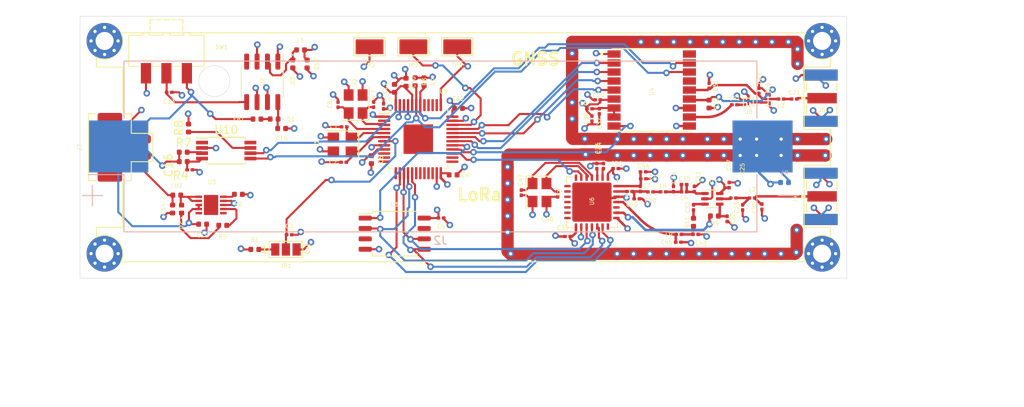
<source format=kicad_pcb>
(kicad_pcb (version 20171130) (host pcbnew "(5.1.5)-3")
  (layers (0 F.SIGNAL signal) (1 GND power) (2 PWR power) (31 B.SIGNAL signal) (34 B.Paste user) (35 F.Paste user) (36 B.SilkS user) (37 F.SilkS user) (38 B.Mask user) (39 F.Mask user) (44 Edge.Cuts user))
  (net 0 "")
  (net 1 GND)
  (net 2 OSC_IN)
  (net 3 OSC_OUT)
  (net 4 "Net-(C3-Pad1)")
  (net 5 +3V3)
  (net 6 OSC32_IN)
  (net 7 OSC32_OUT)
  (net 8 "Net-(C13-Pad1)")
  (net 9 "Net-(C14-Pad1)")
  (net 10 "Net-(C15-Pad1)")
  (net 11 BATTERY)
  (net 12 "Net-(C20-Pad2)")
  (net 13 "Net-(C21-Pad2)")
  (net 14 "Net-(C21-Pad1)")
  (net 15 "Net-(C22-Pad1)")
  (net 16 "Net-(C23-Pad1)")
  (net 17 "Net-(C24-Pad1)")
  (net 18 "Net-(C25-Pad1)")
  (net 19 "Net-(C26-Pad1)")
  (net 20 VCC_RF)
  (net 21 "Net-(C32-Pad2)")
  (net 22 "Net-(C32-Pad1)")
  (net 23 "Net-(C33-Pad2)")
  (net 24 "Net-(C35-Pad2)")
  (net 25 "Net-(C37-Pad2)")
  (net 26 "Net-(C38-Pad2)")
  (net 27 "Net-(C38-Pad1)")
  (net 28 "Net-(C41-Pad2)")
  (net 29 RF_IN)
  (net 30 VR_PA)
  (net 31 "Net-(C43-Pad2)")
  (net 32 RFI)
  (net 33 XTB)
  (net 34 XTA)
  (net 35 "Net-(D1-Pad2)")
  (net 36 "Net-(D2-Pad2)")
  (net 37 "Net-(D2-Pad1)")
  (net 38 "Net-(D3-Pad1)")
  (net 39 TX)
  (net 40 RX)
  (net 41 SWCLK)
  (net 42 SWDIO)
  (net 43 SCL)
  (net 44 SDA)
  (net 45 ALM)
  (net 46 FLASH_NSS)
  (net 47 1PPS)
  (net 48 WAKE_UP)
  (net 49 LoRa_RESET)
  (net 50 MOSI)
  (net 51 MISO)
  (net 52 SCK)
  (net 53 LoRa_NSS)
  (net 54 "Net-(JP1-Pad1)")
  (net 55 "Net-(L3-Pad2)")
  (net 56 PA_BOOST)
  (net 57 "Net-(R5-Pad2)")
  (net 58 "Net-(R6-Pad2)")
  (net 59 RXTX)
  (net 60 ANT_OFF)
  (net 61 "Net-(U1-Pad7)")
  (net 62 "Net-(U1-Pad3)")
  (net 63 "Net-(U2-Pad4)")
  (net 64 "Net-(U3-Pad6)")
  (net 65 "Net-(U3-Pad5)")
  (net 66 "Net-(U5-Pad3)")
  (net 67 "Net-(U6-Pad24)")
  (net 68 "Net-(U6-Pad21)")
  (net 69 "Net-(U6-Pad14)")
  (net 70 "Net-(U6-Pad13)")
  (net 71 "Net-(U6-Pad12)")
  (net 72 "Net-(U6-Pad11)")
  (net 73 "Net-(U6-Pad10)")
  (net 74 "Net-(U6-Pad9)")
  (net 75 "Net-(U6-Pad8)")
  (net 76 "Net-(U6-Pad7)")
  (net 77 "Net-(U9-Pad46)")
  (net 78 "Net-(U9-Pad41)")
  (net 79 "Net-(U9-Pad40)")
  (net 80 "Net-(U9-Pad39)")
  (net 81 "Net-(U9-Pad38)")
  (net 82 "Net-(U9-Pad26)")
  (net 83 "Net-(U9-Pad25)")
  (net 84 "Net-(U9-Pad22)")
  (net 85 "Net-(U9-Pad21)")
  (net 86 "Net-(U9-Pad20)")
  (net 87 "Net-(U9-Pad19)")
  (net 88 "Net-(U9-Pad18)")
  (net 89 "Net-(U9-Pad13)")
  (net 90 "Net-(U9-Pad12)")
  (net 91 "Net-(U9-Pad11)")
  (net 92 "Net-(U9-Pad10)")
  (net 93 "Net-(U9-Pad2)")
  (net 94 "Net-(C16-Pad1)")
  (net 95 "Net-(R7-Pad1)")
  (net 96 "Net-(U10-Pad8)")
  (net 97 "Net-(U10-Pad1)")
  (net 98 SNS)
  (module Package_SO:TSSOP-8_4.4x3mm_P0.65mm (layer F.SIGNAL) (at 77.65 64.1)
    (fp_text reference U10 (at 0 -2.55) (layer F.SilkS))
    (fp_text value DS2782)
    (pad 8 smd rect (at 2.95 -0.975) (size 1.45 0.45) (layers F.SIGNAL F.Paste F.Mask) (net 96 "Net-(U10-Pad8)"))
    (pad 7 smd rect (at 2.95 -0.325) (size 1.45 0.45) (layers F.SIGNAL F.Paste F.Mask) (net 98 SNS))
    (pad 6 smd rect (at 2.95 0.325) (size 1.45 0.45) (layers F.SIGNAL F.Paste F.Mask) (net 43 SCL))
    (pad 5 smd rect (at 2.95 0.975) (size 1.45 0.45) (layers F.SIGNAL F.Paste F.Mask) (net 44 SDA))
    (pad 4 smd rect (at -2.95 0.975) (size 1.45 0.45) (layers F.SIGNAL F.Paste F.Mask) (net 94 "Net-(C16-Pad1)"))
    (pad 3 smd rect (at -2.95 0.325) (size 1.45 0.45) (layers F.SIGNAL F.Paste F.Mask) (net 95 "Net-(R7-Pad1)"))
    (pad 2 smd rect (at -2.95 -0.325) (size 1.45 0.45) (layers F.SIGNAL F.Paste F.Mask) (net 1 GND))
    (pad 1 smd rect (at -2.95 -0.975) (size 1.45 0.45) (layers F.SIGNAL F.Paste F.Mask) (net 97 "Net-(U10-Pad1)"))
  )
  (module Resistor_SMD:R_0402_1005Metric (layer F.SIGNAL) (at 73.05 61.35 90)
    (fp_text reference R8 (at 0 -1.17 90) (layer F.SilkS))
    (fp_text value 1K)
    (pad 2 smd roundrect (at 0.485 0 90) (size 0.59 0.64) (layers F.SIGNAL F.Paste F.Mask) (net 1 GND))
    (pad 1 smd roundrect (at -0.485 0 90) (size 0.59 0.64) (layers F.SIGNAL F.Paste F.Mask) (net 98 SNS))
  )
  (module Resistor_SMD:R_0402_1005Metric (layer F.SIGNAL) (at 72.4 64.3 180)
    (fp_text reference R7 (at -0.05 1.15) (layer F.SilkS))
    (fp_text value 1K)
    (pad 2 smd roundrect (at 0.485 0 180) (size 0.59 0.64) (layers F.SIGNAL F.Paste F.Mask) (net 11 BATTERY))
    (pad 1 smd roundrect (at -0.485 0 180) (size 0.59 0.64) (layers F.SIGNAL F.Paste F.Mask) (net 95 "Net-(R7-Pad1)"))
  )
  (module Resistor_SMD:R_0402_1005Metric (layer F.SIGNAL) (at 72.4 65.45 180)
    (fp_text reference R4 (at 0.3 -1.7) (layer F.SilkS))
    (fp_text value 500)
    (pad 2 smd roundrect (at 0.485 0 180) (size 0.59 0.64) (layers F.SIGNAL F.Paste F.Mask) (net 11 BATTERY))
    (pad 1 smd roundrect (at -0.485 0 180) (size 0.59 0.64) (layers F.SIGNAL F.Paste F.Mask) (net 94 "Net-(C16-Pad1)"))
  )
  (module Capacitor_SMD:C_0201_0603Metric (layer F.SIGNAL) (at 73.2 66.45)
    (fp_text reference C16 (at -2.6 -0.55 90) (layer F.SilkS))
    (fp_text value 1nF)
    (pad 2 smd roundrect (at 0.32 0) (size 0.46 0.4) (layers F.SIGNAL F.Mask) (net 1 GND))
    (pad 1 smd roundrect (at -0.32 0) (size 0.46 0.4) (layers F.SIGNAL F.Mask) (net 94 "Net-(C16-Pad1)"))
  )
  (module ASSETS:PE4259_sc70 (layer F.SIGNAL) (at 137 70 270)
    (fp_text reference U7 (at -2.05 -0.15) (layer F.SilkS) (effects (font (size 0.5 0.5) (thickness 0.075))))
    (fp_text value PE4259)
    (pad 6 smd roundrect (at -0.65 -0.905) (size 0.92 0.38) (layers F.SIGNAL F.Paste F.Mask) (roundrect_rratio 0.2632) (net 5 +3V3))
    (pad 5 smd roundrect (at 0 -0.905) (size 0.92 0.38) (layers F.SIGNAL F.Paste F.Mask) (roundrect_rratio 0.2632) (net 18 "Net-(C25-Pad1)"))
    (pad 4 smd roundrect (at 0.65 -0.905) (size 0.92 0.38) (layers F.SIGNAL F.Paste F.Mask) (roundrect_rratio 0.2632) (net 15 "Net-(C22-Pad1)"))
    (pad 3 smd roundrect (at 0.65 0.905) (size 0.92 0.38) (layers F.SIGNAL F.Paste F.Mask) (roundrect_rratio 0.2632) (net 22 "Net-(C32-Pad1)"))
    (pad 2 smd roundrect (at 0 0.905) (size 0.92 0.38) (layers F.SIGNAL F.Paste F.Mask) (roundrect_rratio 0.2632) (net 1 GND))
    (pad 1 smd roundrect (at -0.65 0.905) (size 0.92 0.38) (layers F.SIGNAL F.Paste F.Mask) (roundrect_rratio 0.2632) (net 23 "Net-(C33-Pad2)"))
  )
  (module Battery:BatteryHolder_Keystone_1042_1x18650 (layer B.SIGNAL) (at 103.8 63.6)
    (fp_text reference J2 (at 0 11.5) (layer B.SilkS) (effects (justify mirror)))
    (fp_text value "BATTERY CONN")
    (pad "" np_thru_hole circle (at -35.93 8) (size 2.39 2.39) (drill 2.39) (layers *.Cu *.Mask))
    (pad "" np_thru_hole circle (at -27.6 -8) (size 3.45 3.45) (drill 3.45) (layers *.Cu *.Mask))
    (pad "" np_thru_hole circle (at 27.6 8) (size 3.45 3.45) (drill 3.45) (layers *.Cu *.Mask))
    (pad 2 smd rect (at 39.33 0) (size 7.34 6.35) (layers B.SIGNAL B.Paste B.Mask) (net 1 GND))
    (pad 1 smd rect (at -39.33 0) (size 7.34 6.35) (layers B.SIGNAL B.Paste B.Mask) (net 11 BATTERY))
  )
  (module Package_SO:SOIC-8_5.23x5.23mm_P1.27mm (layer F.SIGNAL) (at 98.22 74.26)
    (fp_text reference U1 (at 0 -3.56) (layer F.SilkS) (effects (font (size 0.5 0.5) (thickness 0.075))))
    (fp_text value W25Q32JVSS)
    (pad 8 smd roundrect (at 3.6 -1.905) (size 1.6 0.6) (layers F.SIGNAL F.Paste F.Mask) (net 5 +3V3))
    (pad 7 smd roundrect (at 3.6 -0.635) (size 1.6 0.6) (layers F.SIGNAL F.Paste F.Mask) (net 61 "Net-(U1-Pad7)"))
    (pad 6 smd roundrect (at 3.6 0.635) (size 1.6 0.6) (layers F.SIGNAL F.Paste F.Mask) (net 52 SCK))
    (pad 5 smd roundrect (at 3.6 1.905) (size 1.6 0.6) (layers F.SIGNAL F.Paste F.Mask) (net 50 MOSI))
    (pad 4 smd roundrect (at -3.6 1.905) (size 1.6 0.6) (layers F.SIGNAL F.Paste F.Mask) (net 1 GND))
    (pad 3 smd roundrect (at -3.6 0.635) (size 1.6 0.6) (layers F.SIGNAL F.Paste F.Mask) (net 62 "Net-(U1-Pad3)"))
    (pad 2 smd roundrect (at -3.6 -0.635) (size 1.6 0.6) (layers F.SIGNAL F.Paste F.Mask) (net 51 MISO))
    (pad 1 smd roundrect (at -3.6 -1.905) (size 1.6 0.6) (layers F.SIGNAL F.Paste F.Mask) (net 46 FLASH_NSS))
  )
  (module Package_QFP:LQFP-48-1EP_7x7mm_P0.5mm_EP3.6x3.6mm (layer F.SIGNAL) (at 101.1 62.71)
    (fp_text reference U9 (at 3.11 -5.83) (layer F.SilkS) (effects (font (size 0.5 0.5) (thickness 0.075))))
    (fp_text value STM32F103C8Tx)
    (pad 49 smd rect (at 0 0) (size 3.6 3.6) (layers F.SIGNAL F.Mask))
    (pad 48 smd roundrect (at -2.75 -4.1625) (size 0.3 1.475) (layers F.SIGNAL F.Paste F.Mask) (net 5 +3V3))
    (pad 47 smd roundrect (at -2.25 -4.1625) (size 0.3 1.475) (layers F.SIGNAL F.Paste F.Mask) (net 1 GND))
    (pad 46 smd roundrect (at -1.75 -4.1625) (size 0.3 1.475) (layers F.SIGNAL F.Paste F.Mask) (net 77 "Net-(U9-Pad46)"))
    (pad 45 smd roundrect (at -1.25 -4.1625) (size 0.3 1.475) (layers F.SIGNAL F.Paste F.Mask) (net 45 ALM))
    (pad 44 smd roundrect (at -0.75 -4.1625) (size 0.3 1.475) (layers F.SIGNAL F.Paste F.Mask) (net 5 +3V3))
    (pad 43 smd roundrect (at -0.25 -4.1625) (size 0.3 1.475) (layers F.SIGNAL F.Paste F.Mask) (net 44 SDA))
    (pad 42 smd roundrect (at 0.25 -4.1625) (size 0.3 1.475) (layers F.SIGNAL F.Paste F.Mask) (net 43 SCL))
    (pad 41 smd roundrect (at 0.75 -4.1625) (size 0.3 1.475) (layers F.SIGNAL F.Paste F.Mask) (net 78 "Net-(U9-Pad41)"))
    (pad 40 smd roundrect (at 1.25 -4.1625) (size 0.3 1.475) (layers F.SIGNAL F.Paste F.Mask) (net 79 "Net-(U9-Pad40)"))
    (pad 39 smd roundrect (at 1.75 -4.1625) (size 0.3 1.475) (layers F.SIGNAL F.Paste F.Mask) (net 80 "Net-(U9-Pad39)"))
    (pad 38 smd roundrect (at 2.25 -4.1625) (size 0.3 1.475) (layers F.SIGNAL F.Paste F.Mask) (net 81 "Net-(U9-Pad38)"))
    (pad 37 smd roundrect (at 2.75 -4.1625) (size 0.3 1.475) (layers F.SIGNAL F.Paste F.Mask) (net 41 SWCLK))
    (pad 36 smd roundrect (at 4.1625 -2.75) (size 1.475 0.3) (layers F.SIGNAL F.Paste F.Mask) (net 5 +3V3))
    (pad 35 smd roundrect (at 4.1625 -2.25) (size 1.475 0.3) (layers F.SIGNAL F.Paste F.Mask) (net 1 GND))
    (pad 34 smd roundrect (at 4.1625 -1.75) (size 1.475 0.3) (layers F.SIGNAL F.Paste F.Mask) (net 42 SWDIO))
    (pad 33 smd roundrect (at 4.1625 -1.25) (size 1.475 0.3) (layers F.SIGNAL F.Paste F.Mask) (net 48 WAKE_UP))
    (pad 32 smd roundrect (at 4.1625 -0.75) (size 1.475 0.3) (layers F.SIGNAL F.Paste F.Mask) (net 47 1PPS))
    (pad 31 smd roundrect (at 4.1625 -0.25) (size 1.475 0.3) (layers F.SIGNAL F.Paste F.Mask) (net 39 TX))
    (pad 30 smd roundrect (at 4.1625 0.25) (size 1.475 0.3) (layers F.SIGNAL F.Paste F.Mask) (net 40 RX))
    (pad 29 smd roundrect (at 4.1625 0.75) (size 1.475 0.3) (layers F.SIGNAL F.Paste F.Mask) (net 46 FLASH_NSS))
    (pad 28 smd roundrect (at 4.1625 1.25) (size 1.475 0.3) (layers F.SIGNAL F.Paste F.Mask) (net 1 GND))
    (pad 27 smd roundrect (at 4.1625 1.75) (size 1.475 0.3) (layers F.SIGNAL F.Paste F.Mask) (net 49 LoRa_RESET))
    (pad 26 smd roundrect (at 4.1625 2.25) (size 1.475 0.3) (layers F.SIGNAL F.Paste F.Mask) (net 82 "Net-(U9-Pad26)"))
    (pad 25 smd roundrect (at 4.1625 2.75) (size 1.475 0.3) (layers F.SIGNAL F.Paste F.Mask) (net 83 "Net-(U9-Pad25)"))
    (pad 24 smd roundrect (at 2.75 4.1625) (size 0.3 1.475) (layers F.SIGNAL F.Paste F.Mask) (net 5 +3V3))
    (pad 23 smd roundrect (at 2.25 4.1625) (size 0.3 1.475) (layers F.SIGNAL F.Paste F.Mask) (net 1 GND))
    (pad 22 smd roundrect (at 1.75 4.1625) (size 0.3 1.475) (layers F.SIGNAL F.Paste F.Mask) (net 84 "Net-(U9-Pad22)"))
    (pad 21 smd roundrect (at 1.25 4.1625) (size 0.3 1.475) (layers F.SIGNAL F.Paste F.Mask) (net 85 "Net-(U9-Pad21)"))
    (pad 20 smd roundrect (at 0.75 4.1625) (size 0.3 1.475) (layers F.SIGNAL F.Paste F.Mask) (net 86 "Net-(U9-Pad20)"))
    (pad 19 smd roundrect (at 0.25 4.1625) (size 0.3 1.475) (layers F.SIGNAL F.Paste F.Mask) (net 87 "Net-(U9-Pad19)"))
    (pad 18 smd roundrect (at -0.25 4.1625) (size 0.3 1.475) (layers F.SIGNAL F.Paste F.Mask) (net 88 "Net-(U9-Pad18)"))
    (pad 17 smd roundrect (at -0.75 4.1625) (size 0.3 1.475) (layers F.SIGNAL F.Paste F.Mask) (net 50 MOSI))
    (pad 16 smd roundrect (at -1.25 4.1625) (size 0.3 1.475) (layers F.SIGNAL F.Paste F.Mask) (net 51 MISO))
    (pad 15 smd roundrect (at -1.75 4.1625) (size 0.3 1.475) (layers F.SIGNAL F.Paste F.Mask) (net 52 SCK))
    (pad 14 smd roundrect (at -2.25 4.1625) (size 0.3 1.475) (layers F.SIGNAL F.Paste F.Mask) (net 53 LoRa_NSS))
    (pad 13 smd roundrect (at -2.75 4.1625) (size 0.3 1.475) (layers F.SIGNAL F.Paste F.Mask) (net 89 "Net-(U9-Pad13)"))
    (pad 12 smd roundrect (at -4.1625 2.75) (size 1.475 0.3) (layers F.SIGNAL F.Paste F.Mask) (net 90 "Net-(U9-Pad12)"))
    (pad 11 smd roundrect (at -4.1625 2.25) (size 1.475 0.3) (layers F.SIGNAL F.Paste F.Mask) (net 91 "Net-(U9-Pad11)"))
    (pad 10 smd roundrect (at -4.1625 1.75) (size 1.475 0.3) (layers F.SIGNAL F.Paste F.Mask) (net 92 "Net-(U9-Pad10)"))
    (pad 9 smd roundrect (at -4.1625 1.25) (size 1.475 0.3) (layers F.SIGNAL F.Paste F.Mask) (net 5 +3V3))
    (pad 8 smd roundrect (at -4.1625 0.75) (size 1.475 0.3) (layers F.SIGNAL F.Paste F.Mask) (net 1 GND))
    (pad 7 smd roundrect (at -4.1625 0.25) (size 1.475 0.3) (layers F.SIGNAL F.Paste F.Mask) (net 4 "Net-(C3-Pad1)"))
    (pad 6 smd roundrect (at -4.1625 -0.25) (size 1.475 0.3) (layers F.SIGNAL F.Paste F.Mask) (net 3 OSC_OUT))
    (pad 5 smd roundrect (at -4.1625 -0.75) (size 1.475 0.3) (layers F.SIGNAL F.Paste F.Mask) (net 2 OSC_IN))
    (pad 4 smd roundrect (at -4.1625 -1.25) (size 1.475 0.3) (layers F.SIGNAL F.Paste F.Mask) (net 7 OSC32_OUT))
    (pad 3 smd roundrect (at -4.1625 -1.75) (size 1.475 0.3) (layers F.SIGNAL F.Paste F.Mask) (net 6 OSC32_IN))
    (pad 2 smd roundrect (at -4.1625 -2.25) (size 1.475 0.3) (layers F.SIGNAL F.Paste F.Mask) (net 93 "Net-(U9-Pad2)"))
    (pad 1 smd roundrect (at -4.1625 -2.75) (size 1.475 0.3) (layers F.SIGNAL F.Paste F.Mask) (net 5 +3V3))
  )
  (module MountingHole:MountingHole_2.2mm_M2_Pad_Via (layer F.SIGNAL) (at 150.4 76.7)
    (fp_text reference REF**)
    (fp_text value MountingHole_2.2mm_M2_Pad_Via)
    (pad 1 thru_hole circle (at 0 0) (size 4.4 4.4) (drill 2.2) (layers *.Cu *.Mask))
    (pad 1 thru_hole circle (at 1.65 0) (size 0.7 0.7) (drill 0.4) (layers *.Cu *.Mask))
    (pad 1 thru_hole circle (at 1.166726 1.166726) (size 0.7 0.7) (drill 0.4) (layers *.Cu *.Mask))
    (pad 1 thru_hole circle (at 0 1.65) (size 0.7 0.7) (drill 0.4) (layers *.Cu *.Mask))
    (pad 1 thru_hole circle (at -1.166726 1.166726) (size 0.7 0.7) (drill 0.4) (layers *.Cu *.Mask))
    (pad 1 thru_hole circle (at -1.65 0) (size 0.7 0.7) (drill 0.4) (layers *.Cu *.Mask))
    (pad 1 thru_hole circle (at -1.166726 -1.166726) (size 0.7 0.7) (drill 0.4) (layers *.Cu *.Mask))
    (pad 1 thru_hole circle (at 0 -1.65) (size 0.7 0.7) (drill 0.4) (layers *.Cu *.Mask))
    (pad 1 thru_hole circle (at 1.166726 -1.166726) (size 0.7 0.7) (drill 0.4) (layers *.Cu *.Mask))
  )
  (module MountingHole:MountingHole_2.2mm_M2_Pad_Via (layer F.SIGNAL) (at 150.4 50.7)
    (fp_text reference REF**)
    (fp_text value MountingHole_2.2mm_M2_Pad_Via)
    (pad 1 thru_hole circle (at 0 0) (size 4.4 4.4) (drill 2.2) (layers *.Cu *.Mask))
    (pad 1 thru_hole circle (at 1.65 0) (size 0.7 0.7) (drill 0.4) (layers *.Cu *.Mask))
    (pad 1 thru_hole circle (at 1.166726 1.166726) (size 0.7 0.7) (drill 0.4) (layers *.Cu *.Mask))
    (pad 1 thru_hole circle (at 0 1.65) (size 0.7 0.7) (drill 0.4) (layers *.Cu *.Mask))
    (pad 1 thru_hole circle (at -1.166726 1.166726) (size 0.7 0.7) (drill 0.4) (layers *.Cu *.Mask))
    (pad 1 thru_hole circle (at -1.65 0) (size 0.7 0.7) (drill 0.4) (layers *.Cu *.Mask))
    (pad 1 thru_hole circle (at -1.166726 -1.166726) (size 0.7 0.7) (drill 0.4) (layers *.Cu *.Mask))
    (pad 1 thru_hole circle (at 0 -1.65) (size 0.7 0.7) (drill 0.4) (layers *.Cu *.Mask))
    (pad 1 thru_hole circle (at 1.166726 -1.166726) (size 0.7 0.7) (drill 0.4) (layers *.Cu *.Mask))
  )
  (module MountingHole:MountingHole_2.2mm_M2_Pad_Via (layer F.SIGNAL) (at 62.8 76.7)
    (fp_text reference REF**)
    (fp_text value MountingHole_2.2mm_M2_Pad_Via)
    (pad 1 thru_hole circle (at 0 0) (size 4.4 4.4) (drill 2.2) (layers *.Cu *.Mask))
    (pad 1 thru_hole circle (at 1.65 0) (size 0.7 0.7) (drill 0.4) (layers *.Cu *.Mask))
    (pad 1 thru_hole circle (at 1.166726 1.166726) (size 0.7 0.7) (drill 0.4) (layers *.Cu *.Mask))
    (pad 1 thru_hole circle (at 0 1.65) (size 0.7 0.7) (drill 0.4) (layers *.Cu *.Mask))
    (pad 1 thru_hole circle (at -1.166726 1.166726) (size 0.7 0.7) (drill 0.4) (layers *.Cu *.Mask))
    (pad 1 thru_hole circle (at -1.65 0) (size 0.7 0.7) (drill 0.4) (layers *.Cu *.Mask))
    (pad 1 thru_hole circle (at -1.166726 -1.166726) (size 0.7 0.7) (drill 0.4) (layers *.Cu *.Mask))
    (pad 1 thru_hole circle (at 0 -1.65) (size 0.7 0.7) (drill 0.4) (layers *.Cu *.Mask))
    (pad 1 thru_hole circle (at 1.166726 -1.166726) (size 0.7 0.7) (drill 0.4) (layers *.Cu *.Mask))
  )
  (module MountingHole:MountingHole_2.2mm_M2_Pad_Via (layer F.SIGNAL) (at 62.8 50.7)
    (fp_text reference REF** hide)
    (fp_text value MountingHole_2.2mm_M2_Pad_Via)
    (pad 1 thru_hole circle (at 1.166726 -1.166726) (size 0.7 0.7) (drill 0.4) (layers *.Cu *.Mask))
    (pad 1 thru_hole circle (at 0 -1.65) (size 0.7 0.7) (drill 0.4) (layers *.Cu *.Mask))
    (pad 1 thru_hole circle (at -1.166726 -1.166726) (size 0.7 0.7) (drill 0.4) (layers *.Cu *.Mask))
    (pad 1 thru_hole circle (at -1.65 0) (size 0.7 0.7) (drill 0.4) (layers *.Cu *.Mask))
    (pad 1 thru_hole circle (at -1.166726 1.166726) (size 0.7 0.7) (drill 0.4) (layers *.Cu *.Mask))
    (pad 1 thru_hole circle (at 0 1.65) (size 0.7 0.7) (drill 0.4) (layers *.Cu *.Mask))
    (pad 1 thru_hole circle (at 1.166726 1.166726) (size 0.7 0.7) (drill 0.4) (layers *.Cu *.Mask))
    (pad 1 thru_hole circle (at 1.65 0) (size 0.7 0.7) (drill 0.4) (layers *.Cu *.Mask))
    (pad 1 thru_hole circle (at 0 0) (size 4.4 4.4) (drill 2.2) (layers *.Cu *.Mask))
  )
  (module Diode_SMD:D_0402_1005Metric (layer F.SIGNAL) (at 85.775 53.5 270)
    (fp_text reference D3 (at 2.08 -0.005 270) (layer F.SilkS) (effects (font (size 0.5 0.5) (thickness 0.075))))
    (fp_text value 1N5822)
    (pad 2 smd roundrect (at 0.485 0 270) (size 0.59 0.64) (layers F.SIGNAL F.Paste F.Mask) (net 1 GND))
    (pad 1 smd roundrect (at -0.485 0 270) (size 0.59 0.64) (layers F.SIGNAL F.Paste F.Mask) (net 38 "Net-(D3-Pad1)"))
  )
  (module Crystal:Crystal_SMD_Abracon_ABM8G-4Pin_3.2x2.5mm (layer F.SIGNAL) (at 115.9 69.225 270)
    (fp_text reference Y3 (at 0 -2.45 90) (layer F.SilkS) (effects (font (size 0.5 0.5) (thickness 0.075))))
    (fp_text value Crystal_GND23)
    (pad 4 smd rect (at -1.1 -0.85 270) (size 1.4 1.2) (layers F.SIGNAL F.Paste F.Mask) (net 33 XTB))
    (pad 3 smd rect (at 1.1 -0.85 270) (size 1.4 1.2) (layers F.SIGNAL F.Paste F.Mask) (net 1 GND))
    (pad 2 smd rect (at 1.1 0.85 270) (size 1.4 1.2) (layers F.SIGNAL F.Paste F.Mask) (net 1 GND))
    (pad 1 smd rect (at -1.1 0.85 270) (size 1.4 1.2) (layers F.SIGNAL F.Paste F.Mask) (net 34 XTA))
  )
  (module Crystal:Crystal_SMD_Abracon_ABM8G-4Pin_3.2x2.5mm (layer F.SIGNAL) (at 93.45 58.41 90)
    (fp_text reference Y2 (at 2.68 -0.06 90) (layer F.SilkS) (effects (font (size 0.5 0.5) (thickness 0.075))))
    (fp_text value Crystal_GND23)
    (pad 4 smd rect (at -1.1 -0.85 90) (size 1.4 1.2) (layers F.SIGNAL F.Paste F.Mask) (net 7 OSC32_OUT))
    (pad 3 smd rect (at 1.1 -0.85 90) (size 1.4 1.2) (layers F.SIGNAL F.Paste F.Mask) (net 1 GND))
    (pad 2 smd rect (at 1.1 0.85 90) (size 1.4 1.2) (layers F.SIGNAL F.Paste F.Mask) (net 1 GND))
    (pad 1 smd rect (at -1.1 0.85 90) (size 1.4 1.2) (layers F.SIGNAL F.Paste F.Mask) (net 6 OSC32_IN))
  )
  (module Crystal:Crystal_SMD_Abracon_ABM8G-4Pin_3.2x2.5mm (layer F.SIGNAL) (at 91.83 63.35 180)
    (fp_text reference Y1 (at 3.1 0.15) (layer F.SilkS) (effects (font (size 0.5 0.5) (thickness 0.075))))
    (fp_text value Crystal_GND23)
    (pad 4 smd rect (at -1.1 -0.85 180) (size 1.4 1.2) (layers F.SIGNAL F.Paste F.Mask) (net 3 OSC_OUT))
    (pad 3 smd rect (at 1.1 -0.85 180) (size 1.4 1.2) (layers F.SIGNAL F.Paste F.Mask) (net 1 GND))
    (pad 2 smd rect (at 1.1 0.85 180) (size 1.4 1.2) (layers F.SIGNAL F.Paste F.Mask) (net 1 GND))
    (pad 1 smd rect (at -1.1 0.85 180) (size 1.4 1.2) (layers F.SIGNAL F.Paste F.Mask) (net 2 OSC_IN))
  )
  (module ASSETS:B4327 (layer F.SIGNAL) (at 141.4 58.2 180)
    (fp_text reference U8 (at 0 -1.2) (layer F.SilkS) (effects (font (size 0.5 0.5) (thickness 0.075))))
    (fp_text value B4327)
    (pad 1 smd rect (at -0.385 0 180) (size 0.18 0.25) (layers F.SIGNAL F.Paste F.Mask) (net 66 "Net-(U5-Pad3)"))
    (pad 2 smd rect (at 0 0.25 180) (size 0.18 0.25) (layers F.SIGNAL F.Paste F.Mask) (net 1 GND))
    (pad 5 smd rect (at 0 -0.25 180) (size 0.18 0.25) (layers F.SIGNAL F.Paste F.Mask) (net 1 GND))
    (pad 3 smd rect (at 0.385 0.25 180) (size 0.18 0.25) (layers F.SIGNAL F.Paste F.Mask) (net 1 GND))
    (pad 4 smd rect (at 0.385 -0.25 180) (size 0.18 0.25) (layers F.SIGNAL F.Paste F.Mask) (net 28 "Net-(C41-Pad2)"))
  )
  (module Package_DFN_QFN:QFN-28-1EP_6x6mm_P0.65mm_EP4.8x4.8mm (layer F.SIGNAL) (at 122.3 70.4 270)
    (fp_text reference U6 (at -0.1 0 90) (layer F.SilkS) (effects (font (size 0.5 0.5) (thickness 0.075))))
    (fp_text value SX1273)
    (pad 28 smd roundrect (at -1.95 -2.9875 270) (size 0.3 0.775) (layers F.SIGNAL F.Paste F.Mask) (net 30 VR_PA))
    (pad 27 smd roundrect (at -1.3 -2.9875 270) (size 0.3 0.775) (layers F.SIGNAL F.Paste F.Mask) (net 56 PA_BOOST))
    (pad 26 smd roundrect (at -0.65 -2.9875 270) (size 0.3 0.775) (layers F.SIGNAL F.Paste F.Mask) (net 1 GND))
    (pad 25 smd roundrect (at 0 -2.9875 270) (size 0.3 0.775) (layers F.SIGNAL F.Paste F.Mask) (net 32 RFI))
    (pad 24 smd roundrect (at 0.65 -2.9875 270) (size 0.3 0.775) (layers F.SIGNAL F.Paste F.Mask) (net 67 "Net-(U6-Pad24)"))
    (pad 23 smd roundrect (at 1.3 -2.9875 270) (size 0.3 0.775) (layers F.SIGNAL F.Paste F.Mask) (net 59 RXTX))
    (pad 22 smd roundrect (at 1.95 -2.9875 270) (size 0.3 0.775) (layers F.SIGNAL F.Paste F.Mask) (net 1 GND))
    (pad 21 smd roundrect (at 2.9875 -1.95 270) (size 0.775 0.3) (layers F.SIGNAL F.Paste F.Mask) (net 68 "Net-(U6-Pad21)"))
    (pad 20 smd roundrect (at 2.9875 -1.3 270) (size 0.775 0.3) (layers F.SIGNAL F.Paste F.Mask) (net 53 LoRa_NSS))
    (pad 19 smd roundrect (at 2.9875 -0.65 270) (size 0.775 0.3) (layers F.SIGNAL F.Paste F.Mask) (net 50 MOSI))
    (pad 18 smd roundrect (at 2.9875 0 270) (size 0.775 0.3) (layers F.SIGNAL F.Paste F.Mask) (net 51 MISO))
    (pad 17 smd roundrect (at 2.9875 0.65 270) (size 0.775 0.3) (layers F.SIGNAL F.Paste F.Mask) (net 52 SCK))
    (pad 16 smd roundrect (at 2.9875 1.3 270) (size 0.775 0.3) (layers F.SIGNAL F.Paste F.Mask) (net 1 GND))
    (pad 15 smd roundrect (at 2.9875 1.95 270) (size 0.775 0.3) (layers F.SIGNAL F.Paste F.Mask) (net 5 +3V3))
    (pad 14 smd roundrect (at 1.95 2.9875 270) (size 0.3 0.775) (layers F.SIGNAL F.Paste F.Mask) (net 69 "Net-(U6-Pad14)"))
    (pad 13 smd roundrect (at 1.3 2.9875 270) (size 0.3 0.775) (layers F.SIGNAL F.Paste F.Mask) (net 70 "Net-(U6-Pad13)"))
    (pad 12 smd roundrect (at 0.65 2.9875 270) (size 0.3 0.775) (layers F.SIGNAL F.Paste F.Mask) (net 71 "Net-(U6-Pad12)"))
    (pad 11 smd roundrect (at 0 2.9875 270) (size 0.3 0.775) (layers F.SIGNAL F.Paste F.Mask) (net 72 "Net-(U6-Pad11)"))
    (pad 10 smd roundrect (at -0.65 2.9875 270) (size 0.3 0.775) (layers F.SIGNAL F.Paste F.Mask) (net 73 "Net-(U6-Pad10)"))
    (pad 9 smd roundrect (at -1.3 2.9875 270) (size 0.3 0.775) (layers F.SIGNAL F.Paste F.Mask) (net 74 "Net-(U6-Pad9)"))
    (pad 8 smd roundrect (at -1.95 2.9875 270) (size 0.3 0.775) (layers F.SIGNAL F.Paste F.Mask) (net 75 "Net-(U6-Pad8)"))
    (pad 7 smd roundrect (at -2.9875 1.95 270) (size 0.775 0.3) (layers F.SIGNAL F.Paste F.Mask) (net 76 "Net-(U6-Pad7)"))
    (pad 6 smd roundrect (at -2.9875 1.3 270) (size 0.775 0.3) (layers F.SIGNAL F.Paste F.Mask) (net 49 LoRa_RESET))
    (pad 5 smd roundrect (at -2.9875 0.65 270) (size 0.775 0.3) (layers F.SIGNAL F.Paste F.Mask) (net 33 XTB))
    (pad 4 smd roundrect (at -2.9875 0 270) (size 0.775 0.3) (layers F.SIGNAL F.Paste F.Mask) (net 34 XTA))
    (pad 3 smd roundrect (at -2.9875 -0.65 270) (size 0.775 0.3) (layers F.SIGNAL F.Paste F.Mask) (net 19 "Net-(C26-Pad1)"))
    (pad 2 smd roundrect (at -2.9875 -1.3 270) (size 0.775 0.3) (layers F.SIGNAL F.Paste F.Mask) (net 17 "Net-(C24-Pad1)"))
    (pad 1 smd roundrect (at -2.9875 -1.95 270) (size 0.775 0.3) (layers F.SIGNAL F.Paste F.Mask) (net 5 +3V3))
    (pad 29 smd roundrect (at 0 0 270) (size 4.8 4.8) (layers F.SIGNAL F.Mask) (roundrect_rratio 0.052083) (net 1 GND))
  )
  (module ASSETS:BGA725L6E6327FTSA1 (layer F.SIGNAL) (at 143.8 57.8)
    (fp_text reference U5 (at 0 -1.5 90) (layer F.SilkS) (effects (font (size 0.5 0.5) (thickness 0.075))))
    (fp_text value BGA725L6E6327FTSA1)
    (pad 1 smd rect (at -0.2 -0.4) (size 0.25 0.25) (layers F.SIGNAL) (net 1 GND))
    (pad 2 smd rect (at -0.2 0) (size 0.25 0.25) (layers F.SIGNAL) (net 20 VCC_RF))
    (pad 3 smd rect (at -0.2 0.4) (size 0.25 0.25) (layers F.SIGNAL) (net 66 "Net-(U5-Pad3)"))
    (pad 4 smd rect (at 0.2 0.4) (size 0.25 0.25) (layers F.SIGNAL) (net 1 GND))
    (pad 5 smd rect (at 0.2 0) (size 0.25 0.25) (layers F.SIGNAL) (net 55 "Net-(L3-Pad2)"))
    (pad 6 smd rect (at 0.2 -0.4) (size 0.25 0.25) (layers F.SIGNAL) (net 60 ANT_OFF))
  )
  (module ASSETS:TESEO-LIV3F (layer F.SIGNAL) (at 129.6 56.7 90)
    (fp_text reference U4 (at -0.2 0 90) (layer F.SilkS) (effects (font (size 0.5 0.5) (thickness 0.075))))
    (fp_text value TESEO-LIV3F)
    (pad 5 smd rect (at 0 -4.6 90) (size 0.9 1.6) (layers F.SIGNAL F.Paste F.Mask) (net 48 WAKE_UP))
    (pad 4 smd rect (at 1.1 -4.6 90) (size 0.9 1.6) (layers F.SIGNAL F.Paste F.Mask) (net 47 1PPS))
    (pad 3 smd rect (at 2.2 -4.6 90) (size 0.9 1.6) (layers F.SIGNAL F.Paste F.Mask) (net 40 RX))
    (pad 2 smd rect (at 3.3 -4.6 90) (size 0.9 1.6) (layers F.SIGNAL F.Paste F.Mask) (net 39 TX))
    (pad 1 smd rect (at 4.4 -4.6 90) (size 0.9 1.6) (layers F.SIGNAL F.Paste F.Mask) (net 1 GND))
    (pad 6 smd rect (at -1.1 -4.6 90) (size 0.9 1.6) (layers F.SIGNAL F.Paste F.Mask) (net 5 +3V3))
    (pad 7 smd rect (at -2.2 -4.6 90) (size 0.9 1.6) (layers F.SIGNAL F.Paste F.Mask) (net 25 "Net-(C37-Pad2)"))
    (pad 8 smd rect (at -3.3 -4.6 90) (size 0.9 1.6) (layers F.SIGNAL F.Paste F.Mask) (net 25 "Net-(C37-Pad2)"))
    (pad 9 smd rect (at -4.4 -4.6 90) (size 0.9 1.6) (layers F.SIGNAL F.Paste F.Mask) (net 1 GND))
    (pad 18 smd rect (at 4.4 4.6 90) (size 0.9 1.6) (layers F.SIGNAL F.Paste F.Mask))
    (pad 17 smd rect (at 3.3 4.6 90) (size 0.9 1.6) (layers F.SIGNAL F.Paste F.Mask) (net 43 SCL))
    (pad 16 smd rect (at 2.2 4.6 90) (size 0.9 1.6) (layers F.SIGNAL F.Paste F.Mask) (net 44 SDA))
    (pad 15 smd rect (at 1.1 4.6 90) (size 0.9 1.6) (layers F.SIGNAL F.Paste F.Mask))
    (pad 14 smd rect (at 0 4.6 90) (size 0.9 1.6) (layers F.SIGNAL F.Paste F.Mask) (net 20 VCC_RF))
    (pad 13 smd rect (at -1.1 4.6 90) (size 0.9 1.6) (layers F.SIGNAL F.Paste F.Mask) (net 60 ANT_OFF))
    (pad 12 smd rect (at -2.2 4.6 90) (size 0.9 1.6) (layers F.SIGNAL F.Paste F.Mask) (net 1 GND))
    (pad 11 smd rect (at -3.3 4.6 90) (size 0.9 1.6) (layers F.SIGNAL F.Paste F.Mask) (net 29 RF_IN))
    (pad 10 smd rect (at -4.4 4.6 90) (size 0.9 1.6) (layers F.SIGNAL F.Paste F.Mask) (net 1 GND))
  )
  (module ASSETS:MCP73113 (layer F.SIGNAL) (at 75.8 70.75)
    (fp_text reference U3 (at 0.1 -2.8) (layer F.SilkS) (effects (font (size 0.5 0.5) (thickness 0.075))))
    (fp_text value MCP73113_4 hide)
    (pad 11 smd rect (at 0 0) (size 1.75 2.45) (layers F.SIGNAL F.Paste F.Mask))
    (pad 10 smd rect (at 1.5 -1 90) (size 0.3 0.8) (layers F.SIGNAL F.Paste F.Mask) (net 58 "Net-(R6-Pad2)"))
    (pad 9 smd rect (at 1.5 -0.5 90) (size 0.3 0.8) (layers F.SIGNAL F.Paste F.Mask) (net 1 GND))
    (pad 8 smd rect (at 1.5 0 90) (size 0.3 0.8) (layers F.SIGNAL F.Paste F.Mask) (net 1 GND))
    (pad 7 smd rect (at 1.5 0.5 90) (size 0.3 0.8) (layers F.SIGNAL F.Paste F.Mask) (net 57 "Net-(R5-Pad2)"))
    (pad 6 smd rect (at 1.5 1 90) (size 0.3 0.8) (layers F.SIGNAL F.Paste F.Mask) (net 64 "Net-(U3-Pad6)"))
    (pad 5 smd rect (at -1.5 1 90) (size 0.3 0.8) (layers F.SIGNAL F.Paste F.Mask) (net 65 "Net-(U3-Pad5)"))
    (pad 4 smd rect (at -1.5 0.5 90) (size 0.3 0.8) (layers F.SIGNAL F.Paste F.Mask) (net 11 BATTERY))
    (pad 3 smd rect (at -1.5 0 90) (size 0.3 0.8) (layers F.SIGNAL F.Paste F.Mask) (net 11 BATTERY))
    (pad 2 smd rect (at -1.5 -0.5 90) (size 0.3 0.8) (layers F.SIGNAL F.Paste F.Mask) (net 36 "Net-(D2-Pad2)"))
    (pad 1 smd rect (at -1.5 -1 90) (size 0.3 0.8) (layers F.SIGNAL F.Paste F.Mask) (net 36 "Net-(D2-Pad2)"))
  )
  (module Package_SO:SOIC-8_3.9x4.9mm_P1.27mm (layer F.SIGNAL) (at 82.05 55.7 270)
    (fp_text reference U2 (at 0.01 -0.01 90) (layer F.SilkS) (effects (font (size 0.5 0.5) (thickness 0.075))))
    (fp_text value LT1129-3.3_SO8)
    (pad 8 smd roundrect (at 2.475 -1.905 270) (size 1.95 0.6) (layers F.SIGNAL F.Paste F.Mask) (net 10 "Net-(C15-Pad1)"))
    (pad 7 smd roundrect (at 2.475 -0.635 270) (size 1.95 0.6) (layers F.SIGNAL F.Paste F.Mask) (net 1 GND))
    (pad 6 smd roundrect (at 2.475 0.635 270) (size 1.95 0.6) (layers F.SIGNAL F.Paste F.Mask) (net 1 GND))
    (pad 5 smd roundrect (at 2.475 1.905 270) (size 1.95 0.6) (layers F.SIGNAL F.Paste F.Mask) (net 8 "Net-(C13-Pad1)"))
    (pad 4 smd roundrect (at -2.475 1.905 270) (size 1.95 0.6) (layers F.SIGNAL F.Paste F.Mask) (net 63 "Net-(U2-Pad4)"))
    (pad 3 smd roundrect (at -2.475 0.635 270) (size 1.95 0.6) (layers F.SIGNAL F.Paste F.Mask) (net 1 GND))
    (pad 2 smd roundrect (at -2.475 -0.635 270) (size 1.95 0.6) (layers F.SIGNAL F.Paste F.Mask) (net 38 "Net-(D3-Pad1)"))
    (pad 1 smd roundrect (at -2.475 -1.905 270) (size 1.95 0.6) (layers F.SIGNAL F.Paste F.Mask) (net 5 +3V3))
  )
  (module TestPoint:TestPoint_Keystone_5015_Micro-Minature (layer F.SIGNAL) (at 95.15 51.41 180)
    (fp_text reference TP3 (at 0 -2.25) (layer F.SilkS) (effects (font (size 0.5 0.5) (thickness 0.075))))
    (fp_text value TestPoint)
    (pad 1 smd rect (at 0 0 180) (size 3.4 1.8) (layers F.SIGNAL F.Paste F.Mask) (net 1 GND))
  )
  (module TestPoint:TestPoint_Keystone_5015_Micro-Minature (layer F.SIGNAL) (at 100.5 51.41 180)
    (fp_text reference TP2 (at 0 -2.25) (layer F.SilkS) (effects (font (size 0.5 0.5) (thickness 0.075))))
    (fp_text value TestPoint)
    (pad 1 smd rect (at 0 0 180) (size 3.4 1.8) (layers F.SIGNAL F.Paste F.Mask) (net 42 SWDIO))
  )
  (module TestPoint:TestPoint_Keystone_5015_Micro-Minature (layer F.SIGNAL) (at 105.85 51.41 180)
    (fp_text reference TP1 (at 0 -2.25) (layer F.SilkS) (effects (font (size 0.5 0.5) (thickness 0.075))))
    (fp_text value TestPoint)
    (pad 1 smd rect (at 0 0 180) (size 3.4 1.8) (layers F.SIGNAL F.Paste F.Mask) (net 41 SWCLK))
  )
  (module Button_Switch_SMD:SW_SPDT_CK-JS102011SAQN (layer F.SIGNAL) (at 70.35 51.9 180)
    (fp_text reference SW1 (at -6.73 0.45) (layer F.SilkS) (effects (font (size 0.5 0.5) (thickness 0.075))))
    (fp_text value SW_SPDT)
    (pad "" np_thru_hole circle (at 3.4 0 180) (size 0.9 0.9) (drill 0.9) (layers *.Cu *.Mask))
    (pad "" np_thru_hole circle (at -3.4 0 180) (size 0.9 0.9) (drill 0.9) (layers *.Cu *.Mask))
    (pad 3 smd rect (at 2.5 -2.75 180) (size 1.25 2.5) (layers F.SIGNAL F.Paste F.Mask) (net 1 GND))
    (pad 2 smd rect (at 0 -2.75 180) (size 1.25 2.5) (layers F.SIGNAL F.Paste F.Mask) (net 8 "Net-(C13-Pad1)"))
    (pad 1 smd rect (at -2.5 -2.75 180) (size 1.25 2.5) (layers F.SIGNAL F.Paste F.Mask) (net 11 BATTERY))
  )
  (module Resistor_SMD:R_0402_1005Metric (layer F.SIGNAL) (at 134.7 72.865 90)
    (fp_text reference R11 (at 0 -0.8 90) (layer F.SilkS) (effects (font (size 0.5 0.5) (thickness 0.075))))
    (fp_text value 0)
    (pad 2 smd roundrect (at 0.485 0 90) (size 0.59 0.64) (layers F.SIGNAL F.Paste F.Mask) (net 21 "Net-(C32-Pad2)"))
    (pad 1 smd roundrect (at -0.485 0 90) (size 0.59 0.64) (layers F.SIGNAL F.Paste F.Mask) (net 31 "Net-(C43-Pad2)"))
  )
  (module Resistor_SMD:R_0402_1005Metric (layer F.SIGNAL) (at 136.6 58.415 270)
    (fp_text reference R10 (at -0.015 -0.9 90) (layer F.SilkS) (effects (font (size 0.5 0.5) (thickness 0.075))))
    (fp_text value 10K)
    (pad 2 smd roundrect (at 0.485 0 270) (size 0.59 0.64) (layers F.SIGNAL F.Paste F.Mask) (net 1 GND))
    (pad 1 smd roundrect (at -0.485 0 270) (size 0.59 0.64) (layers F.SIGNAL F.Paste F.Mask) (net 60 ANT_OFF))
  )
  (module Resistor_SMD:R_0402_1005Metric (layer F.SIGNAL) (at 137.25 72.1 180)
    (fp_text reference R9 (at -0.05 -0.9) (layer F.SilkS) (effects (font (size 0.5 0.5) (thickness 0.075))))
    (fp_text value 1K)
    (pad 2 smd roundrect (at 0.485 0 180) (size 0.59 0.64) (layers F.SIGNAL F.Paste F.Mask) (net 59 RXTX))
    (pad 1 smd roundrect (at -0.485 0 180) (size 0.59 0.64) (layers F.SIGNAL F.Paste F.Mask) (net 15 "Net-(C22-Pad1)"))
  )
  (module Resistor_SMD:R_0402_1005Metric (layer F.SIGNAL) (at 79.135 69.45 180)
    (fp_text reference R6 (at 0 -1.17) (layer F.SilkS) (effects (font (size 0.5 0.5) (thickness 0.075))))
    (fp_text value 1K)
    (pad 2 smd roundrect (at 0.485 0 180) (size 0.59 0.64) (layers F.SIGNAL F.Paste F.Mask) (net 58 "Net-(R6-Pad2)"))
    (pad 1 smd roundrect (at -0.485 0 180) (size 0.59 0.64) (layers F.SIGNAL F.Paste F.Mask) (net 1 GND))
  )
  (module Resistor_SMD:R_0402_1005Metric (layer F.SIGNAL) (at 77.225 73.24)
    (fp_text reference R5 (at 0 1.4) (layer F.SilkS) (effects (font (size 0.5 0.5) (thickness 0.075))))
    (fp_text value 1K)
    (pad 2 smd roundrect (at 0.485 0) (size 0.59 0.64) (layers F.SIGNAL F.Paste F.Mask) (net 57 "Net-(R5-Pad2)"))
    (pad 1 smd roundrect (at -0.485 0) (size 0.59 0.64) (layers F.SIGNAL F.Paste F.Mask) (net 37 "Net-(D2-Pad1)"))
  )
  (module Resistor_SMD:R_0402_1005Metric (layer B.SIGNAL) (at 145.815 68 180)
    (fp_text reference R4 (at 0 1.17 180) (layer B.SilkS) (effects (font (size 0.5 0.5) (thickness 0.075)) (justify mirror)))
    (fp_text value R_Small)
    (pad 2 smd roundrect (at 0.485 0 180) (size 0.59 0.64) (layers B.SIGNAL B.Paste B.Mask) (net 1 GND))
    (pad 1 smd roundrect (at -0.485 0 180) (size 0.59 0.64) (layers B.SIGNAL B.Paste B.Mask) (net 1 GND))
  )
  (module Resistor_SMD:R_0402_1005Metric (layer F.SIGNAL) (at 100.71 55.685 270)
    (fp_text reference R3 (at 0 -1.17 90) (layer F.SilkS) (effects (font (size 0.5 0.5) (thickness 0.075))))
    (fp_text value 4.7K)
    (pad 2 smd roundrect (at 0.485 0 270) (size 0.59 0.64) (layers F.SIGNAL F.Paste F.Mask) (net 44 SDA))
    (pad 1 smd roundrect (at -0.485 0 270) (size 0.59 0.64) (layers F.SIGNAL F.Paste F.Mask) (net 5 +3V3))
  )
  (module Resistor_SMD:R_0402_1005Metric (layer F.SIGNAL) (at 101.8 55.695 270)
    (fp_text reference R2 (at 0 -1.17 90) (layer F.SilkS) (effects (font (size 0.5 0.5) (thickness 0.075))))
    (fp_text value 4.7K)
    (pad 2 smd roundrect (at 0.485 0 270) (size 0.59 0.64) (layers F.SIGNAL F.Paste F.Mask) (net 43 SCL))
    (pad 1 smd roundrect (at -0.485 0 270) (size 0.59 0.64) (layers F.SIGNAL F.Paste F.Mask) (net 5 +3V3))
  )
  (module Resistor_SMD:R_0402_1005Metric (layer F.SIGNAL) (at 81.14 76.19)
    (fp_text reference R1 (at 0 -1.17) (layer F.SilkS) (effects (font (size 0.5 0.5) (thickness 0.075))))
    (fp_text value 1K7)
    (pad 2 smd roundrect (at 0.485 0) (size 0.59 0.64) (layers F.SIGNAL F.Paste F.Mask) (net 54 "Net-(JP1-Pad1)"))
    (pad 1 smd roundrect (at -0.485 0) (size 0.59 0.64) (layers F.SIGNAL F.Paste F.Mask) (net 5 +3V3))
  )
  (module Inductor_SMD:L_0201_0603Metric (layer F.SIGNAL) (at 132.9 74.35 180)
    (fp_text reference L9 (at 1.2 -0.05) (layer F.SilkS) (effects (font (size 0.5 0.5) (thickness 0.075))))
    (fp_text value X)
    (pad 2 smd roundrect (at 0.32 0 180) (size 0.46 0.4) (layers F.SIGNAL F.Mask) (net 32 RFI))
    (pad 1 smd roundrect (at -0.32 0 180) (size 0.46 0.4) (layers F.SIGNAL F.Mask) (net 31 "Net-(C43-Pad2)"))
  )
  (module Inductor_SMD:L_0201_0603Metric (layer F.SIGNAL) (at 126.9 69.1 180)
    (fp_text reference L8 (at 0.2 -0.8 90) (layer F.SilkS) (effects (font (size 0.5 0.5) (thickness 0.075))))
    (fp_text value X)
    (pad 2 smd roundrect (at 0.32 0 180) (size 0.46 0.4) (layers F.SIGNAL F.Mask) (net 56 PA_BOOST))
    (pad 1 smd roundrect (at -0.32 0 180) (size 0.46 0.4) (layers F.SIGNAL F.Mask) (net 26 "Net-(C38-Pad2)"))
  )
  (module Inductor_SMD:L_0201_0603Metric (layer F.SIGNAL) (at 128.2 68.78 90)
    (fp_text reference L7 (at 0.38 0.8 180) (layer F.SilkS) (effects (font (size 0.5 0.5) (thickness 0.075))))
    (fp_text value X)
    (pad 2 smd roundrect (at 0.32 0 90) (size 0.46 0.4) (layers F.SIGNAL F.Mask) (net 30 VR_PA))
    (pad 1 smd roundrect (at -0.32 0 90) (size 0.46 0.4) (layers F.SIGNAL F.Mask) (net 26 "Net-(C38-Pad2)"))
  )
  (module Inductor_SMD:L_0201_0603Metric (layer F.SIGNAL) (at 122 59 180)
    (fp_text reference L6 (at 0.7 0.7) (layer F.SilkS) (effects (font (size 0.5 0.5) (thickness 0.075))))
    (fp_text value 27nH)
    (pad 2 smd roundrect (at 0.32 0 180) (size 0.46 0.4) (layers F.SIGNAL F.Mask) (net 5 +3V3))
    (pad 1 smd roundrect (at -0.32 0 180) (size 0.46 0.4) (layers F.SIGNAL F.Mask) (net 25 "Net-(C37-Pad2)"))
  )
  (module Inductor_SMD:L_0201_0603Metric (layer F.SIGNAL) (at 131 69.15 180)
    (fp_text reference L5 (at 0 0.75) (layer F.SilkS) (effects (font (size 0.5 0.5) (thickness 0.075))))
    (fp_text value X)
    (pad 2 smd roundrect (at 0.32 0 180) (size 0.46 0.4) (layers F.SIGNAL F.Mask) (net 27 "Net-(C38-Pad1)"))
    (pad 1 smd roundrect (at -0.32 0 180) (size 0.46 0.4) (layers F.SIGNAL F.Mask) (net 24 "Net-(C35-Pad2)"))
  )
  (module Inductor_SMD:L_0201_0603Metric (layer F.SIGNAL) (at 133.55 69.15 180)
    (fp_text reference L4 (at 0 -0.75) (layer F.SilkS) (effects (font (size 0.5 0.5) (thickness 0.075))))
    (fp_text value X)
    (pad 2 smd roundrect (at 0.32 0 180) (size 0.46 0.4) (layers F.SIGNAL F.Mask) (net 24 "Net-(C35-Pad2)"))
    (pad 1 smd roundrect (at -0.32 0 180) (size 0.46 0.4) (layers F.SIGNAL F.Mask) (net 23 "Net-(C33-Pad2)"))
  )
  (module Inductor_SMD:L_0201_0603Metric (layer F.SIGNAL) (at 145.4 57.8 180)
    (fp_text reference L3 (at 0 -0.8) (layer F.SilkS) (effects (font (size 0.5 0.5) (thickness 0.075))))
    (fp_text value 5nF)
    (pad 2 smd roundrect (at 0.32 0 180) (size 0.46 0.4) (layers F.SIGNAL F.Mask) (net 55 "Net-(L3-Pad2)"))
    (pad 1 smd roundrect (at -0.32 0 180) (size 0.46 0.4) (layers F.SIGNAL F.Mask) (net 14 "Net-(C21-Pad1)"))
  )
  (module Inductor_SMD:L_0201_0603Metric (layer F.SIGNAL) (at 141.85 69.9 180)
    (fp_text reference L2 (at -0.02 1.05) (layer F.SilkS) (effects (font (size 0.5 0.5) (thickness 0.075))))
    (fp_text value X)
    (pad 2 smd roundrect (at 0.32 0 180) (size 0.46 0.4) (layers F.SIGNAL F.Mask) (net 16 "Net-(C23-Pad1)"))
    (pad 1 smd roundrect (at -0.32 0 180) (size 0.46 0.4) (layers F.SIGNAL F.Mask) (net 12 "Net-(C20-Pad2)"))
  )
  (module Inductor_SMD:L_0402_1005Metric (layer F.SIGNAL) (at 86.72 51.8)
    (fp_text reference L1 (at 0 -1.17) (layer F.SilkS) (effects (font (size 0.5 0.5) (thickness 0.075))))
    (fp_text value 330uH)
    (pad 2 smd roundrect (at 0.485 0) (size 0.59 0.64) (layers F.SIGNAL F.Paste F.Mask) (net 5 +3V3))
    (pad 1 smd roundrect (at -0.485 0) (size 0.59 0.64) (layers F.SIGNAL F.Paste F.Mask) (net 38 "Net-(D3-Pad1)"))
  )
  (module Jumper:SolderJumper-3_P1.3mm_Open_Pad1.0x1.5mm_NumberLabels (layer F.SIGNAL) (at 84.94 76.19)
    (fp_text reference JP1 (at 0 2) (layer F.SilkS) (effects (font (size 0.5 0.5) (thickness 0.075))))
    (fp_text value SolderJumper_3_Open)
    (fp_text user 1 (at -2.6 0) (layer F.SilkS))
    (fp_text user 3 (at 2.6 0) (layer F.SilkS))
    (pad 1 smd rect (at -1.3 0) (size 1 1.5) (layers F.SIGNAL F.Mask) (net 54 "Net-(JP1-Pad1)"))
    (pad 2 smd rect (at 0 0) (size 1 1.5) (layers F.SIGNAL F.Mask) (net 4 "Net-(C3-Pad1)"))
    (pad 3 smd rect (at 1.3 0) (size 1 1.5) (layers F.SIGNAL F.Mask) (net 1 GND))
  )
  (module ASSETS:SMA-J-P-H-ST-EM1 (layer F.SIGNAL) (at 150.4 57.7 90)
    (fp_text reference J5 (at -1.4 0 180) (layer F.SilkS) (effects (font (size 0.5 0.5) (thickness 0.075))))
    (fp_text value SMA_Edge)
    (pad 1 smd rect (at 0 0 90) (size 1.27 3.6) (layers F.SIGNAL F.Paste F.Mask) (net 13 "Net-(C21-Pad2)"))
    (pad 2_1 smd rect (at -2.825 -0.2 90) (size 1.35 4.2) (layers F.SIGNAL F.Paste F.Mask) (net 1 GND))
    (pad 3_1 smd rect (at 2.825 -0.2 90) (size 1.35 4.2) (layers F.SIGNAL F.Paste F.Mask) (net 1 GND))
    (pad 2_2 smd rect (at -2.825 -0.2 90) (size 1.35 4.2) (layers B.SIGNAL B.Paste B.Mask) (net 1 GND))
    (pad 3_2 smd rect (at 2.825 -0.2 90) (size 1.35 4.2) (layers B.SIGNAL B.Paste B.Mask) (net 1 GND))
  )
  (module ASSETS:SMA-J-P-H-ST-EM1 (layer F.SIGNAL) (at 150.4 69.7 90)
    (fp_text reference J4 (at -0.32555 -3.34077 90) (layer F.SilkS) (effects (font (size 0.5 0.5) (thickness 0.075))))
    (fp_text value SMA_Edge)
    (pad 1 smd rect (at 0 0 90) (size 1.27 3.6) (layers F.SIGNAL F.Paste F.Mask) (net 12 "Net-(C20-Pad2)"))
    (pad 2_1 smd rect (at -2.825 -0.2 90) (size 1.35 4.2) (layers F.SIGNAL F.Paste F.Mask) (net 1 GND))
    (pad 3_1 smd rect (at 2.825 -0.2 90) (size 1.35 4.2) (layers F.SIGNAL F.Paste F.Mask) (net 1 GND))
    (pad 2_2 smd rect (at -2.825 -0.2 90) (size 1.35 4.2) (layers B.SIGNAL B.Paste B.Mask) (net 1 GND))
    (pad 3_2 smd rect (at 2.825 -0.2 90) (size 1.35 4.2) (layers B.SIGNAL B.Paste B.Mask) (net 1 GND))
  )
  (module Connector_JST:JST_PH_B2B-PH-SM4-TB_1x02-1MP_P2.00mm_Vertical (layer F.SIGNAL) (at 65.2 63.7 90)
    (fp_text reference J3 (at 0 -5.45 90) (layer F.SilkS) (effects (font (size 0.5 0.5) (thickness 0.075))))
    (fp_text value "POWER IN")
    (pad MP smd roundrect (at 3.4 -1.75 90) (size 1.6 3) (layers F.SIGNAL F.Paste F.Mask) (roundrect_rratio 0.15625))
    (pad MP smd roundrect (at -3.4 -1.75 90) (size 1.6 3) (layers F.SIGNAL F.Paste F.Mask) (roundrect_rratio 0.15625))
    (pad 2 smd roundrect (at 1 0.5 90) (size 1 5.5) (layers F.SIGNAL F.Paste F.Mask) (net 1 GND))
    (pad 1 smd roundrect (at -1 0.5 90) (size 1 5.5) (layers F.SIGNAL F.Paste F.Mask) (net 9 "Net-(C14-Pad1)"))
  )
  (module Inductor_SMD:L_0402_1005Metric (layer F.SIGNAL) (at 71.615 69.55 180)
    (fp_text reference FB2 (at 0.005 1.15) (layer F.SilkS) (effects (font (size 0.5 0.5) (thickness 0.075))))
    (fp_text value 100MHz)
    (pad 2 smd roundrect (at 0.485 0 180) (size 0.59 0.64) (layers F.SIGNAL F.Paste F.Mask) (net 9 "Net-(C14-Pad1)"))
    (pad 1 smd roundrect (at -0.485 0 180) (size 0.59 0.64) (layers F.SIGNAL F.Paste F.Mask) (net 36 "Net-(D2-Pad2)"))
  )
  (module Inductor_SMD:L_0402_1005Metric (layer F.SIGNAL) (at 81.4 60.25 180)
    (fp_text reference FB1 (at 2.21 -0.02) (layer F.SilkS) (effects (font (size 0.5 0.5) (thickness 0.075))))
    (fp_text value 100MHz)
    (pad 2 smd roundrect (at 0.485 0 180) (size 0.59 0.64) (layers F.SIGNAL F.Paste F.Mask) (net 11 BATTERY))
    (pad 1 smd roundrect (at -0.485 0 180) (size 0.59 0.64) (layers F.SIGNAL F.Paste F.Mask) (net 35 "Net-(D1-Pad2)"))
  )
  (module LED_SMD:LED_0402_1005Metric (layer F.SIGNAL) (at 72.2 71.25 90)
    (fp_text reference D2 (at -1.99 -0.08 90) (layer F.SilkS) (effects (font (size 0.5 0.5) (thickness 0.075))))
    (fp_text value LED)
    (pad 2 smd roundrect (at 0.485 0 90) (size 0.59 0.64) (layers F.SIGNAL F.Paste F.Mask) (net 36 "Net-(D2-Pad2)"))
    (pad 1 smd roundrect (at -0.485 0 90) (size 0.59 0.64) (layers F.SIGNAL F.Paste F.Mask) (net 37 "Net-(D2-Pad1)"))
  )
  (module Diode_SMD:D_0402_1005Metric (layer F.SIGNAL) (at 83.5 60.25 180)
    (fp_text reference D1 (at -2.04 -0.01) (layer F.SilkS) (effects (font (size 0.5 0.5) (thickness 0.075))))
    (fp_text value D_Small)
    (pad 2 smd roundrect (at 0.485 0 180) (size 0.59 0.64) (layers F.SIGNAL F.Paste F.Mask) (net 35 "Net-(D1-Pad2)"))
    (pad 1 smd roundrect (at -0.485 0 180) (size 0.59 0.64) (layers F.SIGNAL F.Paste F.Mask) (net 10 "Net-(C15-Pad1)"))
  )
  (module Capacitor_SMD:C_0201_0603Metric (layer F.SIGNAL) (at 113.675 69.25 270)
    (fp_text reference C47 (at -1.55 0.075 90) (layer F.SilkS) (effects (font (size 0.5 0.5) (thickness 0.075))))
    (fp_text value 2.2pF)
    (pad 2 smd roundrect (at 0.32 0 270) (size 0.46 0.4) (layers F.SIGNAL F.Mask) (net 1 GND))
    (pad 1 smd roundrect (at -0.32 0 270) (size 0.46 0.4) (layers F.SIGNAL F.Mask) (net 34 XTA))
  )
  (module Capacitor_SMD:C_0201_0603Metric (layer F.SIGNAL) (at 118.125 69.43 270)
    (fp_text reference C46 (at 3.07 1.225 180) (layer F.SilkS) (effects (font (size 0.5 0.5) (thickness 0.075))))
    (fp_text value 2.2pF)
    (pad 2 smd roundrect (at 0.32 0 270) (size 0.46 0.4) (layers F.SIGNAL F.Mask) (net 1 GND))
    (pad 1 smd roundrect (at -0.32 0 270) (size 0.46 0.4) (layers F.SIGNAL F.Mask) (net 33 XTB))
  )
  (module Capacitor_SMD:C_0201_0603Metric (layer F.SIGNAL) (at 132.85 75.3 180)
    (fp_text reference C45 (at 1.45 0) (layer F.SilkS) (effects (font (size 0.5 0.5) (thickness 0.075))))
    (fp_text value X)
    (pad 2 smd roundrect (at 0.32 0 180) (size 0.46 0.4) (layers F.SIGNAL F.Mask) (net 32 RFI))
    (pad 1 smd roundrect (at -0.32 0 180) (size 0.46 0.4) (layers F.SIGNAL F.Mask) (net 1 GND))
  )
  (module Capacitor_SMD:C_0201_0603Metric (layer F.SIGNAL) (at 128.55 66.7)
    (fp_text reference C44 (at 0.05 -0.7) (layer F.SilkS) (effects (font (size 0.5 0.5) (thickness 0.075))))
    (fp_text value X)
    (pad 2 smd roundrect (at 0.32 0) (size 0.46 0.4) (layers F.SIGNAL F.Mask) (net 1 GND))
    (pad 1 smd roundrect (at -0.32 0) (size 0.46 0.4) (layers F.SIGNAL F.Mask) (net 30 VR_PA))
  )
  (module Capacitor_SMD:C_0201_0603Metric (layer F.SIGNAL) (at 134.95 74.35 180)
    (fp_text reference C43 (at -0.65 -1.05) (layer F.SilkS) (effects (font (size 0.5 0.5) (thickness 0.075))))
    (fp_text value X)
    (pad 2 smd roundrect (at 0.32 0 180) (size 0.46 0.4) (layers F.SIGNAL F.Mask) (net 31 "Net-(C43-Pad2)"))
    (pad 1 smd roundrect (at -0.32 0 180) (size 0.46 0.4) (layers F.SIGNAL F.Mask) (net 1 GND))
  )
  (module Capacitor_SMD:C_0201_0603Metric (layer F.SIGNAL) (at 128.58 67.55)
    (fp_text reference C42 (at 1.42 -0.15) (layer F.SilkS) (effects (font (size 0.5 0.5) (thickness 0.075))))
    (fp_text value X)
    (pad 2 smd roundrect (at 0.32 0) (size 0.46 0.4) (layers F.SIGNAL F.Mask) (net 1 GND))
    (pad 1 smd roundrect (at -0.32 0) (size 0.46 0.4) (layers F.SIGNAL F.Mask) (net 30 VR_PA))
  )
  (module Capacitor_SMD:C_0201_0603Metric (layer F.SIGNAL) (at 139.7 58.5)
    (fp_text reference C41 (at 0 -0.8) (layer F.SilkS) (effects (font (size 0.5 0.5) (thickness 0.075))))
    (fp_text value 120pF)
    (pad 2 smd roundrect (at 0.32 0) (size 0.46 0.4) (layers F.SIGNAL F.Mask) (net 28 "Net-(C41-Pad2)"))
    (pad 1 smd roundrect (at -0.32 0) (size 0.46 0.4) (layers F.SIGNAL F.Mask) (net 29 RF_IN))
  )
  (module Capacitor_SMD:C_0201_0603Metric (layer F.SIGNAL) (at 127.78 70)
    (fp_text reference C40 (at -0.58 0.7) (layer F.SilkS) (effects (font (size 0.5 0.5) (thickness 0.075))))
    (fp_text value X)
    (pad 2 smd roundrect (at 0.32 0) (size 0.46 0.4) (layers F.SIGNAL F.Mask) (net 1 GND))
    (pad 1 smd roundrect (at -0.32 0) (size 0.46 0.4) (layers F.SIGNAL F.Mask) (net 26 "Net-(C38-Pad2)"))
  )
  (module Capacitor_SMD:C_0201_0603Metric (layer F.SIGNAL) (at 122.3 60.2 90)
    (fp_text reference C39 (at 0 -0.7 270) (layer F.SilkS) (effects (font (size 0.5 0.5) (thickness 0.075))))
    (fp_text value 56pF)
    (pad 2 smd roundrect (at 0.32 0 90) (size 0.46 0.4) (layers F.SIGNAL F.Mask) (net 5 +3V3))
    (pad 1 smd roundrect (at -0.32 0 90) (size 0.46 0.4) (layers F.SIGNAL F.Mask) (net 1 GND))
  )
  (module Capacitor_SMD:C_0201_0603Metric (layer F.SIGNAL) (at 129.45 69.15 180)
    (fp_text reference C38 (at 0 -1.05) (layer F.SilkS) (effects (font (size 0.5 0.5) (thickness 0.075))))
    (fp_text value X)
    (pad 2 smd roundrect (at 0.32 0 180) (size 0.46 0.4) (layers F.SIGNAL F.Mask) (net 26 "Net-(C38-Pad2)"))
    (pad 1 smd roundrect (at -0.32 0 180) (size 0.46 0.4) (layers F.SIGNAL F.Mask) (net 27 "Net-(C38-Pad1)"))
  )
  (module Capacitor_SMD:C_0201_0603Metric (layer F.SIGNAL) (at 123.2 59.3 90)
    (fp_text reference C37 (at -1.5 0 90) (layer F.SilkS) (effects (font (size 0.5 0.5) (thickness 0.075))))
    (fp_text value 56pF)
    (pad 2 smd roundrect (at 0.32 0 90) (size 0.46 0.4) (layers F.SIGNAL F.Mask) (net 25 "Net-(C37-Pad2)"))
    (pad 1 smd roundrect (at -0.32 0 90) (size 0.46 0.4) (layers F.SIGNAL F.Mask) (net 1 GND))
  )
  (module Capacitor_SMD:C_0201_0603Metric (layer F.SIGNAL) (at 132.25 68.8 270)
    (fp_text reference C36 (at -1.4 -0.05 90) (layer F.SilkS) (effects (font (size 0.5 0.5) (thickness 0.075))))
    (fp_text value X)
    (pad 2 smd roundrect (at 0.32 0 270) (size 0.46 0.4) (layers F.SIGNAL F.Mask) (net 24 "Net-(C35-Pad2)"))
    (pad 1 smd roundrect (at -0.32 0 270) (size 0.46 0.4) (layers F.SIGNAL F.Mask) (net 1 GND))
  )
  (module Capacitor_SMD:C_0201_0603Metric (layer F.SIGNAL) (at 133.55 68.25 180)
    (fp_text reference C35 (at -0.05 0.75) (layer F.SilkS) (effects (font (size 0.5 0.5) (thickness 0.075))))
    (fp_text value X)
    (pad 2 smd roundrect (at 0.32 0 180) (size 0.46 0.4) (layers F.SIGNAL F.Mask) (net 24 "Net-(C35-Pad2)"))
    (pad 1 smd roundrect (at -0.32 0 180) (size 0.46 0.4) (layers F.SIGNAL F.Mask) (net 23 "Net-(C33-Pad2)"))
  )
  (module Capacitor_SMD:C_0201_0603Metric (layer F.SIGNAL) (at 119.33 74.6)
    (fp_text reference C34 (at -0.6 -1.05) (layer F.SilkS) (effects (font (size 0.5 0.5) (thickness 0.075))))
    (fp_text value 100nF)
    (pad 2 smd roundrect (at 0.32 0) (size 0.46 0.4) (layers F.SIGNAL F.Mask) (net 5 +3V3))
    (pad 1 smd roundrect (at -0.32 0) (size 0.46 0.4) (layers F.SIGNAL F.Mask) (net 1 GND))
  )
  (module Capacitor_SMD:C_0201_0603Metric (layer F.SIGNAL) (at 134.8 68.8 270)
    (fp_text reference C33 (at -1.4 -0.5 90) (layer F.SilkS) (effects (font (size 0.5 0.5) (thickness 0.075))))
    (fp_text value X)
    (pad 2 smd roundrect (at 0.32 0 270) (size 0.46 0.4) (layers F.SIGNAL F.Mask) (net 23 "Net-(C33-Pad2)"))
    (pad 1 smd roundrect (at -0.32 0 270) (size 0.46 0.4) (layers F.SIGNAL F.Mask) (net 1 GND))
  )
  (module Capacitor_SMD:C_0201_0603Metric (layer F.SIGNAL) (at 134.7 71.05 270)
    (fp_text reference C32 (at 0 0.7 270) (layer F.SilkS) (effects (font (size 0.5 0.5) (thickness 0.075))))
    (fp_text value 120pF)
    (pad 2 smd roundrect (at 0.32 0 270) (size 0.46 0.4) (layers F.SIGNAL F.Mask) (net 21 "Net-(C32-Pad2)"))
    (pad 1 smd roundrect (at -0.32 0 270) (size 0.46 0.4) (layers F.SIGNAL F.Mask) (net 22 "Net-(C32-Pad1)"))
  )
  (module Capacitor_SMD:C_0201_0603Metric (layer F.SIGNAL) (at 136.6 56.18 270)
    (fp_text reference C31 (at 0 -0.8 90) (layer F.SilkS) (effects (font (size 0.5 0.5) (thickness 0.075))))
    (fp_text value 56pF)
    (pad 2 smd roundrect (at 0.32 0 270) (size 0.46 0.4) (layers F.SIGNAL F.Mask) (net 20 VCC_RF))
    (pad 1 smd roundrect (at -0.32 0 270) (size 0.46 0.4) (layers F.SIGNAL F.Mask) (net 1 GND))
  )
  (module Capacitor_SMD:C_0201_0603Metric (layer F.SIGNAL) (at 125.2 66.3 180)
    (fp_text reference C30 (at -0.1 0.6) (layer F.SilkS) (effects (font (size 0.5 0.5) (thickness 0.075))))
    (fp_text value 100nF)
    (pad 2 smd roundrect (at 0.32 0 180) (size 0.46 0.4) (layers F.SIGNAL F.Mask) (net 5 +3V3))
    (pad 1 smd roundrect (at -0.32 0 180) (size 0.46 0.4) (layers F.SIGNAL F.Mask) (net 1 GND))
  )
  (module Capacitor_SMD:C_0201_0603Metric (layer F.SIGNAL) (at 142.7 56.8 270)
    (fp_text reference C29 (at -1.5 0 270) (layer F.SilkS) (effects (font (size 0.5 0.5) (thickness 0.075))))
    (fp_text value 1nF)
    (pad 2 smd roundrect (at 0.32 0 270) (size 0.46 0.4) (layers F.SIGNAL F.Mask) (net 20 VCC_RF))
    (pad 1 smd roundrect (at -0.32 0 270) (size 0.46 0.4) (layers F.SIGNAL F.Mask) (net 1 GND))
  )
  (module Capacitor_SMD:C_0201_0603Metric (layer F.SIGNAL) (at 123 57.9)
    (fp_text reference C28 (at 0.1 -0.6) (layer F.SilkS) (effects (font (size 0.5 0.5) (thickness 0.075))))
    (fp_text value 56pF)
    (pad 2 smd roundrect (at 0.32 0) (size 0.46 0.4) (layers F.SIGNAL F.Mask) (net 5 +3V3))
    (pad 1 smd roundrect (at -0.32 0) (size 0.46 0.4) (layers F.SIGNAL F.Mask) (net 1 GND))
  )
  (module Capacitor_SMD:C_0201_0603Metric (layer F.SIGNAL) (at 139.05 68.32 270)
    (fp_text reference C27 (at -2.4 0 270) (layer F.SilkS) (effects (font (size 0.5 0.5) (thickness 0.075))))
    (fp_text value 1nF)
    (pad 2 smd roundrect (at 0.32 0 270) (size 0.46 0.4) (layers F.SIGNAL F.Mask) (net 5 +3V3))
    (pad 1 smd roundrect (at -0.32 0 270) (size 0.46 0.4) (layers F.SIGNAL F.Mask) (net 1 GND))
  )
  (module Capacitor_SMD:C_0201_0603Metric (layer F.SIGNAL) (at 122.9 66 90)
    (fp_text reference C26 (at 2.18 0.1 90) (layer F.SilkS) (effects (font (size 0.5 0.5) (thickness 0.075))))
    (fp_text value 100nF)
    (pad 2 smd roundrect (at 0.32 0 90) (size 0.46 0.4) (layers F.SIGNAL F.Mask) (net 1 GND))
    (pad 1 smd roundrect (at -0.32 0 90) (size 0.46 0.4) (layers F.SIGNAL F.Mask) (net 19 "Net-(C26-Pad1)"))
  )
  (module Capacitor_SMD:C_0201_0603Metric (layer F.SIGNAL) (at 139.57 69.9)
    (fp_text reference C25 (at 1.1 -3.55 90) (layer F.SilkS) (effects (font (size 0.5 0.5) (thickness 0.075))))
    (fp_text value X)
    (pad 2 smd roundrect (at 0.32 0) (size 0.46 0.4) (layers F.SIGNAL F.Mask) (net 16 "Net-(C23-Pad1)"))
    (pad 1 smd roundrect (at -0.32 0) (size 0.46 0.4) (layers F.SIGNAL F.Mask) (net 18 "Net-(C25-Pad1)"))
  )
  (module Capacitor_SMD:C_0201_0603Metric (layer F.SIGNAL) (at 123.7 66 90)
    (fp_text reference C24 (at 2.2 -0.5 90) (layer F.SilkS) (effects (font (size 0.5 0.5) (thickness 0.075))))
    (fp_text value 100nF)
    (pad 2 smd roundrect (at 0.32 0 90) (size 0.46 0.4) (layers F.SIGNAL F.Mask) (net 1 GND))
    (pad 1 smd roundrect (at -0.32 0 90) (size 0.46 0.4) (layers F.SIGNAL F.Mask) (net 17 "Net-(C24-Pad1)"))
  )
  (module Capacitor_SMD:C_0201_0603Metric (layer F.SIGNAL) (at 140.7 71.05 270)
    (fp_text reference C23 (at 0.05 0.7 90) (layer F.SilkS) (effects (font (size 0.5 0.5) (thickness 0.075))))
    (fp_text value X)
    (pad 2 smd roundrect (at 0.32 0 270) (size 0.46 0.4) (layers F.SIGNAL F.Mask) (net 1 GND))
    (pad 1 smd roundrect (at -0.32 0 270) (size 0.46 0.4) (layers F.SIGNAL F.Mask) (net 16 "Net-(C23-Pad1)"))
  )
  (module Capacitor_SMD:C_0201_0603Metric (layer F.SIGNAL) (at 138.8 72.45 270)
    (fp_text reference C22 (at 0 -0.7 90) (layer F.SilkS) (effects (font (size 0.5 0.5) (thickness 0.075))))
    (fp_text value 1nF)
    (pad 2 smd roundrect (at 0.32 0 270) (size 0.46 0.4) (layers F.SIGNAL F.Mask) (net 1 GND))
    (pad 1 smd roundrect (at -0.32 0 270) (size 0.46 0.4) (layers F.SIGNAL F.Mask) (net 15 "Net-(C22-Pad1)"))
  )
  (module Capacitor_SMD:C_0201_0603Metric (layer F.SIGNAL) (at 147 57.8)
    (fp_text reference C21 (at 0 -0.8) (layer F.SilkS) (effects (font (size 0.5 0.5) (thickness 0.075))))
    (fp_text value 120pF)
    (pad 2 smd roundrect (at 0.32 0) (size 0.46 0.4) (layers F.SIGNAL F.Mask) (net 13 "Net-(C21-Pad2)"))
    (pad 1 smd roundrect (at -0.32 0) (size 0.46 0.4) (layers F.SIGNAL F.Mask) (net 14 "Net-(C21-Pad1)"))
  )
  (module Capacitor_SMD:C_0201_0603Metric (layer F.SIGNAL) (at 143.05 70.97 90)
    (fp_text reference C20 (at -0.13 -0.85 90) (layer F.SilkS) (effects (font (size 0.5 0.5) (thickness 0.075))))
    (fp_text value X)
    (pad 2 smd roundrect (at 0.32 0 90) (size 0.46 0.4) (layers F.SIGNAL F.Mask) (net 12 "Net-(C20-Pad2)"))
    (pad 1 smd roundrect (at -0.32 0 90) (size 0.46 0.4) (layers F.SIGNAL F.Mask) (net 1 GND))
  )
  (module Capacitor_SMD:C_0402_1005Metric (layer F.SIGNAL) (at 74.765 73.1)
    (fp_text reference C19 (at -0.015 1.35) (layer F.SilkS) (effects (font (size 0.5 0.5) (thickness 0.075))))
    (fp_text value 22pF)
    (pad 2 smd roundrect (at 0.485 0) (size 0.59 0.64) (layers F.SIGNAL F.Paste F.Mask) (net 1 GND))
    (pad 1 smd roundrect (at -0.485 0) (size 0.59 0.64) (layers F.SIGNAL F.Paste F.Mask) (net 11 BATTERY))
  )
  (module Capacitor_SMD:C_0402_1005Metric (layer F.SIGNAL) (at 87.52 53.51 270)
    (fp_text reference C17 (at 0.02 -1.18 270) (layer F.SilkS) (effects (font (size 0.5 0.5) (thickness 0.075))))
    (fp_text value 330uF)
    (pad 2 smd roundrect (at 0.485 0 270) (size 0.59 0.64) (layers F.SIGNAL F.Paste F.Mask) (net 1 GND))
    (pad 1 smd roundrect (at -0.485 0 270) (size 0.59 0.64) (layers F.SIGNAL F.Paste F.Mask) (net 5 +3V3))
  )
  (module Capacitor_SMD:C_0402_1005Metric (layer F.SIGNAL) (at 84.415 61.4)
    (fp_text reference C15 (at 0 1.21 180) (layer F.SilkS) (effects (font (size 0.5 0.5) (thickness 0.075))))
    (fp_text value 1uF)
    (pad 2 smd roundrect (at 0.485 0) (size 0.59 0.64) (layers F.SIGNAL F.Paste F.Mask) (net 1 GND))
    (pad 1 smd roundrect (at -0.485 0) (size 0.59 0.64) (layers F.SIGNAL F.Paste F.Mask) (net 10 "Net-(C15-Pad1)"))
  )
  (module Capacitor_SMD:C_0402_1005Metric (layer F.SIGNAL) (at 71.1 71.25 270)
    (fp_text reference C14 (at -0.01 1.12 90) (layer F.SilkS) (effects (font (size 0.5 0.5) (thickness 0.075))))
    (fp_text value 22pF)
    (pad 2 smd roundrect (at 0.485 0 270) (size 0.59 0.64) (layers F.SIGNAL F.Paste F.Mask) (net 1 GND))
    (pad 1 smd roundrect (at -0.485 0 270) (size 0.59 0.64) (layers F.SIGNAL F.Paste F.Mask) (net 9 "Net-(C14-Pad1)"))
  )
  (module Capacitor_SMD:C_0201_0603Metric (layer F.SIGNAL) (at 70.7 56.975)
    (fp_text reference C13 (at -0.02 1.135) (layer F.SilkS) (effects (font (size 0.5 0.5) (thickness 0.075))))
    (fp_text value 1nF)
    (pad 2 smd roundrect (at 0.32 0) (size 0.46 0.4) (layers F.SIGNAL F.Mask) (net 1 GND))
    (pad 1 smd roundrect (at -0.32 0) (size 0.46 0.4) (layers F.SIGNAL F.Mask) (net 8 "Net-(C13-Pad1)"))
  )
  (module Capacitor_SMD:C_0402_1005Metric (layer F.SIGNAL) (at 106.005 58.93)
    (fp_text reference C12 (at 0 -1.17) (layer F.SilkS) (effects (font (size 0.5 0.5) (thickness 0.075))))
    (fp_text value 2.2pF)
    (pad 2 smd roundrect (at 0.485 0) (size 0.59 0.64) (layers F.SIGNAL F.Paste F.Mask) (net 1 GND))
    (pad 1 smd roundrect (at -0.485 0) (size 0.59 0.64) (layers F.SIGNAL F.Paste F.Mask) (net 5 +3V3))
  )
  (module Capacitor_SMD:C_0402_1005Metric (layer F.SIGNAL) (at 98.2 56.495 90)
    (fp_text reference C11 (at 0 -1.17 90) (layer F.SilkS) (effects (font (size 0.5 0.5) (thickness 0.075))))
    (fp_text value 2.2pF)
    (pad 2 smd roundrect (at 0.485 0 90) (size 0.59 0.64) (layers F.SIGNAL F.Paste F.Mask) (net 1 GND))
    (pad 1 smd roundrect (at -0.485 0 90) (size 0.59 0.64) (layers F.SIGNAL F.Paste F.Mask) (net 5 +3V3))
  )
  (module Capacitor_SMD:C_0402_1005Metric (layer F.SIGNAL) (at 99.6 55.745 90)
    (fp_text reference C10 (at 0.005 0.9 90) (layer F.SilkS) (effects (font (size 0.5 0.5) (thickness 0.075))))
    (fp_text value 2.2pF)
    (pad 2 smd roundrect (at 0.485 0 90) (size 0.59 0.64) (layers F.SIGNAL F.Paste F.Mask) (net 1 GND))
    (pad 1 smd roundrect (at -0.485 0 90) (size 0.59 0.64) (layers F.SIGNAL F.Paste F.Mask) (net 5 +3V3))
  )
  (module Capacitor_SMD:C_0402_1005Metric (layer F.SIGNAL) (at 105.35 67.07)
    (fp_text reference C9 (at 1.46 0.02) (layer F.SilkS) (effects (font (size 0.5 0.5) (thickness 0.075))))
    (fp_text value 2.2pF)
    (pad 2 smd roundrect (at 0.485 0) (size 0.59 0.64) (layers F.SIGNAL F.Paste F.Mask) (net 1 GND))
    (pad 1 smd roundrect (at -0.485 0) (size 0.59 0.64) (layers F.SIGNAL F.Paste F.Mask) (net 5 +3V3))
  )
  (module Capacitor_SMD:C_0201_0603Metric (layer F.SIGNAL) (at 91.3 58.49 90)
    (fp_text reference C8 (at 0 -1 90) (layer F.SilkS) (effects (font (size 0.5 0.5) (thickness 0.075))))
    (fp_text value 1pF)
    (pad 2 smd roundrect (at 0.32 0 90) (size 0.46 0.4) (layers F.SIGNAL F.Mask) (net 1 GND))
    (pad 1 smd roundrect (at -0.32 0 90) (size 0.46 0.4) (layers F.SIGNAL F.Mask) (net 7 OSC32_OUT))
  )
  (module Capacitor_SMD:C_0201_0603Metric (layer F.SIGNAL) (at 95.65 58.48 90)
    (fp_text reference C7 (at 1.32 -0.01 90) (layer F.SilkS) (effects (font (size 0.5 0.5) (thickness 0.075))))
    (fp_text value 1pF)
    (pad 2 smd roundrect (at 0.32 0 90) (size 0.46 0.4) (layers F.SIGNAL F.Mask) (net 1 GND))
    (pad 1 smd roundrect (at -0.32 0 90) (size 0.46 0.4) (layers F.SIGNAL F.Mask) (net 6 OSC32_IN))
  )
  (module Capacitor_SMD:C_0402_1005Metric (layer F.SIGNAL) (at 95.37 65.205 270)
    (fp_text reference C6 (at 0 -1.17 90) (layer F.SilkS) (effects (font (size 0.5 0.5) (thickness 0.075))))
    (fp_text value 1uF)
    (pad 2 smd roundrect (at 0.485 0 270) (size 0.59 0.64) (layers F.SIGNAL F.Paste F.Mask) (net 1 GND))
    (pad 1 smd roundrect (at -0.485 0 270) (size 0.59 0.64) (layers F.SIGNAL F.Paste F.Mask) (net 5 +3V3))
  )
  (module Capacitor_SMD:C_0201_0603Metric (layer F.SIGNAL) (at 103.88 72.34 180)
    (fp_text reference C5 (at 0 -1.05) (layer F.SilkS) (effects (font (size 0.5 0.5) (thickness 0.075))))
    (fp_text value 2.2pF)
    (pad 2 smd roundrect (at 0.32 0 180) (size 0.46 0.4) (layers F.SIGNAL F.Mask) (net 5 +3V3))
    (pad 1 smd roundrect (at -0.32 0 180) (size 0.46 0.4) (layers F.SIGNAL F.Mask) (net 1 GND))
  )
  (module Capacitor_SMD:C_0201_0603Metric (layer F.SIGNAL) (at 96.86 58.69 270)
    (fp_text reference C4 (at -0.62 -0.72 90) (layer F.SilkS) (effects (font (size 0.5 0.5) (thickness 0.075))))
    (fp_text value 2.2pF)
    (pad 2 smd roundrect (at 0.32 0 270) (size 0.46 0.4) (layers F.SIGNAL F.Mask) (net 5 +3V3))
    (pad 1 smd roundrect (at -0.32 0 270) (size 0.46 0.4) (layers F.SIGNAL F.Mask) (net 1 GND))
  )
  (module Capacitor_SMD:C_0201_0603Metric (layer F.SIGNAL) (at 85.34 74.39)
    (fp_text reference C3 (at 0 -1.05) (layer F.SilkS) (effects (font (size 0.5 0.5) (thickness 0.075))))
    (fp_text value 2.2pF)
    (pad 2 smd roundrect (at 0.32 0) (size 0.46 0.4) (layers F.SIGNAL F.Mask) (net 1 GND))
    (pad 1 smd roundrect (at -0.32 0) (size 0.46 0.4) (layers F.SIGNAL F.Mask) (net 4 "Net-(C3-Pad1)"))
  )
  (module Capacitor_SMD:C_0201_0603Metric (layer F.SIGNAL) (at 91.99 65.53 180)
    (fp_text reference C2 (at 1.3 0.02) (layer F.SilkS) (effects (font (size 0.5 0.5) (thickness 0.075))))
    (fp_text value 2.2pF)
    (pad 2 smd roundrect (at 0.32 0 180) (size 0.46 0.4) (layers F.SIGNAL F.Mask) (net 1 GND))
    (pad 1 smd roundrect (at -0.32 0 180) (size 0.46 0.4) (layers F.SIGNAL F.Mask) (net 3 OSC_OUT))
  )
  (module Capacitor_SMD:C_0201_0603Metric (layer F.SIGNAL) (at 92.05 61.2 180)
    (fp_text reference C1 (at 1.25 0.03) (layer F.SilkS) (effects (font (size 0.5 0.5) (thickness 0.075))))
    (fp_text value 2.2pF)
    (pad 2 smd roundrect (at 0.32 0 180) (size 0.46 0.4) (layers F.SIGNAL F.Mask) (net 1 GND))
    (pad 1 smd roundrect (at -0.32 0 180) (size 0.46 0.4) (layers F.SIGNAL F.Mask) (net 2 OSC_IN))
  )
  (gr_text LoRa (at 108.6 69.5) (layer F.SilkS) (effects (font (size 1.5 1.5) (thickness 0.3))))
  (gr_text GNSS (at 115.4 52.9) (layer F.SilkS) (effects (font (size 1.5 1.5) (thickness 0.3))))
  (gr_line (start 68.7 65.46) (end 68.7 65.38) (layer F.SilkS) (width 0.12))
  (gr_line (start 68.41 65.46) (end 68.7 65.46) (layer F.SilkS) (width 0.12))
  (gr_line (start 68.7 64.5) (end 68.7 65.4) (layer F.SilkS) (width 0.12))
  (gr_line (start 66.1 62) (end 66.06 61.94) (layer F.SilkS) (width 0.12))
  (gr_line (start 68.7 62) (end 66.1 62) (layer F.SilkS) (width 0.12))
  (gr_line (start 68.7 64.5) (end 68.7 62) (layer F.SilkS) (width 0.12))
  (gr_line (start 65.2 59.2) (end 65.2 59.6) (layer F.SilkS) (width 0.12))
  (gr_line (start 65 59.2) (end 65.2 59.2) (layer F.SilkS) (width 0.12))
  (gr_line (start 65 53.9) (end 65 59.2) (layer F.SilkS) (width 0.12))
  (gr_line (start 65.2 68.1) (end 65.2 67.8) (layer F.SilkS) (width 0.12))
  (gr_line (start 65 68.1) (end 65.2 68.1) (layer F.SilkS) (width 0.12))
  (gr_line (start 65 73.5) (end 65 68.1) (layer F.SilkS) (width 0.12))
  (gr_circle (center 76.2 55.6) (end 78.1 55.6) (layer Edge.Cuts) (width 0.05))
  (gr_line (start 64.8 77.7) (end 73.4 77.7) (layer F.SilkS) (width 0.12))
  (gr_line (start 61.8 73.5) (end 65 73.5) (layer F.SilkS) (width 0.12))
  (gr_line (start 61.8 74.7) (end 61.8 73.5) (layer F.SilkS) (width 0.12))
  (gr_arc (start 62.8 50.7) (end 61.8 52.7) (angle -143.1301024) (layer F.SilkS) (width 0.12))
  (gr_line (start 61.8 53.9) (end 65 53.9) (layer F.SilkS) (width 0.12))
  (gr_arc (start 62.8 76.7) (end 64.8 77.7) (angle -143.1301024) (layer F.SilkS) (width 0.12))
  (gr_line (start 61.8 52.7) (end 61.8 53.9) (layer F.SilkS) (width 0.12))
  (gr_line (start 64.8 49.7) (end 65.1 49.7) (layer F.SilkS) (width 0.12))
  (gr_line (start 69 49.7) (end 65.1 49.7) (layer F.SilkS) (width 0.12))
  (gr_line (start 73.4 49.7) (end 69 49.7) (layer F.SilkS) (width 0.12))
  (gr_line (start 59.8 79.7) (end 65.2 79.7) (layer Edge.Cuts) (width 0.05))
  (gr_line (start 59.8 47.7) (end 59.8 79.7) (layer Edge.Cuts) (width 0.05))
  (gr_line (start 65.2 47.7) (end 59.8 47.7) (layer Edge.Cuts) (width 0.05))
  (gr_line (start 65.2 79.7) (end 153.4 79.7) (layer Edge.Cuts) (width 0.05))
  (gr_line (start 153.4 47.7) (end 65.2 47.7) (layer Edge.Cuts) (width 0.05))
  (gr_line (start 151.4 74.7) (end 151.4 73.5) (layer F.SilkS) (width 0.12))
  (gr_line (start 151.4 61.5) (end 151.4 65.9) (layer F.SilkS) (width 0.12))
  (gr_line (start 148.2 65.9) (end 151.4 65.9) (layer F.SilkS) (width 0.12))
  (gr_line (start 148.2 73.5) (end 148.2 65.9) (layer F.SilkS) (width 0.12))
  (gr_line (start 151.4 73.5) (end 148.2 73.5) (layer F.SilkS) (width 0.12))
  (gr_line (start 148.2 61.5) (end 151.4 61.5) (layer F.SilkS) (width 0.12))
  (gr_line (start 148.2 53.9) (end 148.2 61.5) (layer F.SilkS) (width 0.12))
  (gr_line (start 151.4 53.9) (end 148.2 53.9) (layer F.SilkS) (width 0.12))
  (gr_line (start 151.4 52.7) (end 151.4 53.9) (layer F.SilkS) (width 0.12))
  (gr_line (start 148.4 77.7) (end 73.4 77.7) (layer F.SilkS) (width 0.12))
  (gr_arc (start 150.4 76.7) (end 151.4 74.7) (angle -143.1301024) (layer F.SilkS) (width 0.12))
  (gr_line (start 148.4 49.7) (end 73.4 49.7) (layer F.SilkS) (width 0.12))
  (gr_arc (start 150.4 50.7) (end 148.4 49.7) (angle -143.1301024) (layer F.SilkS) (width 0.12))
  (gr_line (start 153.4 47.7) (end 153.4 79.7) (layer Edge.Cuts) (width 0.05))
  (segment (start 125.370001 62.670001) (end 121.429999 62.670001) (width 1.5) (layer F.SIGNAL) (net 1))
  (segment (start 150.9 62.7) (end 150.9 62.7) (width 1.5) (layer F.SIGNAL) (net 1))
  (segment (start 125.4 62.7) (end 125.4 62.7) (width 1.5) (layer F.SIGNAL) (net 1))
  (segment (start 119.879999 62.579999) (end 119.879999 60.220001) (width 1.5) (layer F.SIGNAL) (net 1))
  (segment (start 119.970001 62.670001) (end 119.879999 62.579999) (width 1.5) (layer F.SIGNAL) (net 1))
  (segment (start 119.879999 50.820001) (end 128.279999 50.820001) (width 1.5) (layer F.SIGNAL) (net 1))
  (segment (start 147.279999 50.820001) (end 147.4 50.940002) (width 1.5) (layer F.SIGNAL) (net 1))
  (segment (start 147.4 50.940002) (end 147.4 51.7) (width 1.5) (layer F.SIGNAL) (net 1))
  (segment (start 150.9 62.7) (end 149.9 62.7) (width 1.5) (layer F.SIGNAL) (net 1))
  (segment (start 149.9 62.7) (end 147.4 62.7) (width 1.5) (layer F.SIGNAL) (net 1))
  (segment (start 147.3 76.5) (end 147.3 73.8) (width 1.5) (layer F.SIGNAL) (net 1))
  (segment (start 147.079999 76.720001) (end 147.25 76.55) (width 1.5) (layer F.SIGNAL) (net 1))
  (segment (start 112.320001 76.720001) (end 112.379999 76.720001) (width 1.5) (layer F.SIGNAL) (net 1))
  (segment (start 112 76.4) (end 112.320001 76.720001) (width 1.5) (layer F.SIGNAL) (net 1))
  (segment (start 112 64.8) (end 112 66.1) (width 1.5) (layer F.SIGNAL) (net 1))
  (segment (start 112.19501 64.60499) (end 112 64.8) (width 1.5) (layer F.SIGNAL) (net 1))
  (segment (start 124.321804 64.7) (end 124.201794 64.57999) (width 1.5) (layer F.SIGNAL) (net 1))
  (segment (start 124.201794 64.57999) (end 121.52001 64.57999) (width 1.5) (layer F.SIGNAL) (net 1))
  (segment (start 121.09501 64.60499) (end 112.19501 64.60499) (width 1.5) (layer F.SIGNAL) (net 1))
  (segment (start 150.8 64.7) (end 150.8 64.7) (width 1.5) (layer F.SIGNAL) (net 1))
  (segment (start 121.12001 64.57999) (end 121.09501 64.60499) (width 1.5) (layer F.SIGNAL) (net 1))
  (segment (start 150.8 64.7) (end 147.4 64.7) (width 1.5) (layer F.SIGNAL) (net 1))
  (segment (start 147.3 73.8) (end 147.3 73.8) (width 1.5) (layer F.SIGNAL) (net 1))
  (segment (start 147.4 64.7) (end 145.4 64.7) (width 1.5) (layer F.SIGNAL) (net 1))
  (via (at 147.4 64.7) (size 0.8) (drill 0.4) (layers F.SIGNAL B.SIGNAL) (net 1))
  (segment (start 138.4 64.7) (end 136.4 64.7) (width 1.5) (layer F.SIGNAL) (net 1))
  (via (at 138.4 64.7) (size 0.8) (drill 0.4) (layers F.SIGNAL B.SIGNAL) (net 1))
  (segment (start 136.4 64.7) (end 133.4 64.7) (width 1.5) (layer F.SIGNAL) (net 1))
  (via (at 136.4 64.7) (size 0.8) (drill 0.4) (layers F.SIGNAL B.SIGNAL) (net 1))
  (segment (start 133.4 64.7) (end 131.4 64.7) (width 1.5) (layer F.SIGNAL) (net 1))
  (via (at 133.4 64.7) (size 0.8) (drill 0.4) (layers F.SIGNAL B.SIGNAL) (net 1))
  (segment (start 131.4 64.7) (end 129.4 64.7) (width 1.5) (layer F.SIGNAL) (net 1))
  (via (at 131.4 64.7) (size 0.8) (drill 0.4) (layers F.SIGNAL B.SIGNAL) (net 1))
  (segment (start 129.4 64.7) (end 127.4 64.7) (width 1.5) (layer F.SIGNAL) (net 1))
  (via (at 129.4 64.7) (size 0.8) (drill 0.4) (layers F.SIGNAL B.SIGNAL) (net 1))
  (segment (start 127.4 64.7) (end 125.4 64.7) (width 1.5) (layer F.SIGNAL) (net 1))
  (via (at 127.4 64.7) (size 0.8) (drill 0.4) (layers F.SIGNAL B.SIGNAL) (net 1))
  (segment (start 125.4 64.7) (end 124.321804 64.7) (width 1.5) (layer F.SIGNAL) (net 1))
  (via (at 125.4 64.7) (size 0.8) (drill 0.4) (layers F.SIGNAL B.SIGNAL) (net 1))
  (segment (start 121.52001 64.57999) (end 121.12001 64.57999) (width 1.5) (layer F.SIGNAL) (net 1))
  (via (at 121.52001 64.57999) (size 0.8) (drill 0.4) (layers F.SIGNAL B.SIGNAL) (net 1))
  (segment (start 112 66.1) (end 112 68.1) (width 1.5) (layer F.SIGNAL) (net 1))
  (via (at 112 66.1) (size 0.8) (drill 0.4) (layers F.SIGNAL B.SIGNAL) (net 1))
  (segment (start 112 68.1) (end 112 70.1) (width 1.5) (layer F.SIGNAL) (net 1))
  (via (at 112 68.1) (size 0.8) (drill 0.4) (layers F.SIGNAL B.SIGNAL) (net 1))
  (segment (start 112 70.1) (end 112 72.1) (width 1.5) (layer F.SIGNAL) (net 1))
  (via (at 112 70.1) (size 0.8) (drill 0.4) (layers F.SIGNAL B.SIGNAL) (net 1))
  (segment (start 112 72.1) (end 112 74.1) (width 1.5) (layer F.SIGNAL) (net 1))
  (via (at 112 72.1) (size 0.8) (drill 0.4) (layers F.SIGNAL B.SIGNAL) (net 1))
  (segment (start 112 74.1) (end 112 76.4) (width 1.5) (layer F.SIGNAL) (net 1))
  (via (at 112 74.1) (size 0.8) (drill 0.4) (layers F.SIGNAL B.SIGNAL) (net 1))
  (segment (start 112.379999 76.720001) (end 125.379999 76.720001) (width 1.5) (layer F.SIGNAL) (net 1))
  (via (at 112.379999 76.720001) (size 0.8) (drill 0.4) (layers F.SIGNAL B.SIGNAL) (net 1))
  (segment (start 125.379999 76.720001) (end 127.379999 76.720001) (width 1.5) (layer F.SIGNAL) (net 1))
  (via (at 125.379999 76.720001) (size 0.8) (drill 0.4) (layers F.SIGNAL B.SIGNAL) (net 1))
  (segment (start 127.379999 76.720001) (end 129.379999 76.720001) (width 1.5) (layer F.SIGNAL) (net 1))
  (via (at 127.379999 76.720001) (size 0.8) (drill 0.4) (layers F.SIGNAL B.SIGNAL) (net 1))
  (segment (start 129.379999 76.720001) (end 131.379999 76.720001) (width 1.5) (layer F.SIGNAL) (net 1))
  (via (at 129.379999 76.720001) (size 0.8) (drill 0.4) (layers F.SIGNAL B.SIGNAL) (net 1))
  (segment (start 131.379999 76.720001) (end 133.379999 76.720001) (width 1.5) (layer F.SIGNAL) (net 1))
  (via (at 131.379999 76.720001) (size 0.8) (drill 0.4) (layers F.SIGNAL B.SIGNAL) (net 1))
  (segment (start 133.379999 76.720001) (end 135.379999 76.720001) (width 1.5) (layer F.SIGNAL) (net 1))
  (via (at 133.379999 76.720001) (size 0.8) (drill 0.4) (layers F.SIGNAL B.SIGNAL) (net 1))
  (segment (start 135.379999 76.720001) (end 137.379999 76.720001) (width 1.5) (layer F.SIGNAL) (net 1))
  (via (at 135.379999 76.720001) (size 0.8) (drill 0.4) (layers F.SIGNAL B.SIGNAL) (net 1))
  (segment (start 137.379999 76.720001) (end 139.379999 76.720001) (width 1.5) (layer F.SIGNAL) (net 1))
  (via (at 137.379999 76.720001) (size 0.8) (drill 0.4) (layers F.SIGNAL B.SIGNAL) (net 1))
  (segment (start 139.379999 76.720001) (end 141.379999 76.720001) (width 1.5) (layer F.SIGNAL) (net 1))
  (via (at 139.379999 76.720001) (size 0.8) (drill 0.4) (layers F.SIGNAL B.SIGNAL) (net 1))
  (segment (start 141.379999 76.720001) (end 143.379999 76.720001) (width 1.5) (layer F.SIGNAL) (net 1))
  (via (at 141.379999 76.720001) (size 0.8) (drill 0.4) (layers F.SIGNAL B.SIGNAL) (net 1))
  (segment (start 143.379999 76.720001) (end 145.379999 76.720001) (width 1.5) (layer F.SIGNAL) (net 1))
  (via (at 143.379999 76.720001) (size 0.8) (drill 0.4) (layers F.SIGNAL B.SIGNAL) (net 1))
  (segment (start 145.379999 76.720001) (end 147.079999 76.720001) (width 1.5) (layer F.SIGNAL) (net 1))
  (via (at 145.379999 76.720001) (size 0.8) (drill 0.4) (layers F.SIGNAL B.SIGNAL) (net 1))
  (segment (start 147.25 76.55) (end 147.3 76.5) (width 1.5) (layer F.SIGNAL) (net 1))
  (via (at 147.25 76.55) (size 0.8) (drill 0.4) (layers F.SIGNAL B.SIGNAL) (net 1))
  (segment (start 140.4 64.7) (end 138.4 64.7) (width 1.5) (layer F.SIGNAL) (net 1))
  (via (at 140.4 64.7) (size 0.8) (drill 0.4) (layers F.SIGNAL B.SIGNAL) (net 1))
  (segment (start 142.4 64.7) (end 140.4 64.7) (width 1.5) (layer F.SIGNAL) (net 1))
  (via (at 142.4 64.7) (size 0.8) (drill 0.4) (layers F.SIGNAL B.SIGNAL) (net 1))
  (segment (start 145.4 64.7) (end 142.4 64.7) (width 1.5) (layer F.SIGNAL) (net 1))
  (via (at 145.4 64.7) (size 0.8) (drill 0.4) (layers F.SIGNAL B.SIGNAL) (net 1))
  (segment (start 147.4 62.7) (end 145.4 62.7) (width 1.5) (layer F.SIGNAL) (net 1))
  (via (at 147.4 62.7) (size 0.8) (drill 0.4) (layers F.SIGNAL B.SIGNAL) (net 1))
  (segment (start 145.4 62.7) (end 142.4 62.7) (width 1.5) (layer F.SIGNAL) (net 1))
  (via (at 145.4 62.7) (size 0.8) (drill 0.4) (layers F.SIGNAL B.SIGNAL) (net 1))
  (segment (start 142.4 62.7) (end 140.4 62.7) (width 1.5) (layer F.SIGNAL) (net 1))
  (via (at 142.4 62.7) (size 0.8) (drill 0.4) (layers F.SIGNAL B.SIGNAL) (net 1))
  (segment (start 140.4 62.7) (end 138.4 62.7) (width 1.5) (layer F.SIGNAL) (net 1))
  (via (at 140.4 62.7) (size 0.8) (drill 0.4) (layers F.SIGNAL B.SIGNAL) (net 1))
  (segment (start 138.4 62.7) (end 136.4 62.7) (width 1.5) (layer F.SIGNAL) (net 1))
  (via (at 138.4 62.7) (size 0.8) (drill 0.4) (layers F.SIGNAL B.SIGNAL) (net 1))
  (segment (start 136.4 62.7) (end 134.4 62.7) (width 1.5) (layer F.SIGNAL) (net 1))
  (via (at 136.4 62.7) (size 0.8) (drill 0.4) (layers F.SIGNAL B.SIGNAL) (net 1))
  (segment (start 134.4 62.7) (end 131.4 62.7) (width 1.5) (layer F.SIGNAL) (net 1))
  (via (at 133.4 62.7) (size 0.8) (drill 0.4) (layers F.SIGNAL B.SIGNAL) (net 1))
  (segment (start 131.4 62.7) (end 129.4 62.7) (width 1.5) (layer F.SIGNAL) (net 1))
  (via (at 131.4 62.7) (size 0.8) (drill 0.4) (layers F.SIGNAL B.SIGNAL) (net 1))
  (segment (start 129.4 62.7) (end 126.4 62.7) (width 1.5) (layer F.SIGNAL) (net 1))
  (via (at 129.4 62.7) (size 0.8) (drill 0.4) (layers F.SIGNAL B.SIGNAL) (net 1))
  (segment (start 126.4 62.7) (end 125.4 62.7) (width 1.5) (layer F.SIGNAL) (net 1))
  (via (at 127.4 62.7) (size 0.8) (drill 0.4) (layers F.SIGNAL B.SIGNAL) (net 1))
  (segment (start 125.4 62.7) (end 125.370001 62.670001) (width 1.5) (layer F.SIGNAL) (net 1))
  (via (at 125.4 62.7) (size 0.8) (drill 0.4) (layers F.SIGNAL B.SIGNAL) (net 1))
  (segment (start 121.429999 62.670001) (end 119.970001 62.670001) (width 1.5) (layer F.SIGNAL) (net 1))
  (via (at 121.429999 62.670001) (size 0.8) (drill 0.4) (layers F.SIGNAL B.SIGNAL) (net 1))
  (segment (start 119.879999 60.220001) (end 119.879999 58.220001) (width 1.5) (layer F.SIGNAL) (net 1))
  (via (at 119.879999 60.220001) (size 0.8) (drill 0.4) (layers F.SIGNAL B.SIGNAL) (net 1))
  (segment (start 119.879999 58.220001) (end 119.879999 52.220001) (width 1.5) (layer F.SIGNAL) (net 1))
  (via (at 119.879999 58.220001) (size 0.8) (drill 0.4) (layers F.SIGNAL B.SIGNAL) (net 1))
  (segment (start 119.879999 52.220001) (end 119.879999 50.820001) (width 1.5) (layer F.SIGNAL) (net 1))
  (via (at 119.879999 52.220001) (size 0.8) (drill 0.4) (layers F.SIGNAL B.SIGNAL) (net 1))
  (segment (start 128.279999 50.820001) (end 130.279999 50.820001) (width 1.5) (layer F.SIGNAL) (net 1))
  (via (at 128.279999 50.820001) (size 0.8) (drill 0.4) (layers F.SIGNAL B.SIGNAL) (net 1))
  (segment (start 130.279999 50.820001) (end 132.279999 50.820001) (width 1.5) (layer F.SIGNAL) (net 1))
  (via (at 130.279999 50.820001) (size 0.8) (drill 0.4) (layers F.SIGNAL B.SIGNAL) (net 1))
  (segment (start 132.279999 50.820001) (end 134.279999 50.820001) (width 1.5) (layer F.SIGNAL) (net 1))
  (via (at 132.279999 50.820001) (size 0.8) (drill 0.4) (layers F.SIGNAL B.SIGNAL) (net 1))
  (segment (start 134.279999 50.820001) (end 136.279999 50.820001) (width 1.5) (layer F.SIGNAL) (net 1))
  (via (at 134.279999 50.820001) (size 0.8) (drill 0.4) (layers F.SIGNAL B.SIGNAL) (net 1))
  (segment (start 136.279999 50.820001) (end 138.279999 50.820001) (width 1.5) (layer F.SIGNAL) (net 1))
  (via (at 136.279999 50.820001) (size 0.8) (drill 0.4) (layers F.SIGNAL B.SIGNAL) (net 1))
  (segment (start 138.279999 50.820001) (end 140.279999 50.820001) (width 1.5) (layer F.SIGNAL) (net 1))
  (via (at 138.279999 50.820001) (size 0.8) (drill 0.4) (layers F.SIGNAL B.SIGNAL) (net 1))
  (segment (start 140.279999 50.820001) (end 142.279999 50.820001) (width 1.5) (layer F.SIGNAL) (net 1))
  (via (at 140.279999 50.820001) (size 0.8) (drill 0.4) (layers F.SIGNAL B.SIGNAL) (net 1))
  (segment (start 142.279999 50.820001) (end 144.279999 50.820001) (width 1.5) (layer F.SIGNAL) (net 1))
  (via (at 142.279999 50.820001) (size 0.8) (drill 0.4) (layers F.SIGNAL B.SIGNAL) (net 1))
  (segment (start 144.279999 50.820001) (end 146.279999 50.820001) (width 1.5) (layer F.SIGNAL) (net 1))
  (via (at 144.279999 50.820001) (size 0.8) (drill 0.4) (layers F.SIGNAL B.SIGNAL) (net 1))
  (segment (start 146.279999 50.820001) (end 147.279999 50.820001) (width 1.5) (layer F.SIGNAL) (net 1))
  (via (at 146.279999 50.820001) (size 0.8) (drill 0.4) (layers F.SIGNAL B.SIGNAL) (net 1))
  (segment (start 147.4 51.7) (end 147.4 53.5) (width 1.5) (layer F.SIGNAL) (net 1))
  (via (at 147.4 51.7) (size 0.8) (drill 0.4) (layers F.SIGNAL B.SIGNAL) (net 1))
  (segment (start 147.4 53.5) (end 147.4 53.5) (width 1.5) (layer F.SIGNAL) (net 1))
  (via (at 147.4 53.5) (size 0.8) (drill 0.4) (layers F.SIGNAL B.SIGNAL) (net 1))
  (via (at 147.3 73.8) (size 0.8) (drill 0.4) (layers F.SIGNAL B.SIGNAL) (net 1))
  (via (at 150.8 64.7) (size 0.8) (drill 0.4) (layers F.SIGNAL B.SIGNAL) (net 1))
  (via (at 150.9 62.7) (size 0.8) (drill 0.4) (layers F.SIGNAL B.SIGNAL) (net 1))
  (via (at 136.7 54.85) (size 0.8) (drill 0.4) (layers F.SIGNAL B.SIGNAL) (net 1))
  (segment (start 136.6 55.86) (end 136.6 54.95) (width 0.3) (layer F.SIGNAL) (net 1))
  (segment (start 136.6 54.95) (end 136.7 54.85) (width 0.3) (layer F.SIGNAL) (net 1))
  (segment (start 136.6 58.9) (end 137.55 58.9) (width 0.3) (layer F.SIGNAL) (net 1))
  (via (at 137.675 58.775) (size 0.8) (drill 0.4) (layers F.SIGNAL B.SIGNAL) (net 1))
  (segment (start 137.55 58.9) (end 137.675 58.775) (width 0.3) (layer F.SIGNAL) (net 1))
  (via (at 132.55 58.9) (size 0.8) (drill 0.4) (layers F.SIGNAL B.SIGNAL) (net 1))
  (segment (start 134.2 58.9) (end 132.55 58.9) (width 0.3) (layer F.SIGNAL) (net 1))
  (via (at 132.6 61.1) (size 0.8) (drill 0.4) (layers F.SIGNAL B.SIGNAL) (net 1))
  (segment (start 134.2 61.1) (end 132.6 61.1) (width 0.3) (layer F.SIGNAL) (net 1))
  (via (at 140 57.4) (size 0.8) (drill 0.4) (layers F.SIGNAL B.SIGNAL) (net 1))
  (segment (start 141.015 57.95) (end 140.55 57.95) (width 0.3) (layer F.SIGNAL) (net 1))
  (segment (start 140.55 57.95) (end 140 57.4) (width 0.3) (layer F.SIGNAL) (net 1))
  (via (at 140.9 56.9) (size 0.8) (drill 0.4) (layers F.SIGNAL B.SIGNAL) (net 1))
  (segment (start 141.4 57.95) (end 141.4 57.4) (width 0.3) (layer F.SIGNAL) (net 1))
  (segment (start 141.4 57.4) (end 140.9 56.9) (width 0.3) (layer F.SIGNAL) (net 1))
  (segment (start 141.4 57.95) (end 141.4 58.026372) (width 0.25) (layer F.SIGNAL) (net 1))
  (segment (start 141.4 58.026372) (end 141.38999 58.036382) (width 0.25) (layer F.SIGNAL) (net 1))
  (segment (start 141.38999 58.036382) (end 141.38999 58.266362) (width 0.25) (layer F.SIGNAL) (net 1))
  (via (at 143.2 55.4) (size 0.8) (drill 0.4) (layers F.SIGNAL B.SIGNAL) (net 1))
  (segment (start 142.7 56.48) (end 142.7 55.9) (width 0.25) (layer F.SIGNAL) (net 1))
  (segment (start 142.7 55.9) (end 143.2 55.4) (width 0.25) (layer F.SIGNAL) (net 1))
  (via (at 147.2 55.3) (size 0.8) (drill 0.4) (layers F.SIGNAL B.SIGNAL) (net 1))
  (segment (start 147.425 55.3) (end 147.2 55.3) (width 0.25) (layer F.SIGNAL) (net 1))
  (segment (start 150.2 54.875) (end 147.85 54.875) (width 0.25) (layer F.SIGNAL) (net 1))
  (segment (start 147.85 54.875) (end 147.425 55.3) (width 0.25) (layer F.SIGNAL) (net 1))
  (via (at 149.3 59.2) (size 0.8) (drill 0.4) (layers F.SIGNAL B.SIGNAL) (net 1))
  (segment (start 150.2 60.525) (end 150.2 60.1) (width 0.25) (layer F.SIGNAL) (net 1))
  (segment (start 150.2 60.1) (end 149.3 59.2) (width 0.25) (layer F.SIGNAL) (net 1))
  (via (at 151.3 68.2) (size 0.8) (drill 0.4) (layers F.SIGNAL B.SIGNAL) (net 1))
  (segment (start 150.2 66.875) (end 150.2 67.1) (width 0.25) (layer F.SIGNAL) (net 1))
  (segment (start 150.2 67.1) (end 151.3 68.2) (width 0.25) (layer F.SIGNAL) (net 1))
  (via (at 151.2 71.1) (size 0.8) (drill 0.4) (layers F.SIGNAL B.SIGNAL) (net 1))
  (segment (start 150.2 72.525) (end 150.2 72.1) (width 0.25) (layer B.SIGNAL) (net 1))
  (segment (start 150.2 72.1) (end 151.2 71.1) (width 0.25) (layer B.SIGNAL) (net 1))
  (via (at 149.4 71.1) (size 0.8) (drill 0.4) (layers F.SIGNAL B.SIGNAL) (net 1))
  (segment (start 150.2 72.525) (end 150.2 71.9) (width 0.25) (layer F.SIGNAL) (net 1))
  (segment (start 150.2 71.9) (end 149.4 71.1) (width 0.25) (layer F.SIGNAL) (net 1))
  (via (at 149.7 68.3) (size 0.8) (drill 0.4) (layers F.SIGNAL B.SIGNAL) (net 1))
  (segment (start 150.2 66.875) (end 150.2 67.8) (width 0.25) (layer B.SIGNAL) (net 1))
  (segment (start 150.2 67.8) (end 149.7 68.3) (width 0.25) (layer B.SIGNAL) (net 1))
  (segment (start 145.33 68) (end 144.3 68) (width 0.25) (layer B.SIGNAL) (net 1))
  (via (at 144.1 68.2) (size 0.8) (drill 0.4) (layers F.SIGNAL B.SIGNAL) (net 1))
  (segment (start 144.3 68) (end 144.1 68.2) (width 0.25) (layer B.SIGNAL) (net 1))
  (via (at 141.1 72.5) (size 0.8) (drill 0.4) (layers F.SIGNAL B.SIGNAL) (net 1))
  (segment (start 140.7 71.37) (end 140.7 72.1) (width 0.25) (layer F.SIGNAL) (net 1))
  (segment (start 140.7 72.1) (end 141.1 72.5) (width 0.25) (layer F.SIGNAL) (net 1))
  (segment (start 143.05 71.29) (end 143.05 72.05) (width 0.25) (layer F.SIGNAL) (net 1))
  (via (at 143.4 72.4) (size 0.8) (drill 0.4) (layers F.SIGNAL B.SIGNAL) (net 1))
  (segment (start 143.05 72.05) (end 143.4 72.4) (width 0.25) (layer F.SIGNAL) (net 1))
  (via (at 139.7 73.5) (size 0.8) (drill 0.4) (layers F.SIGNAL B.SIGNAL) (net 1))
  (segment (start 138.8 72.77) (end 138.97 72.77) (width 0.25) (layer F.SIGNAL) (net 1))
  (segment (start 138.97 72.77) (end 139.7 73.5) (width 0.25) (layer F.SIGNAL) (net 1))
  (via (at 136.3 74.6) (size 0.8) (drill 0.4) (layers F.SIGNAL B.SIGNAL) (net 1))
  (segment (start 135.27 74.35) (end 136.05 74.35) (width 0.25) (layer F.SIGNAL) (net 1))
  (segment (start 136.05 74.35) (end 136.3 74.6) (width 0.25) (layer F.SIGNAL) (net 1))
  (via (at 140.1 68.1) (size 0.8) (drill 0.4) (layers F.SIGNAL B.SIGNAL) (net 1))
  (segment (start 139.05 68) (end 140 68) (width 0.25) (layer F.SIGNAL) (net 1))
  (segment (start 140 68) (end 140.1 68.1) (width 0.25) (layer F.SIGNAL) (net 1))
  (segment (start 136.095 70) (end 136.8 70) (width 0.25) (layer F.SIGNAL) (net 1))
  (segment (start 136.8 70) (end 137 69.8) (width 0.25) (layer F.SIGNAL) (net 1))
  (via (at 137 68.1) (size 0.8) (drill 0.4) (layers F.SIGNAL B.SIGNAL) (net 1))
  (segment (start 137 69.8) (end 137 68.1) (width 0.25) (layer F.SIGNAL) (net 1))
  (via (at 135.8 67.7) (size 0.8) (drill 0.4) (layers F.SIGNAL B.SIGNAL) (net 1))
  (segment (start 134.8 68.48) (end 135.02 68.48) (width 0.25) (layer F.SIGNAL) (net 1))
  (segment (start 135.02 68.48) (end 135.8 67.7) (width 0.25) (layer F.SIGNAL) (net 1))
  (segment (start 132.25 68.48) (end 132.25 67.45) (width 0.25) (layer F.SIGNAL) (net 1))
  (via (at 132.3 67.4) (size 0.8) (drill 0.4) (layers F.SIGNAL B.SIGNAL) (net 1))
  (segment (start 132.25 67.45) (end 132.3 67.4) (width 0.25) (layer F.SIGNAL) (net 1))
  (via (at 130 66.7) (size 0.8) (drill 0.4) (layers F.SIGNAL B.SIGNAL) (net 1))
  (segment (start 128.87 66.7) (end 130 66.7) (width 0.25) (layer F.SIGNAL) (net 1))
  (via (at 130 67.6) (size 0.8) (drill 0.4) (layers F.SIGNAL B.SIGNAL) (net 1))
  (segment (start 128.9 67.55) (end 129.95 67.55) (width 0.25) (layer F.SIGNAL) (net 1))
  (segment (start 129.95 67.55) (end 130 67.6) (width 0.25) (layer F.SIGNAL) (net 1))
  (via (at 126.5 66.3) (size 0.8) (drill 0.4) (layers F.SIGNAL B.SIGNAL) (net 1))
  (segment (start 125.52 66.3) (end 126.5 66.3) (width 0.25) (layer F.SIGNAL) (net 1))
  (segment (start 123.7 65.68) (end 122.9 65.68) (width 0.25) (layer F.SIGNAL) (net 1))
  (via (at 122.8 52.2) (size 0.8) (drill 0.4) (layers F.SIGNAL B.SIGNAL) (net 1))
  (segment (start 125 52.3) (end 122.9 52.3) (width 0.25) (layer F.SIGNAL) (net 1))
  (segment (start 122.9 52.3) (end 122.8 52.2) (width 0.25) (layer F.SIGNAL) (net 1))
  (segment (start 122.3 60.75) (end 122.45 60.9) (width 0.25) (layer F.SIGNAL) (net 1))
  (segment (start 122.3 60.52) (end 122.3 60.75) (width 0.25) (layer F.SIGNAL) (net 1))
  (segment (start 122.45 60.9) (end 123.2 60.9) (width 0.25) (layer F.SIGNAL) (net 1))
  (segment (start 123.2 60.9) (end 123.2 59.62) (width 0.25) (layer F.SIGNAL) (net 1))
  (via (at 121.4 61.4) (size 0.8) (drill 0.4) (layers F.SIGNAL B.SIGNAL) (net 1))
  (segment (start 122.45 60.9) (end 121.9 60.9) (width 0.25) (layer F.SIGNAL) (net 1))
  (segment (start 121.9 60.9) (end 121.4 61.4) (width 0.25) (layer F.SIGNAL) (net 1))
  (via (at 134.4 75.4) (size 0.8) (drill 0.4) (layers F.SIGNAL B.SIGNAL) (net 1))
  (segment (start 133.17 75.3) (end 134.3 75.3) (width 0.3) (layer F.SIGNAL) (net 1))
  (segment (start 134.3 75.3) (end 134.4 75.4) (width 0.3) (layer F.SIGNAL) (net 1))
  (segment (start 128.1 70) (end 128.45 70) (width 0.3) (layer F.SIGNAL) (net 1))
  (via (at 129.1 70.65) (size 0.8) (drill 0.4) (layers F.SIGNAL B.SIGNAL) (net 1))
  (segment (start 128.45 70) (end 129.1 70.65) (width 0.3) (layer F.SIGNAL) (net 1))
  (segment (start 125.2875 72.35) (end 125.35 72.35) (width 0.3) (layer F.SIGNAL) (net 1))
  (via (at 126.65 73.65) (size 0.8) (drill 0.4) (layers F.SIGNAL B.SIGNAL) (net 1))
  (segment (start 125.35 72.35) (end 126.65 73.65) (width 0.3) (layer F.SIGNAL) (net 1))
  (via (at 126.518552 69.87681) (size 0.8) (drill 0.4) (layers F.SIGNAL B.SIGNAL) (net 1))
  (segment (start 126.391742 69.75) (end 126.518552 69.87681) (width 0.3) (layer F.SIGNAL) (net 1))
  (segment (start 125.2875 69.75) (end 126.391742 69.75) (width 0.3) (layer F.SIGNAL) (net 1))
  (segment (start 119.01 74.6) (end 117.95 74.6) (width 0.3) (layer F.SIGNAL) (net 1))
  (via (at 117.85 74.5) (size 0.8) (drill 0.4) (layers F.SIGNAL B.SIGNAL) (net 1))
  (segment (start 117.95 74.6) (end 117.85 74.5) (width 0.3) (layer F.SIGNAL) (net 1))
  (segment (start 114.295 69.57) (end 115.05 70.325) (width 0.25) (layer F.SIGNAL) (net 1))
  (segment (start 113.675 69.57) (end 114.295 69.57) (width 0.25) (layer F.SIGNAL) (net 1))
  (segment (start 117.325 69.75) (end 116.75 70.325) (width 0.25) (layer F.SIGNAL) (net 1))
  (segment (start 118.125 69.75) (end 117.325 69.75) (width 0.25) (layer F.SIGNAL) (net 1))
  (via (at 115.05 71.95) (size 0.8) (drill 0.4) (layers F.SIGNAL B.SIGNAL) (net 1))
  (segment (start 115.05 70.325) (end 115.05 71.95) (width 0.25) (layer F.SIGNAL) (net 1))
  (via (at 116.75 71.9) (size 0.8) (drill 0.4) (layers F.SIGNAL B.SIGNAL) (net 1))
  (segment (start 116.75 70.325) (end 116.75 71.9) (width 0.25) (layer F.SIGNAL) (net 1))
  (via (at 107.55 58.9) (size 0.8) (drill 0.4) (layers F.SIGNAL B.SIGNAL) (net 1))
  (segment (start 106.49 58.93) (end 107.52 58.93) (width 0.25) (layer F.SIGNAL) (net 1))
  (segment (start 107.52 58.93) (end 107.55 58.9) (width 0.25) (layer F.SIGNAL) (net 1))
  (via (at 106.9 60.15) (size 0.8) (drill 0.4) (layers F.SIGNAL B.SIGNAL) (net 1))
  (segment (start 105.2625 60.46) (end 106.59 60.46) (width 0.25) (layer F.SIGNAL) (net 1))
  (segment (start 106.59 60.46) (end 106.9 60.15) (width 0.25) (layer F.SIGNAL) (net 1))
  (segment (start 99.6 55.26) (end 98.95 55.26) (width 0.25) (layer F.SIGNAL) (net 1))
  (via (at 98.15 54.9) (size 0.8) (drill 0.4) (layers F.SIGNAL B.SIGNAL) (net 1))
  (segment (start 98.78 55.43) (end 98.68 55.43) (width 0.25) (layer F.SIGNAL) (net 1))
  (segment (start 98.68 55.43) (end 98.15 54.9) (width 0.25) (layer F.SIGNAL) (net 1))
  (segment (start 98.78 55.43) (end 98.2 56.01) (width 0.25) (layer F.SIGNAL) (net 1))
  (segment (start 98.95 55.26) (end 98.78 55.43) (width 0.25) (layer F.SIGNAL) (net 1))
  (via (at 98.7 60) (size 0.8) (drill 0.4) (layers F.SIGNAL B.SIGNAL) (net 1))
  (segment (start 98.85 58.5475) (end 98.85 59.85) (width 0.25) (layer F.SIGNAL) (net 1))
  (segment (start 98.85 59.85) (end 98.7 60) (width 0.25) (layer F.SIGNAL) (net 1))
  (via (at 94.45 53.85) (size 0.8) (drill 0.4) (layers F.SIGNAL B.SIGNAL) (net 1))
  (segment (start 95.15 51.41) (end 95.15 53.15) (width 0.25) (layer F.SIGNAL) (net 1))
  (segment (start 95.15 53.15) (end 94.45 53.85) (width 0.25) (layer F.SIGNAL) (net 1))
  (via (at 99.5 54.15) (size 0.8) (drill 0.4) (layers F.SIGNAL B.SIGNAL) (net 1))
  (segment (start 99.6 55.26) (end 99.6 54.25) (width 0.25) (layer F.SIGNAL) (net 1))
  (segment (start 99.6 54.25) (end 99.5 54.15) (width 0.25) (layer F.SIGNAL) (net 1))
  (via (at 106.75 66.1) (size 0.8) (drill 0.4) (layers F.SIGNAL B.SIGNAL) (net 1))
  (segment (start 105.835 67.07) (end 105.835 67.015) (width 0.25) (layer F.SIGNAL) (net 1))
  (segment (start 105.835 67.015) (end 106.75 66.1) (width 0.25) (layer F.SIGNAL) (net 1))
  (via (at 95.3 66.8) (size 0.8) (drill 0.4) (layers F.SIGNAL B.SIGNAL) (net 1))
  (segment (start 95.37 65.69) (end 95.37 66.73) (width 0.25) (layer F.SIGNAL) (net 1))
  (segment (start 95.37 66.73) (end 95.3 66.8) (width 0.25) (layer F.SIGNAL) (net 1))
  (via (at 89.75 61) (size 0.8) (drill 0.4) (layers F.SIGNAL B.SIGNAL) (net 1))
  (segment (start 91.73 61.2) (end 89.95 61.2) (width 0.25) (layer F.SIGNAL) (net 1))
  (segment (start 89.95 61.2) (end 89.75 61) (width 0.25) (layer F.SIGNAL) (net 1))
  (via (at 89.2 62.35) (size 0.8) (drill 0.4) (layers F.SIGNAL B.SIGNAL) (net 1))
  (segment (start 90.73 62.5) (end 89.35 62.5) (width 0.25) (layer F.SIGNAL) (net 1))
  (segment (start 89.35 62.5) (end 89.2 62.35) (width 0.25) (layer F.SIGNAL) (net 1))
  (via (at 89.1 63.95) (size 0.8) (drill 0.4) (layers F.SIGNAL B.SIGNAL) (net 1))
  (segment (start 90.73 64.2) (end 89.35 64.2) (width 0.25) (layer F.SIGNAL) (net 1))
  (segment (start 89.35 64.2) (end 89.1 63.95) (width 0.25) (layer F.SIGNAL) (net 1))
  (segment (start 91.67 65.53) (end 89.38 65.53) (width 0.25) (layer F.SIGNAL) (net 1))
  (via (at 89.3 65.45) (size 0.8) (drill 0.4) (layers F.SIGNAL B.SIGNAL) (net 1))
  (segment (start 89.38 65.53) (end 89.3 65.45) (width 0.25) (layer F.SIGNAL) (net 1))
  (via (at 90.7 57.25) (size 0.8) (drill 0.4) (layers F.SIGNAL B.SIGNAL) (net 1))
  (segment (start 91.3 58.17) (end 91.3 57.85) (width 0.25) (layer F.SIGNAL) (net 1))
  (segment (start 91.3 57.85) (end 90.7 57.25) (width 0.25) (layer F.SIGNAL) (net 1))
  (via (at 92.05 55.7) (size 0.8) (drill 0.4) (layers F.SIGNAL B.SIGNAL) (net 1))
  (segment (start 92.6 57.31) (end 92.6 56.25) (width 0.25) (layer F.SIGNAL) (net 1))
  (segment (start 92.6 56.25) (end 92.05 55.7) (width 0.25) (layer F.SIGNAL) (net 1))
  (via (at 94.3 55.65) (size 0.8) (drill 0.4) (layers F.SIGNAL B.SIGNAL) (net 1))
  (segment (start 94.3 57.31) (end 94.3 55.65) (width 0.25) (layer F.SIGNAL) (net 1))
  (via (at 96.4 57.35) (size 0.8) (drill 0.4) (layers F.SIGNAL B.SIGNAL) (net 1))
  (segment (start 95.65 58.16) (end 95.65 58.1) (width 0.25) (layer F.SIGNAL) (net 1))
  (segment (start 95.65 58.1) (end 96.4 57.35) (width 0.25) (layer F.SIGNAL) (net 1))
  (segment (start 96.86 57.81) (end 96.4 57.35) (width 0.25) (layer F.SIGNAL) (net 1))
  (segment (start 96.86 58.37) (end 96.86 57.81) (width 0.25) (layer F.SIGNAL) (net 1))
  (via (at 103.35 68.5) (size 0.8) (drill 0.4) (layers F.SIGNAL B.SIGNAL) (net 1))
  (segment (start 103.35 66.8725) (end 103.35 68.5) (width 0.25) (layer F.SIGNAL) (net 1))
  (via (at 72.25 57.35) (size 0.8) (drill 0.4) (layers F.SIGNAL B.SIGNAL) (net 1))
  (segment (start 71.02 56.975) (end 71.875 56.975) (width 0.25) (layer F.SIGNAL) (net 1))
  (segment (start 71.875 56.975) (end 72.25 57.35) (width 0.25) (layer F.SIGNAL) (net 1))
  (via (at 67.95 57.1) (size 0.8) (drill 0.4) (layers F.SIGNAL B.SIGNAL) (net 1))
  (segment (start 67.85 54.65) (end 67.85 57) (width 0.25) (layer F.SIGNAL) (net 1))
  (segment (start 67.85 57) (end 67.95 57.1) (width 0.25) (layer F.SIGNAL) (net 1))
  (via (at 73 59.6) (size 0.8) (drill 0.4) (layers F.SIGNAL B.SIGNAL) (net 1))
  (segment (start 73.05 60.865) (end 73.05 59.65) (width 0.25) (layer F.SIGNAL) (net 1))
  (segment (start 73.05 59.65) (end 73 59.6) (width 0.25) (layer F.SIGNAL) (net 1))
  (segment (start 74.7 63.775) (end 76.375 63.775) (width 0.25) (layer F.SIGNAL) (net 1))
  (via (at 76.4 63.8) (size 0.8) (drill 0.4) (layers F.SIGNAL B.SIGNAL) (net 1))
  (segment (start 76.375 63.775) (end 76.4 63.8) (width 0.25) (layer F.SIGNAL) (net 1))
  (via (at 96.3 76.15) (size 0.8) (drill 0.4) (layers F.SIGNAL B.SIGNAL) (net 1))
  (segment (start 94.62 76.165) (end 96.285 76.165) (width 0.25) (layer F.SIGNAL) (net 1))
  (segment (start 96.285 76.165) (end 96.3 76.15) (width 0.25) (layer F.SIGNAL) (net 1))
  (via (at 104.95 73.2) (size 0.8) (drill 0.4) (layers F.SIGNAL B.SIGNAL) (net 1))
  (segment (start 104.2 72.34) (end 104.2 72.45) (width 0.25) (layer F.SIGNAL) (net 1))
  (segment (start 104.2 72.45) (end 104.95 73.2) (width 0.25) (layer F.SIGNAL) (net 1))
  (via (at 88.3 55) (size 0.8) (drill 0.4) (layers F.SIGNAL B.SIGNAL) (net 1))
  (segment (start 87.52 53.995) (end 87.52 54.22) (width 0.25) (layer F.SIGNAL) (net 1))
  (segment (start 87.52 54.22) (end 88.3 55) (width 0.25) (layer F.SIGNAL) (net 1))
  (via (at 86.65 55.05) (size 0.8) (drill 0.4) (layers F.SIGNAL B.SIGNAL) (net 1))
  (segment (start 85.775 53.985) (end 85.775 54.175) (width 0.25) (layer F.SIGNAL) (net 1))
  (segment (start 85.775 54.175) (end 86.65 55.05) (width 0.25) (layer F.SIGNAL) (net 1))
  (via (at 81.45 51.15) (size 0.8) (drill 0.4) (layers F.SIGNAL B.SIGNAL) (net 1))
  (segment (start 81.415 53.225) (end 81.415 51.185) (width 0.25) (layer F.SIGNAL) (net 1))
  (segment (start 81.415 51.185) (end 81.45 51.15) (width 0.25) (layer F.SIGNAL) (net 1))
  (segment (start 81.415 58.175) (end 81.415 56.615) (width 0.25) (layer F.SIGNAL) (net 1))
  (via (at 81.25 56.45) (size 0.8) (drill 0.4) (layers F.SIGNAL B.SIGNAL) (net 1))
  (segment (start 81.415 56.615) (end 81.25 56.45) (width 0.25) (layer F.SIGNAL) (net 1))
  (via (at 82.55 56.4) (size 0.8) (drill 0.4) (layers F.SIGNAL B.SIGNAL) (net 1))
  (segment (start 82.685 58.175) (end 82.685 56.535) (width 0.25) (layer F.SIGNAL) (net 1))
  (segment (start 82.685 56.535) (end 82.55 56.4) (width 0.25) (layer F.SIGNAL) (net 1))
  (via (at 75 74.155) (size 0.8) (drill 0.4) (layers F.SIGNAL B.SIGNAL) (net 1))
  (segment (start 75.25 73.905) (end 75 74.155) (width 0.25) (layer F.SIGNAL) (net 1))
  (segment (start 75.25 73.1) (end 75.25 73.905) (width 0.25) (layer F.SIGNAL) (net 1))
  (via (at 78.6 70.55) (size 0.8) (drill 0.4) (layers F.SIGNAL B.SIGNAL) (net 1))
  (segment (start 77.3 70.25) (end 78.3 70.25) (width 0.25) (layer F.SIGNAL) (net 1))
  (segment (start 78.3 70.25) (end 78.6 70.55) (width 0.25) (layer F.SIGNAL) (net 1))
  (segment (start 78.4 70.75) (end 78.6 70.55) (width 0.25) (layer F.SIGNAL) (net 1))
  (segment (start 77.3 70.75) (end 78.4 70.75) (width 0.25) (layer F.SIGNAL) (net 1))
  (via (at 80.6 69.55) (size 0.8) (drill 0.4) (layers F.SIGNAL B.SIGNAL) (net 1))
  (segment (start 79.62 69.45) (end 80.5 69.45) (width 0.25) (layer F.SIGNAL) (net 1))
  (segment (start 80.5 69.45) (end 80.6 69.55) (width 0.25) (layer F.SIGNAL) (net 1))
  (via (at 86.75 74.05) (size 0.8) (drill 0.4) (layers F.SIGNAL B.SIGNAL) (net 1))
  (segment (start 85.66 74.39) (end 86.41 74.39) (width 0.25) (layer F.SIGNAL) (net 1))
  (segment (start 86.41 74.39) (end 86.75 74.05) (width 0.25) (layer F.SIGNAL) (net 1))
  (via (at 88 75.3) (size 0.8) (drill 0.4) (layers F.SIGNAL B.SIGNAL) (net 1))
  (segment (start 86.24 76.19) (end 87.11 76.19) (width 0.25) (layer F.SIGNAL) (net 1))
  (segment (start 87.11 76.19) (end 88 75.3) (width 0.25) (layer F.SIGNAL) (net 1))
  (via (at 70 72.2) (size 0.8) (drill 0.4) (layers F.SIGNAL B.SIGNAL) (net 1))
  (segment (start 71.1 71.735) (end 70.465 71.735) (width 0.25) (layer F.SIGNAL) (net 1))
  (segment (start 70.465 71.735) (end 70 72.2) (width 0.25) (layer F.SIGNAL) (net 1))
  (via (at 74.4 66.75) (size 0.8) (drill 0.4) (layers F.SIGNAL B.SIGNAL) (net 1))
  (segment (start 73.52 66.45) (end 74.1 66.45) (width 0.25) (layer F.SIGNAL) (net 1))
  (segment (start 74.1 66.45) (end 74.4 66.75) (width 0.25) (layer F.SIGNAL) (net 1))
  (via (at 150.85 56.15) (size 0.8) (drill 0.4) (layers F.SIGNAL B.SIGNAL) (net 1))
  (segment (start 150.2 54.875) (end 150.2 55.5) (width 0.25) (layer B.SIGNAL) (net 1))
  (segment (start 150.2 55.5) (end 150.85 56.15) (width 0.25) (layer B.SIGNAL) (net 1))
  (via (at 151.35 59.15) (size 0.8) (drill 0.4) (layers F.SIGNAL B.SIGNAL) (net 1))
  (segment (start 150.2 60.525) (end 150.2 60.3) (width 0.25) (layer B.SIGNAL) (net 1))
  (segment (start 150.2 60.3) (end 151.35 59.15) (width 0.25) (layer B.SIGNAL) (net 1))
  (segment (start 65.7 62.7) (end 65.7 60.75) (width 0.25) (layer F.SIGNAL) (net 1))
  (segment (start 65.7 60.75) (end 67.3 59.15) (width 0.25) (layer F.SIGNAL) (net 1))
  (via (at 67.3 59.15) (size 0.8) (drill 0.4) (layers F.SIGNAL B.SIGNAL) (net 1))
  (segment (start 121 74.639348) (end 120.961671 74.677677) (width 0.25) (layer F.SIGNAL) (net 1))
  (segment (start 121 73.3875) (end 121 74.639348) (width 0.25) (layer F.SIGNAL) (net 1))
  (via (at 120.961671 74.677677) (size 0.8) (drill 0.4) (layers F.SIGNAL B.SIGNAL) (net 1))
  (via (at 95.4 63.7) (size 0.8) (drill 0.4) (layers F.SIGNAL B.SIGNAL) (net 1))
  (segment (start 96.9375 63.46) (end 95.64 63.46) (width 0.25) (layer F.SIGNAL) (net 1))
  (segment (start 95.64 63.46) (end 95.4 63.7) (width 0.25) (layer F.SIGNAL) (net 1))
  (segment (start 122.68 57.9) (end 122.4 57.9) (width 0.25) (layer F.SIGNAL) (net 1))
  (via (at 121.75 57.25) (size 0.8) (drill 0.4) (layers F.SIGNAL B.SIGNAL) (net 1))
  (segment (start 122.4 57.9) (end 121.75 57.25) (width 0.25) (layer F.SIGNAL) (net 1))
  (segment (start 142.9 56.48) (end 142.7 56.48) (width 0.25) (layer F.SIGNAL) (net 1))
  (segment (start 143.055 56.48) (end 142.9 56.48) (width 0.25) (layer F.SIGNAL) (net 1))
  (segment (start 143.6 57.025) (end 143.055 56.48) (width 0.25) (layer F.SIGNAL) (net 1))
  (segment (start 143.6 57.4) (end 143.6 57.025) (width 0.25) (layer F.SIGNAL) (net 1))
  (via (at 144.5 59.2) (size 0.8) (drill 0.4) (layers F.SIGNAL B.SIGNAL) (net 1))
  (segment (start 144 58.2) (end 144 58.7) (width 0.25) (layer F.SIGNAL) (net 1))
  (segment (start 144 58.7) (end 144.5 59.2) (width 0.25) (layer F.SIGNAL) (net 1))
  (via (at 85.95 61.4) (size 0.8) (drill 0.4) (layers F.SIGNAL B.SIGNAL) (net 1))
  (segment (start 84.9 61.4) (end 85.95 61.4) (width 0.25) (layer F.SIGNAL) (net 1))
  (segment (start 142.73499 63.436382) (end 142.850686 63.320686) (width 0.3) (layer B.SIGNAL) (net 1))
  (segment (start 144.1 68.2) (end 142.73499 66.83499) (width 0.3) (layer B.SIGNAL) (net 1))
  (segment (start 142.73499 66.83499) (end 142.73499 63.436382) (width 0.3) (layer B.SIGNAL) (net 1))
  (segment (start 122.8 69.9) (end 122.3 70.4) (width 0.3) (layer F.SIGNAL) (net 1))
  (segment (start 125.1375 69.9) (end 122.8 69.9) (width 0.3) (layer F.SIGNAL) (net 1))
  (segment (start 125.2875 69.75) (end 125.1375 69.9) (width 0.3) (layer F.SIGNAL) (net 1))
  (segment (start 141.4 58.45) (end 141.4 57.95) (width 0.15) (layer F.SIGNAL) (net 1))
  (segment (start 122.42 65.68) (end 122.1 66) (width 0.25) (layer F.SIGNAL) (net 1))
  (segment (start 122.9 65.68) (end 122.42 65.68) (width 0.25) (layer F.SIGNAL) (net 1))
  (via (at 122.1 66) (size 0.8) (drill 0.4) (layers F.SIGNAL B.SIGNAL) (net 1))
  (segment (start 92.37 61.94) (end 92.93 62.5) (width 0.25) (layer F.SIGNAL) (net 2))
  (segment (start 92.37 61.2) (end 92.37 61.94) (width 0.25) (layer F.SIGNAL) (net 2))
  (segment (start 94.42 61.96) (end 96.2 61.96) (width 0.25) (layer F.SIGNAL) (net 2))
  (segment (start 96.2 61.96) (end 96.9375 61.96) (width 0.25) (layer F.SIGNAL) (net 2))
  (segment (start 93.88 62.5) (end 94.42 61.96) (width 0.25) (layer F.SIGNAL) (net 2))
  (segment (start 92.93 62.5) (end 93.88 62.5) (width 0.25) (layer F.SIGNAL) (net 2))
  (segment (start 92.93 64.91) (end 92.31 65.53) (width 0.25) (layer F.SIGNAL) (net 3))
  (segment (start 92.93 64.2) (end 92.93 64.91) (width 0.25) (layer F.SIGNAL) (net 3))
  (segment (start 96.2 62.46) (end 96.9375 62.46) (width 0.25) (layer F.SIGNAL) (net 3))
  (segment (start 95.62 62.46) (end 96.2 62.46) (width 0.25) (layer F.SIGNAL) (net 3))
  (segment (start 93.88 64.2) (end 95.62 62.46) (width 0.25) (layer F.SIGNAL) (net 3))
  (segment (start 92.93 64.2) (end 93.88 64.2) (width 0.25) (layer F.SIGNAL) (net 3))
  (segment (start 84.94 74.47) (end 85.02 74.39) (width 0.25) (layer F.SIGNAL) (net 4))
  (segment (start 84.94 76.19) (end 84.94 74.47) (width 0.25) (layer F.SIGNAL) (net 4))
  (via (at 98.3 62.95) (size 0.8) (drill 0.4) (layers F.SIGNAL B.SIGNAL) (net 4))
  (segment (start 96.9375 62.96) (end 98.29 62.96) (width 0.25) (layer F.SIGNAL) (net 4))
  (segment (start 98.29 62.96) (end 98.3 62.95) (width 0.25) (layer F.SIGNAL) (net 4))
  (via (at 90.5 67.7) (size 0.8) (drill 0.4) (layers F.SIGNAL B.SIGNAL) (net 4))
  (segment (start 90.5 67.7) (end 89.8 67.7) (width 0.25) (layer F.SIGNAL) (net 4))
  (segment (start 85.02 72.48) (end 85.02 74.39) (width 0.25) (layer F.SIGNAL) (net 4))
  (segment (start 89.8 67.7) (end 85.02 72.48) (width 0.25) (layer F.SIGNAL) (net 4))
  (segment (start 90.7 67.9) (end 90.5 67.7) (width 0.25) (layer B.SIGNAL) (net 4))
  (segment (start 98.3 64.75) (end 96.35 66.7) (width 0.25) (layer B.SIGNAL) (net 4))
  (segment (start 98.3 62.95) (end 98.3 64.75) (width 0.25) (layer B.SIGNAL) (net 4))
  (segment (start 96.35 66.7) (end 96.35 66.704602) (width 0.25) (layer B.SIGNAL) (net 4))
  (segment (start 96.35 66.704602) (end 95.154602 67.9) (width 0.25) (layer B.SIGNAL) (net 4))
  (segment (start 95.154602 67.9) (end 90.7 67.9) (width 0.25) (layer B.SIGNAL) (net 4))
  (segment (start 124.9 57.9) (end 125 57.8) (width 0.25) (layer F.SIGNAL) (net 5))
  (segment (start 123.32 57.9) (end 124.9 57.9) (width 0.25) (layer F.SIGNAL) (net 5))
  (segment (start 121.68 59.26) (end 121.68 59) (width 0.25) (layer F.SIGNAL) (net 5))
  (segment (start 122.3 59.88) (end 121.68 59.26) (width 0.25) (layer F.SIGNAL) (net 5))
  (segment (start 139.05 68.64) (end 138.615 68.64) (width 0.3) (layer F.SIGNAL) (net 5))
  (segment (start 120.35 74.13) (end 120.35 73.3875) (width 0.3) (layer F.SIGNAL) (net 5))
  (segment (start 119.65 74.6) (end 119.88 74.6) (width 0.3) (layer F.SIGNAL) (net 5))
  (segment (start 119.88 74.6) (end 120.35 74.13) (width 0.3) (layer F.SIGNAL) (net 5))
  (segment (start 124.25 66.93) (end 124.88 66.3) (width 0.25) (layer F.SIGNAL) (net 5))
  (segment (start 124.25 67.4125) (end 124.25 66.93) (width 0.25) (layer F.SIGNAL) (net 5))
  (segment (start 138.4525 68.2525) (end 137.85 67.65) (width 0.25) (layer F.SIGNAL) (net 5))
  (segment (start 138.4525 68.8025) (end 138.4525 68.2525) (width 0.25) (layer F.SIGNAL) (net 5))
  (segment (start 138.4525 68.8025) (end 137.905 69.35) (width 0.3) (layer F.SIGNAL) (net 5))
  (via (at 137.85 67.65) (size 0.8) (drill 0.4) (layers F.SIGNAL B.SIGNAL) (net 5))
  (segment (start 138.615 68.64) (end 138.4525 68.8025) (width 0.3) (layer F.SIGNAL) (net 5))
  (via (at 125.35 67.35) (size 0.8) (drill 0.4) (layers F.SIGNAL B.SIGNAL) (net 5))
  (segment (start 124.88 66.3) (end 124.88 66.88) (width 0.25) (layer F.SIGNAL) (net 5))
  (segment (start 124.88 66.88) (end 125.35 67.35) (width 0.25) (layer F.SIGNAL) (net 5))
  (segment (start 105.2625 59.1875) (end 105.52 58.93) (width 0.25) (layer F.SIGNAL) (net 5))
  (segment (start 105.2625 59.96) (end 105.2625 59.1875) (width 0.25) (layer F.SIGNAL) (net 5))
  (via (at 104.95 58) (size 0.8) (drill 0.4) (layers F.SIGNAL B.SIGNAL) (net 5))
  (segment (start 105.52 58.93) (end 105.52 58.57) (width 0.25) (layer F.SIGNAL) (net 5))
  (segment (start 105.52 58.57) (end 104.95 58) (width 0.25) (layer F.SIGNAL) (net 5))
  (segment (start 101.79 55.2) (end 101.8 55.21) (width 0.25) (layer F.SIGNAL) (net 5))
  (segment (start 100.71 55.2) (end 101.79 55.2) (width 0.25) (layer F.SIGNAL) (net 5))
  (via (at 102.85 55.1) (size 0.8) (drill 0.4) (layers F.SIGNAL B.SIGNAL) (net 5))
  (segment (start 101.8 55.21) (end 102.74 55.21) (width 0.25) (layer F.SIGNAL) (net 5))
  (segment (start 102.74 55.21) (end 102.85 55.1) (width 0.25) (layer F.SIGNAL) (net 5))
  (segment (start 100.35 57.275) (end 100.35 58.5475) (width 0.25) (layer F.SIGNAL) (net 5))
  (segment (start 99.6 56.23) (end 99.6 56.525) (width 0.25) (layer F.SIGNAL) (net 5))
  (segment (start 99.6 56.525) (end 100.35 57.275) (width 0.25) (layer F.SIGNAL) (net 5))
  (segment (start 98.35 57.13) (end 98.2 56.98) (width 0.25) (layer F.SIGNAL) (net 5))
  (segment (start 98.35 58.5475) (end 98.35 57.13) (width 0.25) (layer F.SIGNAL) (net 5))
  (segment (start 98.95 56.23) (end 98.2 56.98) (width 0.25) (layer F.SIGNAL) (net 5))
  (segment (start 99.6 56.23) (end 98.95 56.23) (width 0.25) (layer F.SIGNAL) (net 5))
  (segment (start 98.2 56.98) (end 97.68 56.98) (width 0.25) (layer F.SIGNAL) (net 5))
  (segment (start 97.68 56.98) (end 96.9 56.2) (width 0.25) (layer F.SIGNAL) (net 5))
  (via (at 96.9 55.9) (size 0.8) (drill 0.4) (layers F.SIGNAL B.SIGNAL) (net 5))
  (segment (start 96.9 56.2) (end 96.9 55.9) (width 0.25) (layer F.SIGNAL) (net 5))
  (segment (start 104.6675 66.8725) (end 104.865 67.07) (width 0.25) (layer F.SIGNAL) (net 5))
  (segment (start 103.85 66.8725) (end 104.6675 66.8725) (width 0.25) (layer F.SIGNAL) (net 5))
  (segment (start 96.13 63.96) (end 96.9375 63.96) (width 0.25) (layer F.SIGNAL) (net 5))
  (segment (start 95.37 64.72) (end 96.13 63.96) (width 0.25) (layer F.SIGNAL) (net 5))
  (segment (start 103.545 72.355) (end 103.56 72.34) (width 0.25) (layer F.SIGNAL) (net 5))
  (segment (start 101.82 72.355) (end 103.545 72.355) (width 0.25) (layer F.SIGNAL) (net 5))
  (via (at 103.4 71.35) (size 0.8) (drill 0.4) (layers F.SIGNAL B.SIGNAL) (net 5))
  (segment (start 103.56 72.34) (end 103.56 71.51) (width 0.25) (layer F.SIGNAL) (net 5))
  (segment (start 103.56 71.51) (end 103.4 71.35) (width 0.25) (layer F.SIGNAL) (net 5))
  (segment (start 87.205 52.71) (end 87.52 53.025) (width 0.25) (layer F.SIGNAL) (net 5))
  (segment (start 87.205 51.8) (end 87.205 52.71) (width 0.25) (layer F.SIGNAL) (net 5))
  (segment (start 87.205 51.8) (end 88.1 51.8) (width 0.25) (layer F.SIGNAL) (net 5))
  (via (at 88.45 51.45) (size 0.8) (drill 0.4) (layers F.SIGNAL B.SIGNAL) (net 5))
  (segment (start 88.1 51.8) (end 88.45 51.45) (width 0.25) (layer F.SIGNAL) (net 5))
  (segment (start 83.955 53.225) (end 83.955 51.645) (width 0.25) (layer F.SIGNAL) (net 5))
  (via (at 84.2 51.4) (size 0.8) (drill 0.4) (layers F.SIGNAL B.SIGNAL) (net 5))
  (segment (start 83.955 51.645) (end 84.2 51.4) (width 0.25) (layer F.SIGNAL) (net 5))
  (via (at 79.45 76.1) (size 0.8) (drill 0.4) (layers F.SIGNAL B.SIGNAL) (net 5))
  (segment (start 80.655 76.19) (end 79.54 76.19) (width 0.25) (layer F.SIGNAL) (net 5))
  (segment (start 79.54 76.19) (end 79.45 76.1) (width 0.25) (layer F.SIGNAL) (net 5))
  (via (at 94.25 65.55) (size 0.8) (drill 0.4) (layers F.SIGNAL B.SIGNAL) (net 5))
  (segment (start 95.37 64.72) (end 95.08 64.72) (width 0.25) (layer F.SIGNAL) (net 5))
  (segment (start 95.08 64.72) (end 94.25 65.55) (width 0.25) (layer F.SIGNAL) (net 5))
  (segment (start 123.32 57.9) (end 123.32 58.23) (width 0.25) (layer F.SIGNAL) (net 5))
  (segment (start 123.23208 58.23) (end 123.01208 58.45) (width 0.25) (layer F.SIGNAL) (net 5))
  (segment (start 123.32 58.23) (end 123.23208 58.23) (width 0.25) (layer F.SIGNAL) (net 5))
  (segment (start 122.03 58.45) (end 121.68 58.8) (width 0.25) (layer F.SIGNAL) (net 5))
  (segment (start 121.68 58.8) (end 121.68 59) (width 0.25) (layer F.SIGNAL) (net 5))
  (segment (start 123.01208 58.45) (end 122.03 58.45) (width 0.25) (layer F.SIGNAL) (net 5))
  (segment (start 121.68 59) (end 121.68 58.83) (width 0.25) (layer F.SIGNAL) (net 5))
  (via (at 121.15 58.3) (size 0.8) (drill 0.4) (layers F.SIGNAL B.SIGNAL) (net 5))
  (segment (start 121.68 58.83) (end 121.15 58.3) (width 0.25) (layer F.SIGNAL) (net 5))
  (via (at 104.65 68.25) (size 0.8) (drill 0.4) (layers F.SIGNAL B.SIGNAL) (net 5))
  (segment (start 103.85 66.8725) (end 103.85 67.45) (width 0.3) (layer F.SIGNAL) (net 5))
  (segment (start 103.85 67.45) (end 104.65 68.25) (width 0.3) (layer F.SIGNAL) (net 5))
  (via (at 97.65 58.85) (size 0.8) (drill 0.4) (layers F.SIGNAL B.SIGNAL) (net 5))
  (segment (start 96.86 59.01) (end 97.49 59.01) (width 0.3) (layer F.SIGNAL) (net 5))
  (segment (start 97.49 59.01) (end 97.65 58.85) (width 0.3) (layer F.SIGNAL) (net 5))
  (via (at 95.55 59.7) (size 0.8) (drill 0.4) (layers F.SIGNAL B.SIGNAL) (net 5))
  (segment (start 96.9375 59.96) (end 95.81 59.96) (width 0.3) (layer F.SIGNAL) (net 5))
  (segment (start 95.81 59.96) (end 95.55 59.7) (width 0.3) (layer F.SIGNAL) (net 5))
  (via (at 120.2 75.45) (size 0.8) (drill 0.4) (layers F.SIGNAL B.SIGNAL) (net 5))
  (segment (start 119.65 74.9) (end 120.2 75.45) (width 0.25) (layer F.SIGNAL) (net 5))
  (segment (start 119.65 74.6) (end 119.65 74.9) (width 0.25) (layer F.SIGNAL) (net 5))
  (segment (start 95.01 58.8) (end 94.3 59.51) (width 0.25) (layer F.SIGNAL) (net 6))
  (segment (start 95.65 58.8) (end 95.01 58.8) (width 0.25) (layer F.SIGNAL) (net 6))
  (segment (start 96.83251 60.85501) (end 96.9375 60.96) (width 0.25) (layer F.SIGNAL) (net 6))
  (segment (start 94.69501 60.85501) (end 96.83251 60.85501) (width 0.25) (layer F.SIGNAL) (net 6))
  (segment (start 94.3 59.51) (end 94.3 60.46) (width 0.25) (layer F.SIGNAL) (net 6))
  (segment (start 94.3 60.46) (end 94.69501 60.85501) (width 0.25) (layer F.SIGNAL) (net 6))
  (segment (start 91.9 58.81) (end 92.6 59.51) (width 0.25) (layer F.SIGNAL) (net 7))
  (segment (start 91.3 58.81) (end 91.9 58.81) (width 0.25) (layer F.SIGNAL) (net 7))
  (segment (start 96.2 61.46) (end 96.9375 61.46) (width 0.25) (layer F.SIGNAL) (net 7))
  (segment (start 93.6 61.46) (end 96.2 61.46) (width 0.25) (layer F.SIGNAL) (net 7))
  (segment (start 92.6 60.46) (end 93.6 61.46) (width 0.25) (layer F.SIGNAL) (net 7))
  (segment (start 92.6 59.51) (end 92.6 60.46) (width 0.25) (layer F.SIGNAL) (net 7))
  (segment (start 70.38 54.68) (end 70.35 54.65) (width 0.25) (layer F.SIGNAL) (net 8))
  (segment (start 70.38 56.975) (end 70.38 54.68) (width 0.25) (layer F.SIGNAL) (net 8))
  (segment (start 80.145 58.175) (end 79.225 58.175) (width 0.25) (layer F.SIGNAL) (net 8))
  (segment (start 79.225 58.175) (end 79.2 58.2) (width 0.25) (layer F.SIGNAL) (net 8))
  (segment (start 70.38 57.175) (end 70.38 56.975) (width 0.25) (layer F.SIGNAL) (net 8))
  (segment (start 71.405 58.2) (end 70.38 57.175) (width 0.25) (layer F.SIGNAL) (net 8))
  (segment (start 79.2 58.2) (end 71.405 58.2) (width 0.25) (layer F.SIGNAL) (net 8))
  (segment (start 71.1 69.58) (end 71.13 69.55) (width 0.25) (layer F.SIGNAL) (net 9))
  (segment (start 71.1 70.765) (end 71.1 69.58) (width 0.25) (layer F.SIGNAL) (net 9))
  (segment (start 70.55 69.55) (end 71.13 69.55) (width 0.25) (layer F.SIGNAL) (net 9))
  (segment (start 65.7 64.7) (end 70.55 69.55) (width 0.25) (layer F.SIGNAL) (net 9))
  (segment (start 83.93 60.305) (end 83.985 60.25) (width 0.25) (layer F.SIGNAL) (net 10))
  (segment (start 83.93 61.4) (end 83.93 60.305) (width 0.25) (layer F.SIGNAL) (net 10))
  (segment (start 83.985 58.205) (end 83.955 58.175) (width 0.25) (layer F.SIGNAL) (net 10))
  (segment (start 83.985 60.25) (end 83.985 58.205) (width 0.25) (layer F.SIGNAL) (net 10))
  (segment (start 71.915 64.3) (end 71.915 65.45) (width 0.25) (layer F.SIGNAL) (net 11))
  (segment (start 74.3 71.25) (end 74.3 70.75) (width 0.25) (layer F.SIGNAL) (net 11))
  (segment (start 74.3 71.25) (end 73.55 71.25) (width 0.25) (layer F.SIGNAL) (net 11))
  (via (at 73.1 72.95) (size 0.8) (drill 0.4) (layers F.SIGNAL B.SIGNAL) (net 11))
  (segment (start 73.55 71.25) (end 73.1 71.7) (width 0.25) (layer F.SIGNAL) (net 11))
  (segment (start 73.1 71.7) (end 73.1 72.95) (width 0.25) (layer F.SIGNAL) (net 11))
  (segment (start 64.47 71.62) (end 64.47 63.6) (width 0.25) (layer B.SIGNAL) (net 11))
  (segment (start 73.1 72.95) (end 72.700001 73.349999) (width 0.25) (layer B.SIGNAL) (net 11))
  (segment (start 66.199999 73.349999) (end 64.47 71.62) (width 0.25) (layer B.SIGNAL) (net 11))
  (segment (start 72.700001 73.349999) (end 66.199999 73.349999) (width 0.25) (layer B.SIGNAL) (net 11))
  (segment (start 73.25 73.1) (end 73.1 72.95) (width 0.25) (layer F.SIGNAL) (net 11))
  (segment (start 74.28 73.1) (end 73.25 73.1) (width 0.25) (layer F.SIGNAL) (net 11))
  (via (at 69.85 65.95) (size 0.8) (drill 0.4) (layers F.SIGNAL B.SIGNAL) (net 11))
  (segment (start 71.915 65.45) (end 70.35 65.45) (width 0.25) (layer F.SIGNAL) (net 11))
  (segment (start 70.35 65.45) (end 69.85 65.95) (width 0.25) (layer F.SIGNAL) (net 11))
  (segment (start 67.5 63.6) (end 64.47 63.6) (width 0.25) (layer B.SIGNAL) (net 11))
  (segment (start 69.85 65.95) (end 67.5 63.6) (width 0.25) (layer B.SIGNAL) (net 11))
  (via (at 73.35 56.95) (size 0.8) (drill 0.4) (layers F.SIGNAL B.SIGNAL) (net 11))
  (segment (start 72.85 54.65) (end 72.85 56.45) (width 0.25) (layer F.SIGNAL) (net 11))
  (segment (start 72.85 56.45) (end 73.35 56.95) (width 0.25) (layer F.SIGNAL) (net 11))
  (segment (start 70.690685 60.175) (end 68.39 60.175) (width 0.25) (layer B.SIGNAL) (net 11))
  (segment (start 73.35 57.515685) (end 70.690685 60.175) (width 0.25) (layer B.SIGNAL) (net 11))
  (segment (start 64.965 63.6) (end 64.47 63.6) (width 0.25) (layer B.SIGNAL) (net 11))
  (segment (start 68.39 60.175) (end 64.965 63.6) (width 0.25) (layer B.SIGNAL) (net 11))
  (segment (start 73.35 56.95) (end 73.35 57.515685) (width 0.25) (layer B.SIGNAL) (net 11))
  (via (at 75.7 59.6) (size 0.8) (drill 0.4) (layers F.SIGNAL B.SIGNAL) (net 11))
  (segment (start 80.915 60.25) (end 76.35 60.25) (width 0.25) (layer F.SIGNAL) (net 11))
  (segment (start 76.35 60.25) (end 75.7 59.6) (width 0.25) (layer F.SIGNAL) (net 11))
  (segment (start 73.35 57.25) (end 73.35 56.95) (width 0.25) (layer B.SIGNAL) (net 11))
  (segment (start 75.7 59.6) (end 73.35 57.25) (width 0.25) (layer B.SIGNAL) (net 11))
  (segment (start 142.92 70.65) (end 142.17 69.9) (width 0.3) (layer F.SIGNAL) (net 12))
  (segment (start 143.05 70.65) (end 142.92 70.65) (width 0.3) (layer F.SIGNAL) (net 12))
  (segment (start 142.37 69.7) (end 142.17 69.9) (width 0.3) (layer F.SIGNAL) (net 12))
  (segment (start 150.4 69.7) (end 142.37 69.7) (width 0.3) (layer F.SIGNAL) (net 12))
  (segment (start 147.42 57.7) (end 147.32 57.8) (width 0.3) (layer F.SIGNAL) (net 13))
  (segment (start 150.4 57.7) (end 147.42 57.7) (width 0.3) (layer F.SIGNAL) (net 13))
  (segment (start 146.68 57.8) (end 145.72 57.8) (width 0.3) (layer F.SIGNAL) (net 14))
  (segment (start 137.905 71.93) (end 137.735 72.1) (width 0.3) (layer F.SIGNAL) (net 15))
  (segment (start 137.905 70.65) (end 137.905 71.93) (width 0.3) (layer F.SIGNAL) (net 15))
  (segment (start 137.765 72.13) (end 137.735 72.1) (width 0.3) (layer F.SIGNAL) (net 15))
  (segment (start 138.8 72.13) (end 137.765 72.13) (width 0.3) (layer F.SIGNAL) (net 15))
  (segment (start 140.7 70.73) (end 141.53 69.9) (width 0.3) (layer F.SIGNAL) (net 16))
  (segment (start 139.89 69.9) (end 141.53 69.9) (width 0.3) (layer F.SIGNAL) (net 16))
  (segment (start 123.6 66.42) (end 123.7 66.32) (width 0.25) (layer F.SIGNAL) (net 17))
  (segment (start 123.6 67.4125) (end 123.6 66.42) (width 0.25) (layer F.SIGNAL) (net 17))
  (segment (start 139.15 70) (end 139.25 69.9) (width 0.3) (layer F.SIGNAL) (net 18))
  (segment (start 137.905 70) (end 139.15 70) (width 0.3) (layer F.SIGNAL) (net 18))
  (segment (start 122.95 66.37) (end 122.9 66.32) (width 0.25) (layer F.SIGNAL) (net 19))
  (segment (start 122.95 67.4125) (end 122.95 66.37) (width 0.25) (layer F.SIGNAL) (net 19))
  (segment (start 143.15 57.8) (end 143.57999 57.8) (width 0.3) (layer F.SIGNAL) (net 20))
  (segment (start 142.7 57.12) (end 142.7 57.35) (width 0.3) (layer F.SIGNAL) (net 20))
  (segment (start 142.7 57.35) (end 143.15 57.8) (width 0.3) (layer F.SIGNAL) (net 20))
  (segment (start 136.4 56.7) (end 136.6 56.5) (width 0.3) (layer F.SIGNAL) (net 20))
  (segment (start 134.2 56.7) (end 136.4 56.7) (width 0.3) (layer F.SIGNAL) (net 20))
  (segment (start 136.8 56.5) (end 136.6 56.5) (width 0.3) (layer F.SIGNAL) (net 20))
  (segment (start 137.2 56.1) (end 136.8 56.5) (width 0.3) (layer F.SIGNAL) (net 20))
  (segment (start 142.5 57.12) (end 142.495 57.125) (width 0.3) (layer F.SIGNAL) (net 20))
  (segment (start 142.7 57.12) (end 142.5 57.12) (width 0.3) (layer F.SIGNAL) (net 20))
  (segment (start 142.495 57.125) (end 142.225 57.125) (width 0.3) (layer F.SIGNAL) (net 20))
  (segment (start 141.2 56.1) (end 137.2 56.1) (width 0.3) (layer F.SIGNAL) (net 20))
  (segment (start 142.225 57.125) (end 141.2 56.1) (width 0.3) (layer F.SIGNAL) (net 20))
  (segment (start 134.7 72.38) (end 134.7 71.37) (width 0.3) (layer F.SIGNAL) (net 21))
  (segment (start 134.78 70.65) (end 134.7 70.73) (width 0.3) (layer F.SIGNAL) (net 22))
  (segment (start 136.095 70.65) (end 134.78 70.65) (width 0.3) (layer F.SIGNAL) (net 22))
  (segment (start 134.77 69.15) (end 134.8 69.12) (width 0.3) (layer F.SIGNAL) (net 23))
  (segment (start 133.87 69.15) (end 134.77 69.15) (width 0.3) (layer F.SIGNAL) (net 23))
  (segment (start 135.03 69.35) (end 134.8 69.12) (width 0.3) (layer F.SIGNAL) (net 23))
  (segment (start 136.095 69.35) (end 135.03 69.35) (width 0.3) (layer F.SIGNAL) (net 23))
  (segment (start 133.87 68.25) (end 133.87 69.15) (width 0.3) (layer F.SIGNAL) (net 23))
  (segment (start 133.23 69.15) (end 133.23 68.25) (width 0.3) (layer F.SIGNAL) (net 24))
  (segment (start 132.28 69.15) (end 132.25 69.12) (width 0.3) (layer F.SIGNAL) (net 24))
  (segment (start 133.23 69.15) (end 132.28 69.15) (width 0.3) (layer F.SIGNAL) (net 24))
  (segment (start 132.22 69.15) (end 132.25 69.12) (width 0.3) (layer F.SIGNAL) (net 24))
  (segment (start 131.32 69.15) (end 132.22 69.15) (width 0.3) (layer F.SIGNAL) (net 24))
  (segment (start 122.34 58.98) (end 122.32 59) (width 0.25) (layer F.SIGNAL) (net 25))
  (segment (start 123.2 58.98) (end 122.34 58.98) (width 0.25) (layer F.SIGNAL) (net 25))
  (segment (start 123.28 58.9) (end 123.2 58.98) (width 0.25) (layer F.SIGNAL) (net 25))
  (segment (start 125 58.9) (end 123.28 58.9) (width 0.25) (layer F.SIGNAL) (net 25))
  (segment (start 125 60) (end 125 58.9) (width 0.25) (layer F.SIGNAL) (net 25))
  (segment (start 129.08 69.1) (end 129.13 69.15) (width 0.3) (layer F.SIGNAL) (net 26))
  (segment (start 128.2 69.1) (end 129.08 69.1) (width 0.3) (layer F.SIGNAL) (net 26))
  (segment (start 127.22 69.1) (end 128.2 69.1) (width 0.3) (layer F.SIGNAL) (net 26))
  (segment (start 127.46 69.34) (end 127.22 69.1) (width 0.3) (layer F.SIGNAL) (net 26))
  (segment (start 127.46 70) (end 127.46 69.34) (width 0.3) (layer F.SIGNAL) (net 26))
  (segment (start 129.77 69.15) (end 130.68 69.15) (width 0.3) (layer F.SIGNAL) (net 27))
  (segment (start 140.965 58.5) (end 141.015 58.45) (width 0.3) (layer F.SIGNAL) (net 28))
  (segment (start 140.02 58.5) (end 140.965 58.5) (width 0.3) (layer F.SIGNAL) (net 28))
  (segment (start 135.3 60) (end 134.2 60) (width 0.3) (layer F.SIGNAL) (net 29))
  (segment (start 139.38 58.5) (end 139.375 58.5) (width 0.3) (layer F.SIGNAL) (net 29))
  (segment (start 136.375 60) (end 135.3 60) (width 0.3) (layer F.SIGNAL) (net 29))
  (segment (start 136.375 60) (end 136.552689 59.995637) (width 0.3) (layer F.SIGNAL) (net 29))
  (segment (start 136.552689 59.995637) (end 136.729951 59.982561) (width 0.3) (layer F.SIGNAL) (net 29))
  (segment (start 136.729951 59.982561) (end 136.906358 59.960804) (width 0.3) (layer F.SIGNAL) (net 29))
  (segment (start 136.906358 59.960804) (end 137.081484 59.930416) (width 0.3) (layer F.SIGNAL) (net 29))
  (segment (start 137.081484 59.930416) (end 137.254909 59.891473) (width 0.3) (layer F.SIGNAL) (net 29))
  (segment (start 137.254909 59.891473) (end 137.426213 59.844066) (width 0.3) (layer F.SIGNAL) (net 29))
  (segment (start 137.426213 59.844066) (end 137.594986 59.788311) (width 0.3) (layer F.SIGNAL) (net 29))
  (segment (start 137.594986 59.788311) (end 137.760819 59.724342) (width 0.3) (layer F.SIGNAL) (net 29))
  (segment (start 137.760819 59.724342) (end 137.923313 59.652313) (width 0.3) (layer F.SIGNAL) (net 29))
  (segment (start 137.923313 59.652313) (end 138.082078 59.572398) (width 0.3) (layer F.SIGNAL) (net 29))
  (segment (start 138.082078 59.572398) (end 138.23673 59.484789) (width 0.3) (layer F.SIGNAL) (net 29))
  (segment (start 138.23673 59.484789) (end 138.386897 59.389696) (width 0.3) (layer F.SIGNAL) (net 29))
  (segment (start 138.386897 59.389696) (end 138.532217 59.28735) (width 0.3) (layer F.SIGNAL) (net 29))
  (segment (start 138.532217 59.28735) (end 138.672341 59.177997) (width 0.3) (layer F.SIGNAL) (net 29))
  (segment (start 138.672341 59.177997) (end 138.806929 59.0619) (width 0.3) (layer F.SIGNAL) (net 29))
  (segment (start 138.806929 59.0619) (end 138.93566 58.939339) (width 0.3) (layer F.SIGNAL) (net 29))
  (segment (start 138.93566 58.939339) (end 139.375 58.5) (width 0.3) (layer F.SIGNAL) (net 29))
  (segment (start 128.26 68.4) (end 128.2 68.46) (width 0.3) (layer F.SIGNAL) (net 30))
  (segment (start 128.26 67.55) (end 128.26 68.4) (width 0.3) (layer F.SIGNAL) (net 30))
  (segment (start 128.23 67.52) (end 128.26 67.55) (width 0.3) (layer F.SIGNAL) (net 30))
  (segment (start 128.23 66.7) (end 128.23 67.52) (width 0.3) (layer F.SIGNAL) (net 30))
  (segment (start 128.19 68.45) (end 128.2 68.46) (width 0.3) (layer F.SIGNAL) (net 30))
  (segment (start 125.2875 68.45) (end 128.19 68.45) (width 0.3) (layer F.SIGNAL) (net 30))
  (segment (start 134.63 73.42) (end 134.7 73.35) (width 0.3) (layer F.SIGNAL) (net 31))
  (segment (start 134.63 74.35) (end 134.63 73.42) (width 0.3) (layer F.SIGNAL) (net 31))
  (segment (start 133.22 74.35) (end 134.63 74.35) (width 0.3) (layer F.SIGNAL) (net 31))
  (segment (start 132.53 74.4) (end 132.58 74.35) (width 0.3) (layer F.SIGNAL) (net 32))
  (segment (start 132.53 75.3) (end 132.53 74.4) (width 0.3) (layer F.SIGNAL) (net 32))
  (segment (start 125.2875 70.4) (end 126.1 70.4) (width 0.3) (layer F.SIGNAL) (net 32))
  (segment (start 132.55 74.35) (end 132.58 74.35) (width 0.3) (layer F.SIGNAL) (net 32))
  (segment (start 132.55 74.35) (end 132.25385 74.342729) (width 0.3) (layer F.SIGNAL) (net 32))
  (segment (start 132.25385 74.342729) (end 131.958414 74.320937) (width 0.3) (layer F.SIGNAL) (net 32))
  (segment (start 131.958414 74.320937) (end 131.664403 74.284674) (width 0.3) (layer F.SIGNAL) (net 32))
  (segment (start 131.664403 74.284674) (end 131.372525 74.234028) (width 0.3) (layer F.SIGNAL) (net 32))
  (segment (start 131.372525 74.234028) (end 131.083484 74.169122) (width 0.3) (layer F.SIGNAL) (net 32))
  (segment (start 131.083484 74.169122) (end 130.797976 74.090111) (width 0.3) (layer F.SIGNAL) (net 32))
  (segment (start 130.797976 74.090111) (end 130.516689 73.997187) (width 0.3) (layer F.SIGNAL) (net 32))
  (segment (start 130.516689 73.997187) (end 130.240301 73.890572) (width 0.3) (layer F.SIGNAL) (net 32))
  (segment (start 130.240301 73.890572) (end 129.969476 73.770524) (width 0.3) (layer F.SIGNAL) (net 32))
  (segment (start 129.969476 73.770524) (end 129.704868 73.637331) (width 0.3) (layer F.SIGNAL) (net 32))
  (segment (start 129.704868 73.637331) (end 129.447115 73.491316) (width 0.3) (layer F.SIGNAL) (net 32))
  (segment (start 129.447115 73.491316) (end 129.196836 73.332829) (width 0.3) (layer F.SIGNAL) (net 32))
  (segment (start 129.196836 73.332829) (end 128.954636 73.162252) (width 0.3) (layer F.SIGNAL) (net 32))
  (segment (start 128.954636 73.162252) (end 128.721097 72.979996) (width 0.3) (layer F.SIGNAL) (net 32))
  (segment (start 128.721097 72.979996) (end 128.496783 72.786501) (width 0.3) (layer F.SIGNAL) (net 32))
  (segment (start 128.496783 72.786501) (end 128.282233 72.582233) (width 0.3) (layer F.SIGNAL) (net 32))
  (segment (start 128.282233 72.582233) (end 126.1 70.4) (width 0.3) (layer F.SIGNAL) (net 32))
  (segment (start 117.735 69.11) (end 116.75 68.125) (width 0.25) (layer F.SIGNAL) (net 33))
  (segment (start 118.125 69.11) (end 117.735 69.11) (width 0.25) (layer F.SIGNAL) (net 33))
  (segment (start 121.65 67.4125) (end 121.8 67.2625) (width 0.25) (layer F.SIGNAL) (net 33))
  (segment (start 117.925 66) (end 116.75 67.175) (width 0.25) (layer F.SIGNAL) (net 33))
  (segment (start 121.8 67.177878) (end 120.622122 66) (width 0.25) (layer F.SIGNAL) (net 33))
  (segment (start 116.75 67.175) (end 116.75 68.125) (width 0.25) (layer F.SIGNAL) (net 33))
  (segment (start 120.622122 66) (end 117.925 66) (width 0.25) (layer F.SIGNAL) (net 33))
  (segment (start 121.8 67.2625) (end 121.8 67.177878) (width 0.25) (layer F.SIGNAL) (net 33))
  (segment (start 114.245 68.93) (end 115.05 68.125) (width 0.25) (layer F.SIGNAL) (net 34))
  (segment (start 113.675 68.93) (end 114.245 68.93) (width 0.25) (layer F.SIGNAL) (net 34))
  (segment (start 116.625 65.6) (end 115.05 67.175) (width 0.25) (layer F.SIGNAL) (net 34))
  (segment (start 120.745396 65.6) (end 116.625 65.6) (width 0.25) (layer F.SIGNAL) (net 34))
  (segment (start 122.3 67.4125) (end 122.3 67.154604) (width 0.25) (layer F.SIGNAL) (net 34))
  (segment (start 122.3 67.154604) (end 120.745396 65.6) (width 0.25) (layer F.SIGNAL) (net 34))
  (segment (start 115.05 67.175) (end 115.05 68.125) (width 0.25) (layer F.SIGNAL) (net 34))
  (segment (start 83.015 60.25) (end 81.885 60.25) (width 0.25) (layer F.SIGNAL) (net 35))
  (segment (start 72.1 70.665) (end 72.2 70.765) (width 0.25) (layer F.SIGNAL) (net 36))
  (segment (start 72.1 69.55) (end 72.1 70.665) (width 0.25) (layer F.SIGNAL) (net 36))
  (segment (start 72.3 69.75) (end 72.1 69.55) (width 0.25) (layer F.SIGNAL) (net 36))
  (segment (start 73.45 70.25) (end 72.95 69.75) (width 0.25) (layer F.SIGNAL) (net 36))
  (segment (start 74.3 70.25) (end 73.45 70.25) (width 0.25) (layer F.SIGNAL) (net 36))
  (segment (start 74.3 69.75) (end 72.95 69.75) (width 0.25) (layer F.SIGNAL) (net 36))
  (segment (start 72.95 69.75) (end 72.3 69.75) (width 0.25) (layer F.SIGNAL) (net 36))
  (segment (start 76.74 73.56) (end 76.74 73.24) (width 0.25) (layer F.SIGNAL) (net 37))
  (segment (start 75.5 74.8) (end 76.74 73.56) (width 0.25) (layer F.SIGNAL) (net 37))
  (segment (start 72.2 72.03) (end 72.15 72.08) (width 0.25) (layer F.SIGNAL) (net 37))
  (segment (start 73.3 74.8) (end 75.5 74.8) (width 0.25) (layer F.SIGNAL) (net 37))
  (segment (start 72.2 71.735) (end 72.2 72.03) (width 0.25) (layer F.SIGNAL) (net 37))
  (segment (start 72.15 73.65) (end 73.3 74.8) (width 0.25) (layer F.SIGNAL) (net 37))
  (segment (start 72.15 72.08) (end 72.15 73.65) (width 0.25) (layer F.SIGNAL) (net 37))
  (segment (start 85.775 52.125) (end 85.775 53.015) (width 0.25) (layer F.SIGNAL) (net 38))
  (segment (start 86.235 51.8) (end 86.1 51.8) (width 0.25) (layer F.SIGNAL) (net 38))
  (segment (start 86.1 51.8) (end 85.775 52.125) (width 0.25) (layer F.SIGNAL) (net 38))
  (segment (start 82.985 53.525) (end 82.985 54.565) (width 0.25) (layer F.SIGNAL) (net 38))
  (segment (start 82.685 53.225) (end 82.985 53.525) (width 0.25) (layer F.SIGNAL) (net 38))
  (segment (start 82.985 54.565) (end 83.32 54.9) (width 0.25) (layer F.SIGNAL) (net 38))
  (segment (start 83.32 54.9) (end 84.3 54.9) (width 0.25) (layer F.SIGNAL) (net 38))
  (segment (start 84.3 54.9) (end 84.95 54.25) (width 0.25) (layer F.SIGNAL) (net 38))
  (segment (start 85.455 53.015) (end 85.775 53.015) (width 0.25) (layer F.SIGNAL) (net 38))
  (segment (start 84.95 53.52) (end 85.455 53.015) (width 0.25) (layer F.SIGNAL) (net 38))
  (segment (start 84.95 54.25) (end 84.95 53.52) (width 0.25) (layer F.SIGNAL) (net 38))
  (via (at 122.9 53.4) (size 0.8) (drill 0.4) (layers F.SIGNAL B.SIGNAL) (net 39))
  (segment (start 125 53.4) (end 122.9 53.4) (width 0.25) (layer F.SIGNAL) (net 39))
  (segment (start 106 62.46) (end 106.01 62.45) (width 0.25) (layer F.SIGNAL) (net 39))
  (segment (start 105.2625 62.46) (end 106 62.46) (width 0.25) (layer F.SIGNAL) (net 39))
  (segment (start 106.01 62.45) (end 108.05 62.45) (width 0.25) (layer F.SIGNAL) (net 39))
  (segment (start 108.05 62.45) (end 108.55 62.95) (width 0.25) (layer F.SIGNAL) (net 39))
  (via (at 109.05 62.95) (size 0.8) (drill 0.4) (layers F.SIGNAL B.SIGNAL) (net 39))
  (segment (start 108.55 62.95) (end 109.05 62.95) (width 0.25) (layer F.SIGNAL) (net 39))
  (segment (start 122.9 53.4) (end 121.05 53.4) (width 0.25) (layer B.SIGNAL) (net 39))
  (segment (start 111.5 62.95) (end 109.05 62.95) (width 0.25) (layer B.SIGNAL) (net 39))
  (segment (start 121.05 53.4) (end 111.5 62.95) (width 0.25) (layer B.SIGNAL) (net 39))
  (via (at 122.9 54.5) (size 0.8) (drill 0.4) (layers F.SIGNAL B.SIGNAL) (net 40))
  (segment (start 125 54.5) (end 122.9 54.5) (width 0.25) (layer F.SIGNAL) (net 40))
  (segment (start 106 62.96) (end 106.01 62.95) (width 0.25) (layer F.SIGNAL) (net 40))
  (segment (start 105.2625 62.96) (end 106 62.96) (width 0.25) (layer F.SIGNAL) (net 40))
  (segment (start 106.01 62.95) (end 107.55 62.95) (width 0.25) (layer F.SIGNAL) (net 40))
  (via (at 108 63.4) (size 0.8) (drill 0.4) (layers F.SIGNAL B.SIGNAL) (net 40))
  (segment (start 107.55 62.95) (end 108 63.4) (width 0.25) (layer F.SIGNAL) (net 40))
  (segment (start 122.9 54.5) (end 120.473272 54.5) (width 0.25) (layer B.SIGNAL) (net 40))
  (segment (start 111.173273 63.799999) (end 108.399999 63.799999) (width 0.25) (layer B.SIGNAL) (net 40))
  (segment (start 108.399999 63.799999) (end 108 63.4) (width 0.25) (layer B.SIGNAL) (net 40))
  (segment (start 120.473272 54.5) (end 111.173273 63.799999) (width 0.25) (layer B.SIGNAL) (net 40))
  (segment (start 107.09 53.8) (end 107.15 53.8) (width 0.25) (layer F.SIGNAL) (net 41))
  (segment (start 105.85 51.41) (end 105.85 52.56) (width 0.25) (layer F.SIGNAL) (net 41))
  (via (at 107.15 53.8) (size 0.8) (drill 0.4) (layers F.SIGNAL B.SIGNAL) (net 41))
  (segment (start 105.85 52.56) (end 107.09 53.8) (width 0.25) (layer F.SIGNAL) (net 41))
  (segment (start 103.85 56.534315) (end 103.85 57.81) (width 0.25) (layer F.SIGNAL) (net 41))
  (segment (start 106.584315 53.8) (end 103.85 56.534315) (width 0.25) (layer F.SIGNAL) (net 41))
  (segment (start 103.85 57.81) (end 103.85 58.5475) (width 0.25) (layer F.SIGNAL) (net 41))
  (segment (start 107.15 53.8) (end 106.584315 53.8) (width 0.25) (layer F.SIGNAL) (net 41))
  (segment (start 101.64 53.7) (end 103.2 53.7) (width 0.25) (layer F.SIGNAL) (net 42))
  (via (at 103.2 53.7) (size 0.8) (drill 0.4) (layers F.SIGNAL B.SIGNAL) (net 42))
  (segment (start 100.5 51.41) (end 100.5 52.56) (width 0.25) (layer F.SIGNAL) (net 42))
  (segment (start 100.5 52.56) (end 101.64 53.7) (width 0.25) (layer F.SIGNAL) (net 42))
  (segment (start 106 60.96) (end 106.01 60.95) (width 0.25) (layer F.SIGNAL) (net 42))
  (segment (start 105.2625 60.96) (end 106 60.96) (width 0.25) (layer F.SIGNAL) (net 42))
  (via (at 107.9 60.6) (size 0.8) (drill 0.4) (layers F.SIGNAL B.SIGNAL) (net 42))
  (segment (start 106.01 60.95) (end 107.55 60.95) (width 0.25) (layer F.SIGNAL) (net 42))
  (segment (start 107.55 60.95) (end 107.9 60.6) (width 0.25) (layer F.SIGNAL) (net 42))
  (via (at 106.85 56.45) (size 0.8) (drill 0.4) (layers F.SIGNAL B.SIGNAL) (net 42))
  (segment (start 103.2 53.7) (end 104.1 53.7) (width 0.25) (layer B.SIGNAL) (net 42))
  (segment (start 104.1 53.7) (end 106.85 56.45) (width 0.25) (layer B.SIGNAL) (net 42))
  (segment (start 107.415685 56.45) (end 108.715685 57.75) (width 0.25) (layer F.SIGNAL) (net 42))
  (segment (start 106.85 56.45) (end 107.415685 56.45) (width 0.25) (layer F.SIGNAL) (net 42))
  (segment (start 108.715685 59.784315) (end 107.9 60.6) (width 0.25) (layer F.SIGNAL) (net 42))
  (segment (start 108.715685 57.75) (end 108.715685 59.784315) (width 0.25) (layer F.SIGNAL) (net 42))
  (via (at 132.2 53.8) (size 0.8) (drill 0.4) (layers F.SIGNAL B.SIGNAL) (net 43))
  (segment (start 134.2 53.4) (end 132.6 53.4) (width 0.25) (layer F.SIGNAL) (net 43))
  (segment (start 132.6 53.4) (end 132.2 53.8) (width 0.25) (layer F.SIGNAL) (net 43))
  (segment (start 101.35 56.925) (end 101.35 57.81) (width 0.25) (layer F.SIGNAL) (net 43))
  (segment (start 101.8 56.475) (end 101.35 56.925) (width 0.25) (layer F.SIGNAL) (net 43))
  (segment (start 101.35 57.81) (end 101.35 58.5475) (width 0.25) (layer F.SIGNAL) (net 43))
  (segment (start 101.8 56.18) (end 101.8 56.475) (width 0.25) (layer F.SIGNAL) (net 43))
  (segment (start 101.35 58.5475) (end 101.35 59.285) (width 0.25) (layer F.SIGNAL) (net 43))
  (segment (start 101.35 59.285) (end 101.35 59.65) (width 0.25) (layer F.SIGNAL) (net 43))
  (via (at 101.95 60.15) (size 0.8) (drill 0.4) (layers F.SIGNAL B.SIGNAL) (net 43))
  (segment (start 101.35 59.65) (end 101.85 60.15) (width 0.25) (layer F.SIGNAL) (net 43))
  (segment (start 101.85 60.15) (end 101.95 60.15) (width 0.25) (layer F.SIGNAL) (net 43))
  (segment (start 103.754602 60.15) (end 102.515685 60.15) (width 0.25) (layer B.SIGNAL) (net 43))
  (segment (start 126.25 51.1) (end 117 51.1) (width 0.25) (layer B.SIGNAL) (net 43))
  (segment (start 128.550001 53.400001) (end 126.25 51.1) (width 0.25) (layer B.SIGNAL) (net 43))
  (segment (start 117 51.1) (end 116.57001 51.52999) (width 0.25) (layer B.SIGNAL) (net 43))
  (segment (start 132.2 53.8) (end 131.800001 53.400001) (width 0.25) (layer B.SIGNAL) (net 43))
  (segment (start 102.515685 60.15) (end 101.95 60.15) (width 0.25) (layer B.SIGNAL) (net 43))
  (segment (start 131.800001 53.400001) (end 128.550001 53.400001) (width 0.25) (layer B.SIGNAL) (net 43))
  (segment (start 116.57001 51.52999) (end 115.87001 51.52999) (width 0.25) (layer B.SIGNAL) (net 43))
  (segment (start 115.87001 51.52999) (end 113.35 54.05) (width 0.25) (layer B.SIGNAL) (net 43))
  (segment (start 113.35 54.05) (end 110.35 54.05) (width 0.25) (layer B.SIGNAL) (net 43))
  (segment (start 106 58.4) (end 105.504602 58.4) (width 0.25) (layer B.SIGNAL) (net 43))
  (segment (start 110.35 54.05) (end 106 58.4) (width 0.25) (layer B.SIGNAL) (net 43))
  (segment (start 105.504602 58.4) (end 103.754602 60.15) (width 0.25) (layer B.SIGNAL) (net 43))
  (segment (start 80.6 64.425) (end 82.175 64.425) (width 0.25) (layer F.SIGNAL) (net 43))
  (via (at 82.55 64.05) (size 0.8) (drill 0.4) (layers F.SIGNAL B.SIGNAL) (net 43))
  (segment (start 82.175 64.425) (end 82.55 64.05) (width 0.25) (layer F.SIGNAL) (net 43))
  (segment (start 83.115685 64.05) (end 84.015685 63.15) (width 0.25) (layer B.SIGNAL) (net 43))
  (segment (start 82.55 64.05) (end 83.115685 64.05) (width 0.25) (layer B.SIGNAL) (net 43))
  (segment (start 101.550001 59.750001) (end 101.95 60.15) (width 0.25) (layer B.SIGNAL) (net 43))
  (segment (start 101.154999 59.354999) (end 101.550001 59.750001) (width 0.25) (layer B.SIGNAL) (net 43))
  (segment (start 98.390399 59.354999) (end 101.154999 59.354999) (width 0.25) (layer B.SIGNAL) (net 43))
  (segment (start 94.750397 62.995001) (end 98.390399 59.354999) (width 0.25) (layer B.SIGNAL) (net 43))
  (segment (start 89.004999 62.995001) (end 94.750397 62.995001) (width 0.25) (layer B.SIGNAL) (net 43))
  (segment (start 88.85 63.15) (end 89.004999 62.995001) (width 0.25) (layer B.SIGNAL) (net 43))
  (segment (start 84.015685 63.15) (end 88.85 63.15) (width 0.25) (layer B.SIGNAL) (net 43))
  (via (at 131.4 54.6) (size 0.8) (drill 0.4) (layers F.SIGNAL B.SIGNAL) (net 44))
  (segment (start 134.2 54.5) (end 131.5 54.5) (width 0.25) (layer F.SIGNAL) (net 44))
  (segment (start 131.5 54.5) (end 131.4 54.6) (width 0.25) (layer F.SIGNAL) (net 44))
  (segment (start 100.85 56.31) (end 100.85 58.5475) (width 0.25) (layer F.SIGNAL) (net 44))
  (segment (start 100.71 56.17) (end 100.85 56.31) (width 0.25) (layer F.SIGNAL) (net 44))
  (via (at 100.85 60.15) (size 0.8) (drill 0.4) (layers F.SIGNAL B.SIGNAL) (net 44))
  (segment (start 100.85 58.5475) (end 100.85 60.15) (width 0.25) (layer F.SIGNAL) (net 44))
  (segment (start 126.104999 51.554999) (end 118.445001 51.554999) (width 0.25) (layer B.SIGNAL) (net 44))
  (segment (start 101.95 61.25) (end 101.249999 60.549999) (width 0.25) (layer B.SIGNAL) (net 44))
  (segment (start 101.249999 60.549999) (end 100.85 60.15) (width 0.25) (layer B.SIGNAL) (net 44))
  (segment (start 118.445001 51.554999) (end 118.1 51.9) (width 0.25) (layer B.SIGNAL) (net 44))
  (segment (start 131.4 54.6) (end 129.15 54.6) (width 0.25) (layer B.SIGNAL) (net 44))
  (segment (start 113.654999 54.445001) (end 110.478273 54.445001) (width 0.25) (layer B.SIGNAL) (net 44))
  (segment (start 129.15 54.6) (end 126.104999 51.554999) (width 0.25) (layer B.SIGNAL) (net 44))
  (segment (start 118.1 51.9) (end 116.199999 51.900001) (width 0.25) (layer B.SIGNAL) (net 44))
  (segment (start 103.673274 61.25) (end 101.95 61.25) (width 0.25) (layer B.SIGNAL) (net 44))
  (segment (start 110.478273 54.445001) (end 103.673274 61.25) (width 0.25) (layer B.SIGNAL) (net 44))
  (segment (start 116.199999 51.900001) (end 113.654999 54.445001) (width 0.25) (layer B.SIGNAL) (net 44))
  (via (at 83.05 64.9) (size 0.8) (drill 0.4) (layers F.SIGNAL B.SIGNAL) (net 44))
  (segment (start 80.6 65.075) (end 82.875 65.075) (width 0.25) (layer F.SIGNAL) (net 44))
  (segment (start 82.875 65.075) (end 83.05 64.9) (width 0.25) (layer F.SIGNAL) (net 44))
  (segment (start 100.450001 60.549999) (end 100.85 60.15) (width 0.25) (layer B.SIGNAL) (net 44))
  (segment (start 100.354999 60.645001) (end 100.450001 60.549999) (width 0.25) (layer B.SIGNAL) (net 44))
  (segment (start 99.650397 60.645001) (end 100.354999 60.645001) (width 0.25) (layer B.SIGNAL) (net 44))
  (segment (start 95.490399 64.804999) (end 99.650397 60.645001) (width 0.25) (layer B.SIGNAL) (net 44))
  (segment (start 83.710686 64.804999) (end 95.490399 64.804999) (width 0.25) (layer B.SIGNAL) (net 44))
  (segment (start 83.615685 64.9) (end 83.710686 64.804999) (width 0.25) (layer B.SIGNAL) (net 44))
  (segment (start 83.05 64.9) (end 83.615685 64.9) (width 0.25) (layer B.SIGNAL) (net 44))
  (via (at 127 61.1) (size 0.8) (drill 0.4) (layers F.SIGNAL B.SIGNAL) (net 1))
  (segment (start 125 61.1) (end 127 61.1) (width 0.25) (layer F.SIGNAL) (net 1))
  (segment (start 106 63.96) (end 106.04 64) (width 0.25) (layer F.SIGNAL) (net 1))
  (segment (start 105.2625 63.96) (end 106 63.96) (width 0.25) (layer F.SIGNAL) (net 1))
  (segment (start 106.04 64) (end 106.3 64) (width 0.25) (layer F.SIGNAL) (net 1))
  (via (at 107.840118 64.306003) (size 0.8) (drill 0.4) (layers F.SIGNAL B.SIGNAL) (net 1))
  (segment (start 106.3 64) (end 106.606003 64.306003) (width 0.25) (layer F.SIGNAL) (net 1))
  (segment (start 106.606003 64.306003) (end 107.840118 64.306003) (width 0.25) (layer F.SIGNAL) (net 1))
  (segment (start 126.434315 61.1) (end 125.584315 61.95) (width 0.25) (layer B.SIGNAL) (net 1))
  (segment (start 127 61.1) (end 126.434315 61.1) (width 0.25) (layer B.SIGNAL) (net 1))
  (segment (start 107.840118 64.306003) (end 124.043997 64.306003) (width 0.25) (layer B.SIGNAL) (net 1))
  (segment (start 125.584315 62.765685) (end 125.584315 61.95) (width 0.25) (layer B.SIGNAL) (net 1))
  (segment (start 124.043997 64.306003) (end 125.584315 62.765685) (width 0.25) (layer B.SIGNAL) (net 1))
  (via (at 99.8 60) (size 0.8) (drill 0.4) (layers F.SIGNAL B.SIGNAL) (net 45))
  (segment (start 99.85 58.5475) (end 99.85 59.95) (width 0.25) (layer F.SIGNAL) (net 45))
  (segment (start 99.85 59.95) (end 99.8 60) (width 0.25) (layer F.SIGNAL) (net 45))
  (segment (start 105.2625 63.46) (end 106.61 63.46) (width 0.25) (layer F.SIGNAL) (net 46))
  (via (at 107.05 63.65) (size 0.8) (drill 0.4) (layers F.SIGNAL B.SIGNAL) (net 46))
  (segment (start 106.61 63.46) (end 106.8 63.65) (width 0.25) (layer F.SIGNAL) (net 46))
  (segment (start 106.8 63.65) (end 107.05 63.65) (width 0.25) (layer F.SIGNAL) (net 46))
  (via (at 96.45 72.3) (size 0.8) (drill 0.4) (layers F.SIGNAL B.SIGNAL) (net 46))
  (segment (start 94.62 72.355) (end 96.395 72.355) (width 0.25) (layer F.SIGNAL) (net 46))
  (segment (start 96.395 72.355) (end 96.45 72.3) (width 0.25) (layer F.SIGNAL) (net 46))
  (segment (start 96.45 72.3) (end 96.45 69) (width 0.25) (layer B.SIGNAL) (net 46))
  (segment (start 96.45 69) (end 101.05 64.4) (width 0.25) (layer B.SIGNAL) (net 46))
  (segment (start 106.3 64.4) (end 107.05 63.65) (width 0.25) (layer B.SIGNAL) (net 46))
  (segment (start 101.05 64.4) (end 106.3 64.4) (width 0.25) (layer B.SIGNAL) (net 46))
  (via (at 123 55.6) (size 0.8) (drill 0.4) (layers F.SIGNAL B.SIGNAL) (net 47))
  (segment (start 125 55.6) (end 123 55.6) (width 0.25) (layer F.SIGNAL) (net 47))
  (via (at 108.9 62) (size 0.8) (drill 0.4) (layers F.SIGNAL B.SIGNAL) (net 47))
  (segment (start 105.2625 61.96) (end 108.86 61.96) (width 0.25) (layer F.SIGNAL) (net 47))
  (segment (start 108.86 61.96) (end 108.9 62) (width 0.25) (layer F.SIGNAL) (net 47))
  (segment (start 122.434315 55.6) (end 122.334315 55.5) (width 0.25) (layer B.SIGNAL) (net 47))
  (segment (start 123 55.6) (end 122.434315 55.6) (width 0.25) (layer B.SIGNAL) (net 47))
  (segment (start 122.334315 55.5) (end 120.45 55.5) (width 0.25) (layer B.SIGNAL) (net 47))
  (via (at 115.65 60.3) (size 0.8) (drill 0.4) (layers F.SIGNAL B.SIGNAL) (net 47))
  (segment (start 120.45 55.5) (end 115.65 60.3) (width 0.25) (layer B.SIGNAL) (net 47))
  (segment (start 115.65 60.3) (end 113.95 62) (width 0.25) (layer F.SIGNAL) (net 47))
  (segment (start 113.95 62) (end 108.9 62) (width 0.25) (layer F.SIGNAL) (net 47))
  (via (at 123.1 56.7) (size 0.8) (drill 0.4) (layers F.SIGNAL B.SIGNAL) (net 48))
  (segment (start 125 56.7) (end 123.1 56.7) (width 0.25) (layer F.SIGNAL) (net 48))
  (via (at 108.85 61) (size 0.8) (drill 0.4) (layers F.SIGNAL B.SIGNAL) (net 48))
  (segment (start 105.2625 61.46) (end 108.39 61.46) (width 0.25) (layer F.SIGNAL) (net 48))
  (segment (start 108.39 61.46) (end 108.85 61) (width 0.25) (layer F.SIGNAL) (net 48))
  (segment (start 122.534315 56.7) (end 122.434315 56.6) (width 0.25) (layer B.SIGNAL) (net 48))
  (segment (start 123.1 56.7) (end 122.534315 56.7) (width 0.25) (layer B.SIGNAL) (net 48))
  (segment (start 122.434315 56.6) (end 120.1 56.6) (width 0.25) (layer B.SIGNAL) (net 48))
  (segment (start 120.1 56.6) (end 116.75 59.95) (width 0.25) (layer B.SIGNAL) (net 48))
  (via (at 116.831084 60.031084) (size 0.8) (drill 0.4) (layers F.SIGNAL B.SIGNAL) (net 48))
  (segment (start 116.75 59.95) (end 116.831084 60.031084) (width 0.25) (layer B.SIGNAL) (net 48))
  (segment (start 116.431085 59.631085) (end 113.468915 59.631085) (width 0.25) (layer F.SIGNAL) (net 48))
  (segment (start 116.831084 60.031084) (end 116.431085 59.631085) (width 0.25) (layer F.SIGNAL) (net 48))
  (segment (start 112.1 61) (end 108.85 61) (width 0.25) (layer F.SIGNAL) (net 48))
  (segment (start 113.468915 59.631085) (end 112.1 61) (width 0.25) (layer F.SIGNAL) (net 48))
  (segment (start 121 67.4125) (end 121 67.25) (width 0.25) (layer F.SIGNAL) (net 49))
  (segment (start 121 67.25) (end 121 67.05) (width 0.25) (layer F.SIGNAL) (net 49))
  (via (at 119.581388 66.645) (size 0.8) (drill 0.4) (layers F.SIGNAL B.SIGNAL) (net 49))
  (segment (start 121 67.05) (end 120.595 66.645) (width 0.25) (layer F.SIGNAL) (net 49))
  (segment (start 120.595 66.645) (end 119.581388 66.645) (width 0.25) (layer F.SIGNAL) (net 49))
  (segment (start 105.2625 64.46) (end 106.236727 64.46) (width 0.25) (layer F.SIGNAL) (net 49))
  (via (at 107.851567 65.225934) (size 0.8) (drill 0.4) (layers F.SIGNAL B.SIGNAL) (net 49))
  (segment (start 106.236727 64.46) (end 107.002661 65.225934) (width 0.25) (layer F.SIGNAL) (net 49))
  (segment (start 107.002661 65.225934) (end 107.851567 65.225934) (width 0.25) (layer F.SIGNAL) (net 49))
  (segment (start 118.162322 65.225934) (end 119.581388 66.645) (width 0.25) (layer B.SIGNAL) (net 49))
  (segment (start 107.851567 65.225934) (end 118.162322 65.225934) (width 0.25) (layer B.SIGNAL) (net 49))
  (segment (start 101.82 76.165) (end 100.235 76.165) (width 0.25) (layer F.SIGNAL) (net 50))
  (via (at 100.15 76.25) (size 0.8) (drill 0.4) (layers F.SIGNAL B.SIGNAL) (net 50))
  (segment (start 100.235 76.165) (end 100.15 76.25) (width 0.25) (layer F.SIGNAL) (net 50))
  (segment (start 123.150001 74.750001) (end 123.55 75.15) (width 0.25) (layer F.SIGNAL) (net 50))
  (via (at 123.55 75.15) (size 0.8) (drill 0.4) (layers F.SIGNAL B.SIGNAL) (net 50))
  (segment (start 122.95 73.3875) (end 123.150001 73.587501) (width 0.25) (layer F.SIGNAL) (net 50))
  (segment (start 123.150001 73.587501) (end 123.150001 74.750001) (width 0.25) (layer F.SIGNAL) (net 50))
  (segment (start 123.55 75.715685) (end 122.115685 77.15) (width 0.25) (layer B.SIGNAL) (net 50))
  (segment (start 123.55 75.15) (end 123.55 75.715685) (width 0.25) (layer B.SIGNAL) (net 50))
  (segment (start 122.115685 77.15) (end 115.5 77.15) (width 0.25) (layer B.SIGNAL) (net 50))
  (via (at 102.6 78.3) (size 0.8) (drill 0.4) (layers F.SIGNAL B.SIGNAL) (net 50))
  (segment (start 115.5 77.15) (end 114.35 78.3) (width 0.25) (layer B.SIGNAL) (net 50))
  (segment (start 114.35 78.3) (end 102.6 78.3) (width 0.25) (layer B.SIGNAL) (net 50))
  (segment (start 100.55 76.25) (end 100.15 76.25) (width 0.25) (layer F.SIGNAL) (net 50))
  (segment (start 102.6 78.3) (end 100.55 76.25) (width 0.25) (layer F.SIGNAL) (net 50))
  (via (at 100.7 69.8) (size 0.8) (drill 0.4) (layers F.SIGNAL B.SIGNAL) (net 50))
  (segment (start 100.35 66.8725) (end 100.35 67.916566) (width 0.25) (layer F.SIGNAL) (net 50))
  (segment (start 100.35 67.916566) (end 100.7 68.266566) (width 0.25) (layer F.SIGNAL) (net 50))
  (segment (start 100.7 68.266566) (end 100.7 69.234315) (width 0.25) (layer F.SIGNAL) (net 50))
  (segment (start 100.7 69.234315) (end 100.7 69.8) (width 0.25) (layer F.SIGNAL) (net 50))
  (segment (start 100.15 76.25) (end 99.3 75.4) (width 0.25) (layer B.SIGNAL) (net 50))
  (segment (start 100.7 70.365685) (end 100.7 69.8) (width 0.25) (layer B.SIGNAL) (net 50))
  (segment (start 99.3 74.65) (end 100.7 73.25) (width 0.25) (layer B.SIGNAL) (net 50))
  (segment (start 100.7 73.25) (end 100.7 70.365685) (width 0.25) (layer B.SIGNAL) (net 50))
  (segment (start 99.3 75.4) (end 99.3 74.65) (width 0.25) (layer B.SIGNAL) (net 50))
  (via (at 122.378973 74.413182) (size 0.8) (drill 0.4) (layers F.SIGNAL B.SIGNAL) (net 51))
  (segment (start 122.3 73.3875) (end 122.3 74.334209) (width 0.25) (layer F.SIGNAL) (net 51))
  (segment (start 122.3 74.334209) (end 122.378973 74.413182) (width 0.25) (layer F.SIGNAL) (net 51))
  (segment (start 99.85 66.8725) (end 99.85 68.371168) (width 0.25) (layer F.SIGNAL) (net 51))
  (via (at 99.995 68.516168) (size 0.8) (drill 0.4) (layers F.SIGNAL B.SIGNAL) (net 51))
  (segment (start 99.85 68.371168) (end 99.995 68.516168) (width 0.25) (layer F.SIGNAL) (net 51))
  (via (at 96.45 73.7) (size 0.8) (drill 0.4) (layers F.SIGNAL B.SIGNAL) (net 51))
  (segment (start 94.62 73.625) (end 96.375 73.625) (width 0.25) (layer F.SIGNAL) (net 51))
  (segment (start 96.375 73.625) (end 96.45 73.7) (width 0.25) (layer F.SIGNAL) (net 51))
  (segment (start 96.45 74.55) (end 96.45 73.7) (width 0.25) (layer B.SIGNAL) (net 51))
  (segment (start 99.45 77.55) (end 96.45 74.55) (width 0.25) (layer B.SIGNAL) (net 51))
  (segment (start 114.25 77.55) (end 99.45 77.55) (width 0.25) (layer B.SIGNAL) (net 51))
  (segment (start 122.4 74.434209) (end 122.4 75.6) (width 0.25) (layer B.SIGNAL) (net 51))
  (segment (start 122.378973 74.413182) (end 122.4 74.434209) (width 0.25) (layer B.SIGNAL) (net 51))
  (segment (start 122.4 75.6) (end 121.35 76.65) (width 0.25) (layer B.SIGNAL) (net 51))
  (segment (start 121.35 76.65) (end 115.15 76.65) (width 0.25) (layer B.SIGNAL) (net 51))
  (segment (start 115.15 76.65) (end 114.25 77.55) (width 0.25) (layer B.SIGNAL) (net 51))
  (segment (start 96.45 73.7) (end 98.15 73.7) (width 0.25) (layer B.SIGNAL) (net 51))
  (segment (start 98.15 73.7) (end 99.8 72.05) (width 0.25) (layer B.SIGNAL) (net 51))
  (segment (start 99.8 72.05) (end 99.8 71.2) (width 0.25) (layer B.SIGNAL) (net 51))
  (segment (start 99.995 71.005) (end 99.995 68.516168) (width 0.25) (layer B.SIGNAL) (net 51))
  (segment (start 99.8 71.2) (end 99.995 71.005) (width 0.25) (layer B.SIGNAL) (net 51))
  (via (at 99.3 69.2) (size 0.8) (drill 0.4) (layers F.SIGNAL B.SIGNAL) (net 52))
  (segment (start 99.35 66.8725) (end 99.35 69.15) (width 0.25) (layer F.SIGNAL) (net 52))
  (segment (start 99.35 69.15) (end 99.3 69.2) (width 0.25) (layer F.SIGNAL) (net 52))
  (via (at 100.15 74.95) (size 0.8) (drill 0.4) (layers F.SIGNAL B.SIGNAL) (net 52))
  (segment (start 101.82 74.895) (end 100.205 74.895) (width 0.25) (layer F.SIGNAL) (net 52))
  (segment (start 100.205 74.895) (end 100.15 74.95) (width 0.25) (layer F.SIGNAL) (net 52))
  (segment (start 121.65 75.038591) (end 121.75499 75.143581) (width 0.25) (layer F.SIGNAL) (net 52))
  (segment (start 121.65 73.3875) (end 121.65 75.038591) (width 0.25) (layer F.SIGNAL) (net 52))
  (via (at 121.75499 75.143581) (size 0.8) (drill 0.4) (layers F.SIGNAL B.SIGNAL) (net 52))
  (segment (start 99.3 74.1) (end 99.3 69.2) (width 0.25) (layer F.SIGNAL) (net 52))
  (segment (start 100.15 74.95) (end 99.3 74.1) (width 0.25) (layer F.SIGNAL) (net 52))
  (segment (start 101.345001 76.145001) (end 120.75357 76.145001) (width 0.25) (layer B.SIGNAL) (net 52))
  (segment (start 121.354991 75.54358) (end 121.75499 75.143581) (width 0.25) (layer B.SIGNAL) (net 52))
  (segment (start 120.75357 76.145001) (end 121.354991 75.54358) (width 0.25) (layer B.SIGNAL) (net 52))
  (segment (start 100.15 74.95) (end 101.345001 76.145001) (width 0.25) (layer B.SIGNAL) (net 52))
  (segment (start 98.85 66.8725) (end 98.85 67.61) (width 0.25) (layer F.SIGNAL) (net 53))
  (via (at 98.45 68.65) (size 0.8) (drill 0.4) (layers F.SIGNAL B.SIGNAL) (net 53))
  (segment (start 98.85 67.61) (end 98.85 68.25) (width 0.25) (layer F.SIGNAL) (net 53))
  (segment (start 98.85 68.25) (end 98.45 68.65) (width 0.25) (layer F.SIGNAL) (net 53))
  (via (at 124.55 75.05) (size 0.8) (drill 0.4) (layers F.SIGNAL B.SIGNAL) (net 53))
  (segment (start 123.6 74.1) (end 124.55 75.05) (width 0.25) (layer F.SIGNAL) (net 53))
  (segment (start 123.6 73.3875) (end 123.6 74.1) (width 0.25) (layer F.SIGNAL) (net 53))
  (segment (start 124.55 75.615685) (end 122.565685 77.6) (width 0.25) (layer B.SIGNAL) (net 53))
  (segment (start 124.55 75.05) (end 124.55 75.615685) (width 0.25) (layer B.SIGNAL) (net 53))
  (segment (start 115.573272 77.6) (end 114.503263 78.670009) (width 0.25) (layer B.SIGNAL) (net 53))
  (segment (start 122.565685 77.6) (end 115.573272 77.6) (width 0.25) (layer B.SIGNAL) (net 53))
  (via (at 97.5 76.85) (size 0.8) (drill 0.4) (layers F.SIGNAL B.SIGNAL) (net 53))
  (segment (start 99.595001 78.945001) (end 97.5 76.85) (width 0.25) (layer B.SIGNAL) (net 53))
  (segment (start 114.503263 78.670009) (end 114.228271 78.945001) (width 0.25) (layer B.SIGNAL) (net 53))
  (segment (start 114.228271 78.945001) (end 99.595001 78.945001) (width 0.25) (layer B.SIGNAL) (net 53))
  (segment (start 98.45 75.9) (end 98.45 68.65) (width 0.25) (layer F.SIGNAL) (net 53))
  (segment (start 97.5 76.85) (end 98.45 75.9) (width 0.25) (layer F.SIGNAL) (net 53))
  (segment (start 143.13 64.51) (end 143.13 63.6) (width 0.25) (layer B.SIGNAL) (net 1))
  (segment (start 146.3 67.68) (end 143.13 64.51) (width 0.25) (layer B.SIGNAL) (net 1))
  (segment (start 146.3 68) (end 146.3 67.68) (width 0.25) (layer B.SIGNAL) (net 1))
  (segment (start 81.625 76.19) (end 83.64 76.19) (width 0.25) (layer F.SIGNAL) (net 54))
  (segment (start 144 57.8) (end 145.08 57.8) (width 0.3) (layer F.SIGNAL) (net 55))
  (segment (start 126.58 69.1) (end 125.2875 69.1) (width 0.3) (layer F.SIGNAL) (net 56))
  (segment (start 77.71 73.24) (end 78.06 73.24) (width 0.25) (layer F.SIGNAL) (net 57))
  (segment (start 78.06 73.24) (end 78.9 72.4) (width 0.25) (layer F.SIGNAL) (net 57))
  (segment (start 78.9 72.4) (end 78.9 71.4) (width 0.25) (layer F.SIGNAL) (net 57))
  (segment (start 78.75 71.25) (end 77.3 71.25) (width 0.25) (layer F.SIGNAL) (net 57))
  (segment (start 78.9 71.4) (end 78.75 71.25) (width 0.25) (layer F.SIGNAL) (net 57))
  (segment (start 78.35 69.75) (end 78.65 69.45) (width 0.25) (layer F.SIGNAL) (net 58))
  (segment (start 77.3 69.75) (end 78.35 69.75) (width 0.25) (layer F.SIGNAL) (net 58))
  (via (at 126.7 72.25) (size 0.8) (drill 0.4) (layers F.SIGNAL B.SIGNAL) (net 59))
  (segment (start 125.2875 71.7) (end 126.15 71.7) (width 0.3) (layer F.SIGNAL) (net 59))
  (segment (start 126.15 71.7) (end 126.7 72.25) (width 0.3) (layer F.SIGNAL) (net 59))
  (segment (start 127.265685 72.25) (end 128.815685 73.8) (width 0.3) (layer B.SIGNAL) (net 59))
  (segment (start 126.7 72.25) (end 127.265685 72.25) (width 0.3) (layer B.SIGNAL) (net 59))
  (via (at 136.65 73.1) (size 0.8) (drill 0.4) (layers F.SIGNAL B.SIGNAL) (net 59))
  (segment (start 128.815685 73.8) (end 135.95 73.8) (width 0.3) (layer B.SIGNAL) (net 59))
  (segment (start 135.95 73.8) (end 136.65 73.1) (width 0.3) (layer B.SIGNAL) (net 59))
  (segment (start 136.65 72.215) (end 136.765 72.1) (width 0.3) (layer F.SIGNAL) (net 59))
  (segment (start 136.65 73.1) (end 136.65 72.215) (width 0.3) (layer F.SIGNAL) (net 59))
  (segment (start 134.33 57.93) (end 134.2 57.8) (width 0.3) (layer F.SIGNAL) (net 60))
  (segment (start 136.6 57.93) (end 134.33 57.93) (width 0.3) (layer F.SIGNAL) (net 60))
  (via (at 144.35 56.65) (size 0.8) (drill 0.4) (layers F.SIGNAL B.SIGNAL) (net 60))
  (segment (start 144 57.4) (end 144 57) (width 0.25) (layer F.SIGNAL) (net 60))
  (segment (start 144 57) (end 144.35 56.65) (width 0.25) (layer F.SIGNAL) (net 60))
  (via (at 137.8 57.55) (size 0.8) (drill 0.4) (layers F.SIGNAL B.SIGNAL) (net 60))
  (segment (start 138.295001 58.045001) (end 137.8 57.55) (width 0.25) (layer B.SIGNAL) (net 60))
  (segment (start 144.35 56.65) (end 142.954999 58.045001) (width 0.25) (layer B.SIGNAL) (net 60))
  (segment (start 142.954999 58.045001) (end 138.295001 58.045001) (width 0.25) (layer B.SIGNAL) (net 60))
  (segment (start 136.98 57.55) (end 136.6 57.93) (width 0.25) (layer F.SIGNAL) (net 60))
  (segment (start 137.8 57.55) (end 136.98 57.55) (width 0.25) (layer F.SIGNAL) (net 60))
  (segment (start 142.976027 58.22001) (end 143.6 58.22001) (width 0.3) (layer F.SIGNAL) (net 66))
  (segment (start 141.785 58.2) (end 142.956017 58.2) (width 0.3) (layer F.SIGNAL) (net 66))
  (segment (start 142.956017 58.2) (end 142.976027 58.22001) (width 0.3) (layer F.SIGNAL) (net 66))
  (segment (start 74.325 65.45) (end 74.7 65.075) (width 0.25) (layer F.SIGNAL) (net 94))
  (segment (start 72.885 65.45) (end 74.325 65.45) (width 0.25) (layer F.SIGNAL) (net 94))
  (segment (start 72.88 65.455) (end 72.885 65.45) (width 0.25) (layer F.SIGNAL) (net 94))
  (segment (start 72.88 66.45) (end 72.88 65.455) (width 0.25) (layer F.SIGNAL) (net 94))
  (segment (start 74.575 64.3) (end 74.7 64.425) (width 0.25) (layer F.SIGNAL) (net 95))
  (segment (start 72.885 64.3) (end 74.575 64.3) (width 0.25) (layer F.SIGNAL) (net 95))
  (segment (start 80.6 63.775) (end 78.425 63.775) (width 0.25) (layer F.SIGNAL) (net 98))
  (segment (start 76.485 61.835) (end 73.05 61.835) (width 0.25) (layer F.SIGNAL) (net 98))
  (segment (start 78.425 63.775) (end 76.485 61.835) (width 0.25) (layer F.SIGNAL) (net 98))
)
</source>
